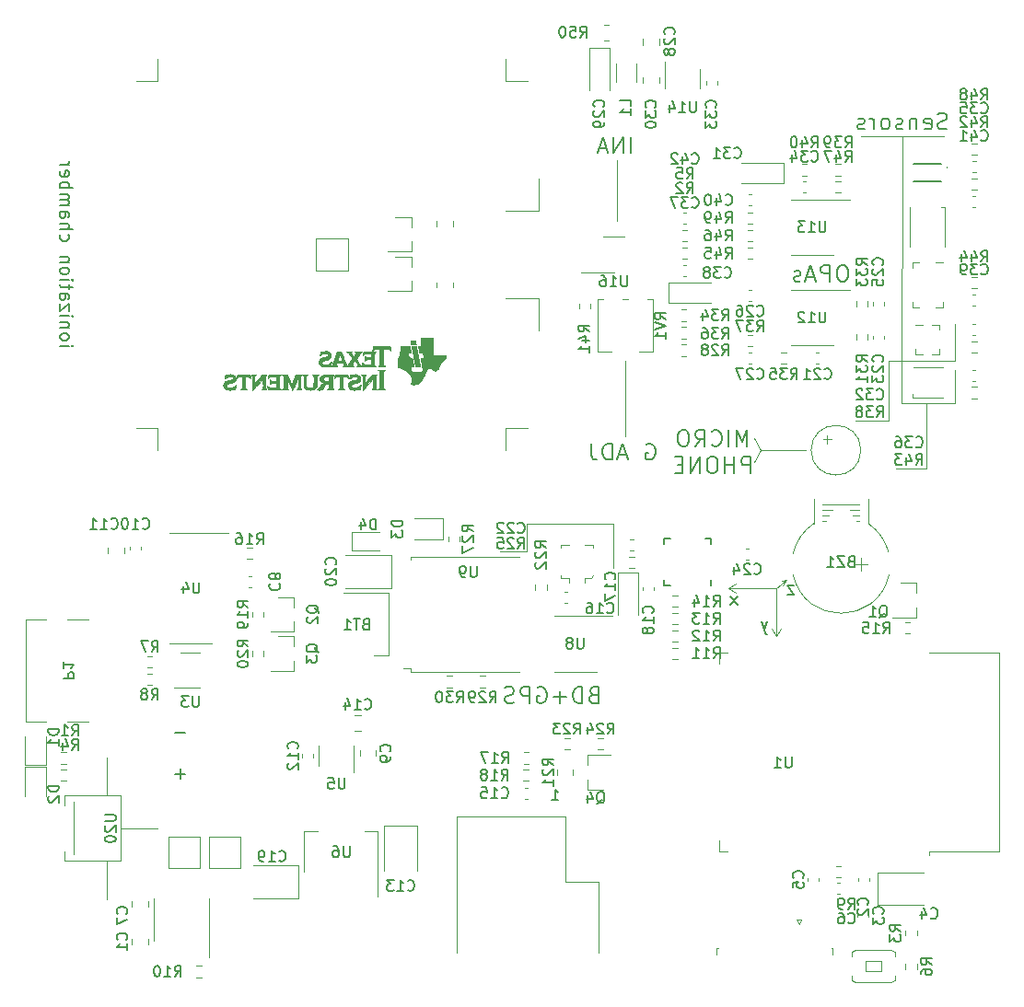
<source format=gbr>
%TF.GenerationSoftware,KiCad,Pcbnew,(5.1.8)-1*%
%TF.CreationDate,2021-08-31T22:24:42+08:00*%
%TF.ProjectId,End_World_Kit_V3.0,456e645f-576f-4726-9c64-5f4b69745f56,rev?*%
%TF.SameCoordinates,Original*%
%TF.FileFunction,Legend,Bot*%
%TF.FilePolarity,Positive*%
%FSLAX46Y46*%
G04 Gerber Fmt 4.6, Leading zero omitted, Abs format (unit mm)*
G04 Created by KiCad (PCBNEW (5.1.8)-1) date 2021-08-31 22:24:42*
%MOMM*%
%LPD*%
G01*
G04 APERTURE LIST*
%ADD10C,0.200000*%
%ADD11C,0.120000*%
%ADD12C,0.150000*%
%ADD13C,0.010000*%
%ADD14C,0.100000*%
G04 APERTURE END LIST*
D10*
X107285714Y-119492857D02*
X107071428Y-119564285D01*
X107000000Y-119635714D01*
X106928571Y-119778571D01*
X106928571Y-119992857D01*
X107000000Y-120135714D01*
X107071428Y-120207142D01*
X107214285Y-120278571D01*
X107785714Y-120278571D01*
X107785714Y-118778571D01*
X107285714Y-118778571D01*
X107142857Y-118850000D01*
X107071428Y-118921428D01*
X107000000Y-119064285D01*
X107000000Y-119207142D01*
X107071428Y-119350000D01*
X107142857Y-119421428D01*
X107285714Y-119492857D01*
X107785714Y-119492857D01*
X106285714Y-120278571D02*
X106285714Y-118778571D01*
X105928571Y-118778571D01*
X105714285Y-118850000D01*
X105571428Y-118992857D01*
X105500000Y-119135714D01*
X105428571Y-119421428D01*
X105428571Y-119635714D01*
X105500000Y-119921428D01*
X105571428Y-120064285D01*
X105714285Y-120207142D01*
X105928571Y-120278571D01*
X106285714Y-120278571D01*
X104785714Y-119707142D02*
X103642857Y-119707142D01*
X104214285Y-120278571D02*
X104214285Y-119135714D01*
X102142857Y-118850000D02*
X102285714Y-118778571D01*
X102500000Y-118778571D01*
X102714285Y-118850000D01*
X102857142Y-118992857D01*
X102928571Y-119135714D01*
X103000000Y-119421428D01*
X103000000Y-119635714D01*
X102928571Y-119921428D01*
X102857142Y-120064285D01*
X102714285Y-120207142D01*
X102500000Y-120278571D01*
X102357142Y-120278571D01*
X102142857Y-120207142D01*
X102071428Y-120135714D01*
X102071428Y-119635714D01*
X102357142Y-119635714D01*
X101428571Y-120278571D02*
X101428571Y-118778571D01*
X100857142Y-118778571D01*
X100714285Y-118850000D01*
X100642857Y-118921428D01*
X100571428Y-119064285D01*
X100571428Y-119278571D01*
X100642857Y-119421428D01*
X100714285Y-119492857D01*
X100857142Y-119564285D01*
X101428571Y-119564285D01*
X100000000Y-120207142D02*
X99785714Y-120278571D01*
X99428571Y-120278571D01*
X99285714Y-120207142D01*
X99214285Y-120135714D01*
X99142857Y-119992857D01*
X99142857Y-119850000D01*
X99214285Y-119707142D01*
X99285714Y-119635714D01*
X99428571Y-119564285D01*
X99714285Y-119492857D01*
X99857142Y-119421428D01*
X99928571Y-119350000D01*
X100000000Y-119207142D01*
X100000000Y-119064285D01*
X99928571Y-118921428D01*
X99857142Y-118850000D01*
X99714285Y-118778571D01*
X99357142Y-118778571D01*
X99142857Y-118850000D01*
D11*
X122700000Y-97000000D02*
X122100000Y-98100000D01*
X122700000Y-97000000D02*
X122100000Y-95900000D01*
X126800000Y-97000000D02*
X122700000Y-97000000D01*
D10*
X121442857Y-96653571D02*
X121442857Y-95153571D01*
X120942857Y-96225000D01*
X120442857Y-95153571D01*
X120442857Y-96653571D01*
X119728571Y-96653571D02*
X119728571Y-95153571D01*
X118157142Y-96510714D02*
X118228571Y-96582142D01*
X118442857Y-96653571D01*
X118585714Y-96653571D01*
X118800000Y-96582142D01*
X118942857Y-96439285D01*
X119014285Y-96296428D01*
X119085714Y-96010714D01*
X119085714Y-95796428D01*
X119014285Y-95510714D01*
X118942857Y-95367857D01*
X118800000Y-95225000D01*
X118585714Y-95153571D01*
X118442857Y-95153571D01*
X118228571Y-95225000D01*
X118157142Y-95296428D01*
X116657142Y-96653571D02*
X117157142Y-95939285D01*
X117514285Y-96653571D02*
X117514285Y-95153571D01*
X116942857Y-95153571D01*
X116800000Y-95225000D01*
X116728571Y-95296428D01*
X116657142Y-95439285D01*
X116657142Y-95653571D01*
X116728571Y-95796428D01*
X116800000Y-95867857D01*
X116942857Y-95939285D01*
X117514285Y-95939285D01*
X115728571Y-95153571D02*
X115442857Y-95153571D01*
X115300000Y-95225000D01*
X115157142Y-95367857D01*
X115085714Y-95653571D01*
X115085714Y-96153571D01*
X115157142Y-96439285D01*
X115300000Y-96582142D01*
X115442857Y-96653571D01*
X115728571Y-96653571D01*
X115871428Y-96582142D01*
X116014285Y-96439285D01*
X116085714Y-96153571D01*
X116085714Y-95653571D01*
X116014285Y-95367857D01*
X115871428Y-95225000D01*
X115728571Y-95153571D01*
X121728571Y-99103571D02*
X121728571Y-97603571D01*
X121157142Y-97603571D01*
X121014285Y-97675000D01*
X120942857Y-97746428D01*
X120871428Y-97889285D01*
X120871428Y-98103571D01*
X120942857Y-98246428D01*
X121014285Y-98317857D01*
X121157142Y-98389285D01*
X121728571Y-98389285D01*
X120228571Y-99103571D02*
X120228571Y-97603571D01*
X120228571Y-98317857D02*
X119371428Y-98317857D01*
X119371428Y-99103571D02*
X119371428Y-97603571D01*
X118371428Y-97603571D02*
X118085714Y-97603571D01*
X117942857Y-97675000D01*
X117800000Y-97817857D01*
X117728571Y-98103571D01*
X117728571Y-98603571D01*
X117800000Y-98889285D01*
X117942857Y-99032142D01*
X118085714Y-99103571D01*
X118371428Y-99103571D01*
X118514285Y-99032142D01*
X118657142Y-98889285D01*
X118728571Y-98603571D01*
X118728571Y-98103571D01*
X118657142Y-97817857D01*
X118514285Y-97675000D01*
X118371428Y-97603571D01*
X117085714Y-99103571D02*
X117085714Y-97603571D01*
X116228571Y-99103571D01*
X116228571Y-97603571D01*
X115514285Y-98317857D02*
X115014285Y-98317857D01*
X114800000Y-99103571D02*
X115514285Y-99103571D01*
X115514285Y-97603571D01*
X114800000Y-97603571D01*
X130342857Y-79978571D02*
X130057142Y-79978571D01*
X129914285Y-80050000D01*
X129771428Y-80192857D01*
X129700000Y-80478571D01*
X129700000Y-80978571D01*
X129771428Y-81264285D01*
X129914285Y-81407142D01*
X130057142Y-81478571D01*
X130342857Y-81478571D01*
X130485714Y-81407142D01*
X130628571Y-81264285D01*
X130700000Y-80978571D01*
X130700000Y-80478571D01*
X130628571Y-80192857D01*
X130485714Y-80050000D01*
X130342857Y-79978571D01*
X129057142Y-81478571D02*
X129057142Y-79978571D01*
X128485714Y-79978571D01*
X128342857Y-80050000D01*
X128271428Y-80121428D01*
X128200000Y-80264285D01*
X128200000Y-80478571D01*
X128271428Y-80621428D01*
X128342857Y-80692857D01*
X128485714Y-80764285D01*
X129057142Y-80764285D01*
X127628571Y-81050000D02*
X126914285Y-81050000D01*
X127771428Y-81478571D02*
X127271428Y-79978571D01*
X126771428Y-81478571D01*
X126342857Y-81407142D02*
X126200000Y-81478571D01*
X125914285Y-81478571D01*
X125771428Y-81407142D01*
X125700000Y-81264285D01*
X125700000Y-81192857D01*
X125771428Y-81050000D01*
X125914285Y-80978571D01*
X126128571Y-80978571D01*
X126271428Y-80907142D01*
X126342857Y-80764285D01*
X126342857Y-80692857D01*
X126271428Y-80550000D01*
X126128571Y-80478571D01*
X125914285Y-80478571D01*
X125771428Y-80550000D01*
D11*
X135600000Y-92700000D02*
X137900000Y-92700000D01*
X135700000Y-68100000D02*
X135600000Y-92700000D01*
X139500000Y-68100000D02*
X131900000Y-68100000D01*
D10*
X139807142Y-67407142D02*
X139592857Y-67478571D01*
X139235714Y-67478571D01*
X139092857Y-67407142D01*
X139021428Y-67335714D01*
X138950000Y-67192857D01*
X138950000Y-67050000D01*
X139021428Y-66907142D01*
X139092857Y-66835714D01*
X139235714Y-66764285D01*
X139521428Y-66692857D01*
X139664285Y-66621428D01*
X139735714Y-66550000D01*
X139807142Y-66407142D01*
X139807142Y-66264285D01*
X139735714Y-66121428D01*
X139664285Y-66050000D01*
X139521428Y-65978571D01*
X139164285Y-65978571D01*
X138950000Y-66050000D01*
X137735714Y-67407142D02*
X137878571Y-67478571D01*
X138164285Y-67478571D01*
X138307142Y-67407142D01*
X138378571Y-67264285D01*
X138378571Y-66692857D01*
X138307142Y-66550000D01*
X138164285Y-66478571D01*
X137878571Y-66478571D01*
X137735714Y-66550000D01*
X137664285Y-66692857D01*
X137664285Y-66835714D01*
X138378571Y-66978571D01*
X137021428Y-66478571D02*
X137021428Y-67478571D01*
X137021428Y-66621428D02*
X136950000Y-66550000D01*
X136807142Y-66478571D01*
X136592857Y-66478571D01*
X136450000Y-66550000D01*
X136378571Y-66692857D01*
X136378571Y-67478571D01*
X135735714Y-67407142D02*
X135592857Y-67478571D01*
X135307142Y-67478571D01*
X135164285Y-67407142D01*
X135092857Y-67264285D01*
X135092857Y-67192857D01*
X135164285Y-67050000D01*
X135307142Y-66978571D01*
X135521428Y-66978571D01*
X135664285Y-66907142D01*
X135735714Y-66764285D01*
X135735714Y-66692857D01*
X135664285Y-66550000D01*
X135521428Y-66478571D01*
X135307142Y-66478571D01*
X135164285Y-66550000D01*
X134235714Y-67478571D02*
X134378571Y-67407142D01*
X134450000Y-67335714D01*
X134521428Y-67192857D01*
X134521428Y-66764285D01*
X134450000Y-66621428D01*
X134378571Y-66550000D01*
X134235714Y-66478571D01*
X134021428Y-66478571D01*
X133878571Y-66550000D01*
X133807142Y-66621428D01*
X133735714Y-66764285D01*
X133735714Y-67192857D01*
X133807142Y-67335714D01*
X133878571Y-67407142D01*
X134021428Y-67478571D01*
X134235714Y-67478571D01*
X133092857Y-67478571D02*
X133092857Y-66478571D01*
X133092857Y-66764285D02*
X133021428Y-66621428D01*
X132950000Y-66550000D01*
X132807142Y-66478571D01*
X132664285Y-66478571D01*
X132235714Y-67407142D02*
X132092857Y-67478571D01*
X131807142Y-67478571D01*
X131664285Y-67407142D01*
X131592857Y-67264285D01*
X131592857Y-67192857D01*
X131664285Y-67050000D01*
X131807142Y-66978571D01*
X132021428Y-66978571D01*
X132164285Y-66907142D01*
X132235714Y-66764285D01*
X132235714Y-66692857D01*
X132164285Y-66550000D01*
X132021428Y-66478571D01*
X131807142Y-66478571D01*
X131664285Y-66550000D01*
D11*
X109500000Y-70300000D02*
X109500000Y-75900000D01*
X110200000Y-88800000D02*
X110200000Y-95700000D01*
D10*
X112142857Y-96450000D02*
X112285714Y-96378571D01*
X112500000Y-96378571D01*
X112714285Y-96450000D01*
X112857142Y-96592857D01*
X112928571Y-96735714D01*
X113000000Y-97021428D01*
X113000000Y-97235714D01*
X112928571Y-97521428D01*
X112857142Y-97664285D01*
X112714285Y-97807142D01*
X112500000Y-97878571D01*
X112357142Y-97878571D01*
X112142857Y-97807142D01*
X112071428Y-97735714D01*
X112071428Y-97235714D01*
X112357142Y-97235714D01*
X110357142Y-97450000D02*
X109642857Y-97450000D01*
X110500000Y-97878571D02*
X110000000Y-96378571D01*
X109500000Y-97878571D01*
X109000000Y-97878571D02*
X109000000Y-96378571D01*
X108642857Y-96378571D01*
X108428571Y-96450000D01*
X108285714Y-96592857D01*
X108214285Y-96735714D01*
X108142857Y-97021428D01*
X108142857Y-97235714D01*
X108214285Y-97521428D01*
X108285714Y-97664285D01*
X108428571Y-97807142D01*
X108642857Y-97878571D01*
X109000000Y-97878571D01*
X107071428Y-96378571D02*
X107071428Y-97450000D01*
X107142857Y-97664285D01*
X107285714Y-97807142D01*
X107500000Y-97878571D01*
X107642857Y-97878571D01*
X110728571Y-69678571D02*
X110728571Y-68178571D01*
X110014285Y-69678571D02*
X110014285Y-68178571D01*
X109157142Y-69678571D01*
X109157142Y-68178571D01*
X108514285Y-69250000D02*
X107800000Y-69250000D01*
X108657142Y-69678571D02*
X108157142Y-68178571D01*
X107657142Y-69678571D01*
D12*
X58257142Y-87400000D02*
X59057142Y-87400000D01*
X59457142Y-87400000D02*
X59400000Y-87457142D01*
X59342857Y-87400000D01*
X59400000Y-87342857D01*
X59457142Y-87400000D01*
X59342857Y-87400000D01*
X58257142Y-86657142D02*
X58314285Y-86771428D01*
X58371428Y-86828571D01*
X58485714Y-86885714D01*
X58828571Y-86885714D01*
X58942857Y-86828571D01*
X59000000Y-86771428D01*
X59057142Y-86657142D01*
X59057142Y-86485714D01*
X59000000Y-86371428D01*
X58942857Y-86314285D01*
X58828571Y-86257142D01*
X58485714Y-86257142D01*
X58371428Y-86314285D01*
X58314285Y-86371428D01*
X58257142Y-86485714D01*
X58257142Y-86657142D01*
X59057142Y-85742857D02*
X58257142Y-85742857D01*
X58942857Y-85742857D02*
X59000000Y-85685714D01*
X59057142Y-85571428D01*
X59057142Y-85400000D01*
X59000000Y-85285714D01*
X58885714Y-85228571D01*
X58257142Y-85228571D01*
X58257142Y-84657142D02*
X59057142Y-84657142D01*
X59457142Y-84657142D02*
X59400000Y-84714285D01*
X59342857Y-84657142D01*
X59400000Y-84600000D01*
X59457142Y-84657142D01*
X59342857Y-84657142D01*
X59057142Y-84200000D02*
X59057142Y-83571428D01*
X58257142Y-84200000D01*
X58257142Y-83571428D01*
X58257142Y-82600000D02*
X58885714Y-82600000D01*
X59000000Y-82657142D01*
X59057142Y-82771428D01*
X59057142Y-83000000D01*
X59000000Y-83114285D01*
X58314285Y-82600000D02*
X58257142Y-82714285D01*
X58257142Y-83000000D01*
X58314285Y-83114285D01*
X58428571Y-83171428D01*
X58542857Y-83171428D01*
X58657142Y-83114285D01*
X58714285Y-83000000D01*
X58714285Y-82714285D01*
X58771428Y-82600000D01*
X59057142Y-82200000D02*
X59057142Y-81742857D01*
X59457142Y-82028571D02*
X58428571Y-82028571D01*
X58314285Y-81971428D01*
X58257142Y-81857142D01*
X58257142Y-81742857D01*
X58257142Y-81342857D02*
X59057142Y-81342857D01*
X59457142Y-81342857D02*
X59400000Y-81400000D01*
X59342857Y-81342857D01*
X59400000Y-81285714D01*
X59457142Y-81342857D01*
X59342857Y-81342857D01*
X58257142Y-80600000D02*
X58314285Y-80714285D01*
X58371428Y-80771428D01*
X58485714Y-80828571D01*
X58828571Y-80828571D01*
X58942857Y-80771428D01*
X59000000Y-80714285D01*
X59057142Y-80600000D01*
X59057142Y-80428571D01*
X59000000Y-80314285D01*
X58942857Y-80257142D01*
X58828571Y-80200000D01*
X58485714Y-80200000D01*
X58371428Y-80257142D01*
X58314285Y-80314285D01*
X58257142Y-80428571D01*
X58257142Y-80600000D01*
X59057142Y-79685714D02*
X58257142Y-79685714D01*
X58942857Y-79685714D02*
X59000000Y-79628571D01*
X59057142Y-79514285D01*
X59057142Y-79342857D01*
X59000000Y-79228571D01*
X58885714Y-79171428D01*
X58257142Y-79171428D01*
X58314285Y-77171428D02*
X58257142Y-77285714D01*
X58257142Y-77514285D01*
X58314285Y-77628571D01*
X58371428Y-77685714D01*
X58485714Y-77742857D01*
X58828571Y-77742857D01*
X58942857Y-77685714D01*
X59000000Y-77628571D01*
X59057142Y-77514285D01*
X59057142Y-77285714D01*
X59000000Y-77171428D01*
X58257142Y-76657142D02*
X59457142Y-76657142D01*
X58257142Y-76142857D02*
X58885714Y-76142857D01*
X59000000Y-76200000D01*
X59057142Y-76314285D01*
X59057142Y-76485714D01*
X59000000Y-76600000D01*
X58942857Y-76657142D01*
X58257142Y-75057142D02*
X58885714Y-75057142D01*
X59000000Y-75114285D01*
X59057142Y-75228571D01*
X59057142Y-75457142D01*
X59000000Y-75571428D01*
X58314285Y-75057142D02*
X58257142Y-75171428D01*
X58257142Y-75457142D01*
X58314285Y-75571428D01*
X58428571Y-75628571D01*
X58542857Y-75628571D01*
X58657142Y-75571428D01*
X58714285Y-75457142D01*
X58714285Y-75171428D01*
X58771428Y-75057142D01*
X58257142Y-74485714D02*
X59057142Y-74485714D01*
X58942857Y-74485714D02*
X59000000Y-74428571D01*
X59057142Y-74314285D01*
X59057142Y-74142857D01*
X59000000Y-74028571D01*
X58885714Y-73971428D01*
X58257142Y-73971428D01*
X58885714Y-73971428D02*
X59000000Y-73914285D01*
X59057142Y-73800000D01*
X59057142Y-73628571D01*
X59000000Y-73514285D01*
X58885714Y-73457142D01*
X58257142Y-73457142D01*
X58257142Y-72885714D02*
X59457142Y-72885714D01*
X59000000Y-72885714D02*
X59057142Y-72771428D01*
X59057142Y-72542857D01*
X59000000Y-72428571D01*
X58942857Y-72371428D01*
X58828571Y-72314285D01*
X58485714Y-72314285D01*
X58371428Y-72371428D01*
X58314285Y-72428571D01*
X58257142Y-72542857D01*
X58257142Y-72771428D01*
X58314285Y-72885714D01*
X58314285Y-71342857D02*
X58257142Y-71457142D01*
X58257142Y-71685714D01*
X58314285Y-71800000D01*
X58428571Y-71857142D01*
X58885714Y-71857142D01*
X59000000Y-71800000D01*
X59057142Y-71685714D01*
X59057142Y-71457142D01*
X59000000Y-71342857D01*
X58885714Y-71285714D01*
X58771428Y-71285714D01*
X58657142Y-71857142D01*
X58257142Y-70771428D02*
X59057142Y-70771428D01*
X58828571Y-70771428D02*
X58942857Y-70714285D01*
X59000000Y-70657142D01*
X59057142Y-70542857D01*
X59057142Y-70428571D01*
X125714285Y-109442857D02*
X125085714Y-109442857D01*
X125714285Y-110242857D01*
X125085714Y-110242857D01*
D11*
X125000000Y-108900000D02*
X124700000Y-109400000D01*
X124600000Y-109000000D02*
X125000000Y-108900000D01*
X125000000Y-108900000D02*
X124600000Y-109000000D01*
X124100001Y-109700000D02*
X125000000Y-108900000D01*
D12*
X123285714Y-112742857D02*
X123000000Y-113542857D01*
X122714285Y-112742857D02*
X123000000Y-113542857D01*
X123114285Y-113828571D01*
X123171428Y-113885714D01*
X123285714Y-113942857D01*
X120514285Y-111242857D02*
X119885714Y-110442857D01*
X120514285Y-110442857D02*
X119885714Y-111242857D01*
D11*
X124100001Y-109700000D02*
X124100000Y-114099999D01*
X124100000Y-114099999D02*
X124500000Y-113400000D01*
X124100000Y-114099999D02*
X123700000Y-113400000D01*
X119700000Y-109700000D02*
X120400000Y-109300000D01*
X119700000Y-109700000D02*
X120400000Y-110100000D01*
X124100000Y-109700000D02*
X119700000Y-109700000D01*
D12*
X69757142Y-122985714D02*
X68842857Y-122985714D01*
X69757142Y-126785714D02*
X68842857Y-126785714D01*
X69300000Y-127242857D02*
X69300000Y-126328571D01*
D11*
X109100000Y-103800000D02*
X109100000Y-107800000D01*
X101200000Y-103800000D02*
X109100000Y-103800000D01*
X101200000Y-106300000D02*
X101200000Y-103800000D01*
X101100000Y-106300000D02*
X101200000Y-106300000D01*
X98700000Y-106300000D02*
X101100000Y-106300000D01*
X140500000Y-92700000D02*
X140500000Y-89600000D01*
X137900000Y-92700000D02*
X140500000Y-92700000D01*
X137900000Y-98700000D02*
X137900000Y-92700000D01*
X135100000Y-98700000D02*
X137900000Y-98700000D01*
X140500000Y-88800000D02*
X140500000Y-85400000D01*
X134400000Y-88800000D02*
X140500000Y-88800000D01*
X134400000Y-91300000D02*
X134400000Y-88800000D01*
X134400000Y-94300000D02*
X134400000Y-91300000D01*
X131400000Y-94300000D02*
X134400000Y-94300000D01*
D13*
%TO.C,G\u002A\u002A\u002A*%
G36*
X90534485Y-86884313D02*
G01*
X90497577Y-86893098D01*
X90480656Y-86915165D01*
X90479797Y-86955601D01*
X90491075Y-87019493D01*
X90510400Y-87111134D01*
X90524723Y-87181367D01*
X90536046Y-87238081D01*
X90542902Y-87273849D01*
X90544267Y-87282331D01*
X90560133Y-87284828D01*
X90603464Y-87286893D01*
X90667861Y-87288325D01*
X90746923Y-87288927D01*
X90756700Y-87288934D01*
X90969134Y-87288934D01*
X90958529Y-87233901D01*
X90950300Y-87191516D01*
X90937867Y-87127838D01*
X90923561Y-87054802D01*
X90919662Y-87034934D01*
X90891400Y-86891001D01*
X90683967Y-86886246D01*
X90595306Y-86883724D01*
X90534485Y-86884313D01*
G37*
X90534485Y-86884313D02*
X90497577Y-86893098D01*
X90480656Y-86915165D01*
X90479797Y-86955601D01*
X90491075Y-87019493D01*
X90510400Y-87111134D01*
X90524723Y-87181367D01*
X90536046Y-87238081D01*
X90542902Y-87273849D01*
X90544267Y-87282331D01*
X90560133Y-87284828D01*
X90603464Y-87286893D01*
X90667861Y-87288325D01*
X90746923Y-87288927D01*
X90756700Y-87288934D01*
X90969134Y-87288934D01*
X90958529Y-87233901D01*
X90950300Y-87191516D01*
X90937867Y-87127838D01*
X90923561Y-87054802D01*
X90919662Y-87034934D01*
X90891400Y-86891001D01*
X90683967Y-86886246D01*
X90595306Y-86883724D01*
X90534485Y-86884313D01*
G36*
X90699881Y-87458442D02*
G01*
X90640385Y-87459622D01*
X90604197Y-87462789D01*
X90586038Y-87468926D01*
X90580629Y-87479014D01*
X90582689Y-87494038D01*
X90583221Y-87496367D01*
X90588127Y-87519922D01*
X90598971Y-87573456D01*
X90615106Y-87653726D01*
X90635883Y-87757492D01*
X90660654Y-87881512D01*
X90688772Y-88022544D01*
X90719588Y-88177347D01*
X90752455Y-88342678D01*
X90765979Y-88410767D01*
X90939977Y-89287067D01*
X91148522Y-89287067D01*
X91228068Y-89286110D01*
X91293630Y-89283497D01*
X91338749Y-89279619D01*
X91356965Y-89274866D01*
X91357067Y-89274471D01*
X91353883Y-89254324D01*
X91344851Y-89204926D01*
X91330745Y-89130239D01*
X91312340Y-89034224D01*
X91290411Y-88920843D01*
X91265735Y-88794058D01*
X91239086Y-88657830D01*
X91211240Y-88516121D01*
X91182973Y-88372893D01*
X91155058Y-88232106D01*
X91128273Y-88097723D01*
X91103392Y-87973705D01*
X91081190Y-87864015D01*
X91076837Y-87842660D01*
X91055013Y-87735445D01*
X91035669Y-87639786D01*
X91019773Y-87560522D01*
X91008293Y-87502490D01*
X91002197Y-87470529D01*
X91001467Y-87465894D01*
X90985598Y-87463016D01*
X90942248Y-87460635D01*
X90877800Y-87458979D01*
X90798640Y-87458277D01*
X90787964Y-87458267D01*
X90699881Y-87458442D01*
G37*
X90699881Y-87458442D02*
X90640385Y-87459622D01*
X90604197Y-87462789D01*
X90586038Y-87468926D01*
X90580629Y-87479014D01*
X90582689Y-87494038D01*
X90583221Y-87496367D01*
X90588127Y-87519922D01*
X90598971Y-87573456D01*
X90615106Y-87653726D01*
X90635883Y-87757492D01*
X90660654Y-87881512D01*
X90688772Y-88022544D01*
X90719588Y-88177347D01*
X90752455Y-88342678D01*
X90765979Y-88410767D01*
X90939977Y-89287067D01*
X91148522Y-89287067D01*
X91228068Y-89286110D01*
X91293630Y-89283497D01*
X91338749Y-89279619D01*
X91356965Y-89274866D01*
X91357067Y-89274471D01*
X91353883Y-89254324D01*
X91344851Y-89204926D01*
X91330745Y-89130239D01*
X91312340Y-89034224D01*
X91290411Y-88920843D01*
X91265735Y-88794058D01*
X91239086Y-88657830D01*
X91211240Y-88516121D01*
X91182973Y-88372893D01*
X91155058Y-88232106D01*
X91128273Y-88097723D01*
X91103392Y-87973705D01*
X91081190Y-87864015D01*
X91076837Y-87842660D01*
X91055013Y-87735445D01*
X91035669Y-87639786D01*
X91019773Y-87560522D01*
X91008293Y-87502490D01*
X91002197Y-87470529D01*
X91001467Y-87465894D01*
X90985598Y-87463016D01*
X90942248Y-87460635D01*
X90877800Y-87458979D01*
X90798640Y-87458277D01*
X90787964Y-87458267D01*
X90699881Y-87458442D01*
G36*
X85568311Y-87899165D02*
G01*
X85475189Y-87901469D01*
X85411083Y-87906063D01*
X85373575Y-87913562D01*
X85360250Y-87924582D01*
X85368689Y-87939739D01*
X85396476Y-87959649D01*
X85413574Y-87969713D01*
X85449096Y-87998921D01*
X85464238Y-88029885D01*
X85464266Y-88031039D01*
X85455856Y-88057025D01*
X85433360Y-88101138D01*
X85400884Y-88157083D01*
X85362533Y-88218565D01*
X85322413Y-88279291D01*
X85284628Y-88332966D01*
X85253283Y-88373295D01*
X85232485Y-88393984D01*
X85227062Y-88394749D01*
X85203704Y-88364681D01*
X85169851Y-88316400D01*
X85129863Y-88256700D01*
X85088102Y-88192376D01*
X85048928Y-88130222D01*
X85016704Y-88077034D01*
X84995790Y-88039606D01*
X84990133Y-88025626D01*
X85003746Y-87991891D01*
X85034866Y-87961682D01*
X85067543Y-87949334D01*
X85088833Y-87935717D01*
X85091733Y-87923481D01*
X85087628Y-87913413D01*
X85072094Y-87906563D01*
X85040306Y-87902521D01*
X84987438Y-87900879D01*
X84908662Y-87901227D01*
X84841966Y-87902314D01*
X84751215Y-87905040D01*
X84676157Y-87909288D01*
X84622167Y-87914615D01*
X84594618Y-87920578D01*
X84592200Y-87922929D01*
X84606036Y-87938900D01*
X84641619Y-87962995D01*
X84673724Y-87980811D01*
X84705688Y-87999534D01*
X84736703Y-88023888D01*
X84770590Y-88058193D01*
X84811167Y-88106767D01*
X84862254Y-88173931D01*
X84927670Y-88264004D01*
X84942818Y-88285161D01*
X85016131Y-88389582D01*
X85068876Y-88469089D01*
X85101869Y-88525025D01*
X85115926Y-88558738D01*
X85115294Y-88569374D01*
X85002082Y-88732076D01*
X84904564Y-88870259D01*
X84823308Y-88983143D01*
X84758884Y-89069947D01*
X84711858Y-89129892D01*
X84684185Y-89160903D01*
X84631756Y-89210867D01*
X84590812Y-89160067D01*
X84573377Y-89130087D01*
X84545144Y-89070811D01*
X84507120Y-88984683D01*
X84460315Y-88874148D01*
X84407198Y-88745201D01*
X84210706Y-88745201D01*
X83990819Y-88745201D01*
X83908978Y-88744881D01*
X83840953Y-88744006D01*
X83793036Y-88742703D01*
X83771518Y-88741098D01*
X83770933Y-88740774D01*
X83776477Y-88722406D01*
X83791543Y-88678743D01*
X83813780Y-88616206D01*
X83840841Y-88541218D01*
X83870374Y-88460201D01*
X83900032Y-88379578D01*
X83927464Y-88305771D01*
X83950321Y-88245202D01*
X83966253Y-88204294D01*
X83972348Y-88190191D01*
X83982892Y-88190326D01*
X84000726Y-88217535D01*
X84026719Y-88273497D01*
X84061737Y-88359893D01*
X84067461Y-88374648D01*
X84100958Y-88461357D01*
X84133069Y-88544460D01*
X84160248Y-88614778D01*
X84178947Y-88663130D01*
X84179580Y-88664767D01*
X84210706Y-88745201D01*
X84407198Y-88745201D01*
X84405736Y-88741653D01*
X84344392Y-88589641D01*
X84277291Y-88420558D01*
X84205442Y-88236850D01*
X84136926Y-88059401D01*
X84078429Y-87907001D01*
X83749597Y-87907001D01*
X83661663Y-88135601D01*
X83628537Y-88222027D01*
X83586820Y-88331348D01*
X83539857Y-88454768D01*
X83490995Y-88583490D01*
X83443579Y-88708716D01*
X83432990Y-88736734D01*
X83378982Y-88877375D01*
X83333858Y-88989064D01*
X83295944Y-89075029D01*
X83263565Y-89138495D01*
X83235048Y-89182691D01*
X83208719Y-89210843D01*
X83182904Y-89226179D01*
X83178278Y-89227797D01*
X83150747Y-89250246D01*
X83144400Y-89271275D01*
X83146110Y-89283059D01*
X83154344Y-89291616D01*
X83173753Y-89297462D01*
X83208992Y-89301109D01*
X83264714Y-89303072D01*
X83345572Y-89303864D01*
X83440733Y-89304000D01*
X83548940Y-89303644D01*
X83627713Y-89302316D01*
X83681478Y-89299632D01*
X83714664Y-89295205D01*
X83731698Y-89288651D01*
X83737007Y-89279582D01*
X83737066Y-89278181D01*
X83722924Y-89253394D01*
X83695763Y-89236659D01*
X83655704Y-89214621D01*
X83635912Y-89182956D01*
X83635357Y-89135691D01*
X83653008Y-89066857D01*
X83661911Y-89040503D01*
X83681827Y-88983116D01*
X83696460Y-88939988D01*
X83703013Y-88919382D01*
X83703126Y-88918767D01*
X83719164Y-88917373D01*
X83763547Y-88916172D01*
X83830753Y-88915246D01*
X83915258Y-88914677D01*
X83988798Y-88914534D01*
X84274395Y-88914534D01*
X84311611Y-89016600D01*
X84337162Y-89101528D01*
X84342200Y-89163327D01*
X84326345Y-89206102D01*
X84291633Y-89232833D01*
X84258574Y-89255885D01*
X84245066Y-89279524D01*
X84249312Y-89286765D01*
X84264336Y-89292462D01*
X84293575Y-89296790D01*
X84340461Y-89299922D01*
X84408429Y-89302034D01*
X84500913Y-89303300D01*
X84621347Y-89303892D01*
X84727666Y-89304000D01*
X84869951Y-89303801D01*
X84981852Y-89303081D01*
X85066852Y-89301660D01*
X85128433Y-89299356D01*
X85170077Y-89295986D01*
X85195266Y-89291370D01*
X85207482Y-89285326D01*
X85210266Y-89278828D01*
X85196029Y-89256557D01*
X85160816Y-89233341D01*
X85151000Y-89228892D01*
X85107810Y-89203651D01*
X85092041Y-89172673D01*
X85091613Y-89165165D01*
X85100275Y-89140862D01*
X85123658Y-89096420D01*
X85157743Y-89038085D01*
X85198509Y-88972105D01*
X85241937Y-88904729D01*
X85284007Y-88842204D01*
X85320701Y-88790778D01*
X85347999Y-88756700D01*
X85361257Y-88746028D01*
X85373456Y-88759825D01*
X85400034Y-88797076D01*
X85437397Y-88852534D01*
X85481951Y-88920947D01*
X85495000Y-88941356D01*
X85551357Y-89032618D01*
X85588458Y-89101012D01*
X85607284Y-89150828D01*
X85608816Y-89186354D01*
X85594034Y-89211879D01*
X85563919Y-89231692D01*
X85561633Y-89232799D01*
X85528576Y-89255873D01*
X85515066Y-89279524D01*
X85520225Y-89289035D01*
X85538724Y-89295801D01*
X85575102Y-89300247D01*
X85633897Y-89302798D01*
X85719645Y-89303879D01*
X85776534Y-89304000D01*
X85877563Y-89302928D01*
X85959042Y-89299892D01*
X86016612Y-89295164D01*
X86045916Y-89289014D01*
X86048466Y-89287067D01*
X86050878Y-89258972D01*
X86020636Y-89236832D01*
X85994626Y-89228550D01*
X85957026Y-89215632D01*
X85920432Y-89194161D01*
X85881371Y-89160497D01*
X85836370Y-89111002D01*
X85781957Y-89042039D01*
X85714658Y-88949969D01*
X85674188Y-88892847D01*
X85616032Y-88810270D01*
X85564123Y-88736707D01*
X85521788Y-88676865D01*
X85492357Y-88635451D01*
X85479276Y-88617322D01*
X85484012Y-88597713D01*
X85506961Y-88554600D01*
X85545962Y-88491532D01*
X85598849Y-88412056D01*
X85644508Y-88346389D01*
X85724715Y-88234001D01*
X85789322Y-88146503D01*
X85841302Y-88080463D01*
X85883625Y-88032449D01*
X85919265Y-87999031D01*
X85951191Y-87976776D01*
X85974490Y-87965346D01*
X86008628Y-87944429D01*
X86023064Y-87922127D01*
X86023066Y-87921879D01*
X86017463Y-87913631D01*
X85998023Y-87907497D01*
X85960803Y-87903199D01*
X85901859Y-87900459D01*
X85817248Y-87898998D01*
X85703025Y-87898536D01*
X85692866Y-87898534D01*
X85568311Y-87899165D01*
G37*
X85568311Y-87899165D02*
X85475189Y-87901469D01*
X85411083Y-87906063D01*
X85373575Y-87913562D01*
X85360250Y-87924582D01*
X85368689Y-87939739D01*
X85396476Y-87959649D01*
X85413574Y-87969713D01*
X85449096Y-87998921D01*
X85464238Y-88029885D01*
X85464266Y-88031039D01*
X85455856Y-88057025D01*
X85433360Y-88101138D01*
X85400884Y-88157083D01*
X85362533Y-88218565D01*
X85322413Y-88279291D01*
X85284628Y-88332966D01*
X85253283Y-88373295D01*
X85232485Y-88393984D01*
X85227062Y-88394749D01*
X85203704Y-88364681D01*
X85169851Y-88316400D01*
X85129863Y-88256700D01*
X85088102Y-88192376D01*
X85048928Y-88130222D01*
X85016704Y-88077034D01*
X84995790Y-88039606D01*
X84990133Y-88025626D01*
X85003746Y-87991891D01*
X85034866Y-87961682D01*
X85067543Y-87949334D01*
X85088833Y-87935717D01*
X85091733Y-87923481D01*
X85087628Y-87913413D01*
X85072094Y-87906563D01*
X85040306Y-87902521D01*
X84987438Y-87900879D01*
X84908662Y-87901227D01*
X84841966Y-87902314D01*
X84751215Y-87905040D01*
X84676157Y-87909288D01*
X84622167Y-87914615D01*
X84594618Y-87920578D01*
X84592200Y-87922929D01*
X84606036Y-87938900D01*
X84641619Y-87962995D01*
X84673724Y-87980811D01*
X84705688Y-87999534D01*
X84736703Y-88023888D01*
X84770590Y-88058193D01*
X84811167Y-88106767D01*
X84862254Y-88173931D01*
X84927670Y-88264004D01*
X84942818Y-88285161D01*
X85016131Y-88389582D01*
X85068876Y-88469089D01*
X85101869Y-88525025D01*
X85115926Y-88558738D01*
X85115294Y-88569374D01*
X85002082Y-88732076D01*
X84904564Y-88870259D01*
X84823308Y-88983143D01*
X84758884Y-89069947D01*
X84711858Y-89129892D01*
X84684185Y-89160903D01*
X84631756Y-89210867D01*
X84590812Y-89160067D01*
X84573377Y-89130087D01*
X84545144Y-89070811D01*
X84507120Y-88984683D01*
X84460315Y-88874148D01*
X84407198Y-88745201D01*
X84210706Y-88745201D01*
X83990819Y-88745201D01*
X83908978Y-88744881D01*
X83840953Y-88744006D01*
X83793036Y-88742703D01*
X83771518Y-88741098D01*
X83770933Y-88740774D01*
X83776477Y-88722406D01*
X83791543Y-88678743D01*
X83813780Y-88616206D01*
X83840841Y-88541218D01*
X83870374Y-88460201D01*
X83900032Y-88379578D01*
X83927464Y-88305771D01*
X83950321Y-88245202D01*
X83966253Y-88204294D01*
X83972348Y-88190191D01*
X83982892Y-88190326D01*
X84000726Y-88217535D01*
X84026719Y-88273497D01*
X84061737Y-88359893D01*
X84067461Y-88374648D01*
X84100958Y-88461357D01*
X84133069Y-88544460D01*
X84160248Y-88614778D01*
X84178947Y-88663130D01*
X84179580Y-88664767D01*
X84210706Y-88745201D01*
X84407198Y-88745201D01*
X84405736Y-88741653D01*
X84344392Y-88589641D01*
X84277291Y-88420558D01*
X84205442Y-88236850D01*
X84136926Y-88059401D01*
X84078429Y-87907001D01*
X83749597Y-87907001D01*
X83661663Y-88135601D01*
X83628537Y-88222027D01*
X83586820Y-88331348D01*
X83539857Y-88454768D01*
X83490995Y-88583490D01*
X83443579Y-88708716D01*
X83432990Y-88736734D01*
X83378982Y-88877375D01*
X83333858Y-88989064D01*
X83295944Y-89075029D01*
X83263565Y-89138495D01*
X83235048Y-89182691D01*
X83208719Y-89210843D01*
X83182904Y-89226179D01*
X83178278Y-89227797D01*
X83150747Y-89250246D01*
X83144400Y-89271275D01*
X83146110Y-89283059D01*
X83154344Y-89291616D01*
X83173753Y-89297462D01*
X83208992Y-89301109D01*
X83264714Y-89303072D01*
X83345572Y-89303864D01*
X83440733Y-89304000D01*
X83548940Y-89303644D01*
X83627713Y-89302316D01*
X83681478Y-89299632D01*
X83714664Y-89295205D01*
X83731698Y-89288651D01*
X83737007Y-89279582D01*
X83737066Y-89278181D01*
X83722924Y-89253394D01*
X83695763Y-89236659D01*
X83655704Y-89214621D01*
X83635912Y-89182956D01*
X83635357Y-89135691D01*
X83653008Y-89066857D01*
X83661911Y-89040503D01*
X83681827Y-88983116D01*
X83696460Y-88939988D01*
X83703013Y-88919382D01*
X83703126Y-88918767D01*
X83719164Y-88917373D01*
X83763547Y-88916172D01*
X83830753Y-88915246D01*
X83915258Y-88914677D01*
X83988798Y-88914534D01*
X84274395Y-88914534D01*
X84311611Y-89016600D01*
X84337162Y-89101528D01*
X84342200Y-89163327D01*
X84326345Y-89206102D01*
X84291633Y-89232833D01*
X84258574Y-89255885D01*
X84245066Y-89279524D01*
X84249312Y-89286765D01*
X84264336Y-89292462D01*
X84293575Y-89296790D01*
X84340461Y-89299922D01*
X84408429Y-89302034D01*
X84500913Y-89303300D01*
X84621347Y-89303892D01*
X84727666Y-89304000D01*
X84869951Y-89303801D01*
X84981852Y-89303081D01*
X85066852Y-89301660D01*
X85128433Y-89299356D01*
X85170077Y-89295986D01*
X85195266Y-89291370D01*
X85207482Y-89285326D01*
X85210266Y-89278828D01*
X85196029Y-89256557D01*
X85160816Y-89233341D01*
X85151000Y-89228892D01*
X85107810Y-89203651D01*
X85092041Y-89172673D01*
X85091613Y-89165165D01*
X85100275Y-89140862D01*
X85123658Y-89096420D01*
X85157743Y-89038085D01*
X85198509Y-88972105D01*
X85241937Y-88904729D01*
X85284007Y-88842204D01*
X85320701Y-88790778D01*
X85347999Y-88756700D01*
X85361257Y-88746028D01*
X85373456Y-88759825D01*
X85400034Y-88797076D01*
X85437397Y-88852534D01*
X85481951Y-88920947D01*
X85495000Y-88941356D01*
X85551357Y-89032618D01*
X85588458Y-89101012D01*
X85607284Y-89150828D01*
X85608816Y-89186354D01*
X85594034Y-89211879D01*
X85563919Y-89231692D01*
X85561633Y-89232799D01*
X85528576Y-89255873D01*
X85515066Y-89279524D01*
X85520225Y-89289035D01*
X85538724Y-89295801D01*
X85575102Y-89300247D01*
X85633897Y-89302798D01*
X85719645Y-89303879D01*
X85776534Y-89304000D01*
X85877563Y-89302928D01*
X85959042Y-89299892D01*
X86016612Y-89295164D01*
X86045916Y-89289014D01*
X86048466Y-89287067D01*
X86050878Y-89258972D01*
X86020636Y-89236832D01*
X85994626Y-89228550D01*
X85957026Y-89215632D01*
X85920432Y-89194161D01*
X85881371Y-89160497D01*
X85836370Y-89111002D01*
X85781957Y-89042039D01*
X85714658Y-88949969D01*
X85674188Y-88892847D01*
X85616032Y-88810270D01*
X85564123Y-88736707D01*
X85521788Y-88676865D01*
X85492357Y-88635451D01*
X85479276Y-88617322D01*
X85484012Y-88597713D01*
X85506961Y-88554600D01*
X85545962Y-88491532D01*
X85598849Y-88412056D01*
X85644508Y-88346389D01*
X85724715Y-88234001D01*
X85789322Y-88146503D01*
X85841302Y-88080463D01*
X85883625Y-88032449D01*
X85919265Y-87999031D01*
X85951191Y-87976776D01*
X85974490Y-87965346D01*
X86008628Y-87944429D01*
X86023064Y-87922127D01*
X86023066Y-87921879D01*
X86017463Y-87913631D01*
X85998023Y-87907497D01*
X85960803Y-87903199D01*
X85901859Y-87900459D01*
X85817248Y-87898998D01*
X85703025Y-87898536D01*
X85692866Y-87898534D01*
X85568311Y-87899165D01*
G36*
X86126745Y-88052838D02*
G01*
X86097771Y-88140934D01*
X86085346Y-88199803D01*
X86089567Y-88229821D01*
X86110532Y-88231364D01*
X86148337Y-88204808D01*
X86162734Y-88191650D01*
X86212153Y-88148212D01*
X86259269Y-88117050D01*
X86311433Y-88095934D01*
X86375998Y-88082635D01*
X86460315Y-88074925D01*
X86561182Y-88070866D01*
X86665933Y-88069122D01*
X86740311Y-88070850D01*
X86787650Y-88076241D01*
X86810949Y-88085201D01*
X86822716Y-88103470D01*
X86830345Y-88138604D01*
X86834503Y-88196094D01*
X86835859Y-88281432D01*
X86835867Y-88290074D01*
X86835867Y-88474267D01*
X86607267Y-88474267D01*
X86509468Y-88473695D01*
X86439312Y-88470713D01*
X86390579Y-88463423D01*
X86357048Y-88449926D01*
X86332501Y-88428324D01*
X86310716Y-88396718D01*
X86301419Y-88380913D01*
X86279905Y-88355137D01*
X86263445Y-88361409D01*
X86251922Y-88400112D01*
X86245217Y-88471630D01*
X86243200Y-88568400D01*
X86243690Y-88652300D01*
X86245737Y-88707972D01*
X86250201Y-88741047D01*
X86257945Y-88757158D01*
X86269830Y-88761936D01*
X86272833Y-88762027D01*
X86301105Y-88748372D01*
X86328864Y-88715472D01*
X86329943Y-88713613D01*
X86346623Y-88689232D01*
X86368270Y-88671653D01*
X86400394Y-88659665D01*
X86448503Y-88652054D01*
X86518106Y-88647607D01*
X86614712Y-88645113D01*
X86643186Y-88644661D01*
X86835867Y-88641809D01*
X86835867Y-89101639D01*
X86789300Y-89119903D01*
X86748933Y-89127645D01*
X86679554Y-89131688D01*
X86585834Y-89131851D01*
X86522600Y-89130114D01*
X86405656Y-89123786D01*
X86315572Y-89113113D01*
X86245414Y-89095999D01*
X86188250Y-89070349D01*
X86137145Y-89034066D01*
X86103525Y-89003428D01*
X86057293Y-88963691D01*
X86028795Y-88952029D01*
X86017976Y-88968648D01*
X86024782Y-89013753D01*
X86049160Y-89087548D01*
X86068535Y-89136768D01*
X86133446Y-89295534D01*
X86703652Y-89299991D01*
X86868038Y-89300965D01*
X87001111Y-89301014D01*
X87105412Y-89300067D01*
X87183486Y-89298055D01*
X87237873Y-89294909D01*
X87271116Y-89290560D01*
X87285758Y-89284937D01*
X87286460Y-89284057D01*
X87289056Y-89262919D01*
X87283365Y-89258366D01*
X87220355Y-89225780D01*
X87172966Y-89179680D01*
X87151600Y-89134299D01*
X87148820Y-89103726D01*
X87146318Y-89044079D01*
X87144185Y-88960150D01*
X87142513Y-88856730D01*
X87141395Y-88738612D01*
X87140923Y-88610588D01*
X87140916Y-88577984D01*
X87141187Y-88424187D01*
X87142217Y-88300617D01*
X87144585Y-88203634D01*
X87148873Y-88129598D01*
X87155661Y-88074868D01*
X87165528Y-88035806D01*
X87179054Y-88008771D01*
X87196821Y-87990125D01*
X87219408Y-87976226D01*
X87238234Y-87967445D01*
X87274791Y-87945569D01*
X87292702Y-87923615D01*
X87293067Y-87920878D01*
X87287280Y-87914581D01*
X87267926Y-87909526D01*
X87232010Y-87905594D01*
X87176541Y-87902663D01*
X87098526Y-87900612D01*
X86994972Y-87899323D01*
X86862886Y-87898673D01*
X86737827Y-87898534D01*
X86182587Y-87898534D01*
X86126745Y-88052838D01*
G37*
X86126745Y-88052838D02*
X86097771Y-88140934D01*
X86085346Y-88199803D01*
X86089567Y-88229821D01*
X86110532Y-88231364D01*
X86148337Y-88204808D01*
X86162734Y-88191650D01*
X86212153Y-88148212D01*
X86259269Y-88117050D01*
X86311433Y-88095934D01*
X86375998Y-88082635D01*
X86460315Y-88074925D01*
X86561182Y-88070866D01*
X86665933Y-88069122D01*
X86740311Y-88070850D01*
X86787650Y-88076241D01*
X86810949Y-88085201D01*
X86822716Y-88103470D01*
X86830345Y-88138604D01*
X86834503Y-88196094D01*
X86835859Y-88281432D01*
X86835867Y-88290074D01*
X86835867Y-88474267D01*
X86607267Y-88474267D01*
X86509468Y-88473695D01*
X86439312Y-88470713D01*
X86390579Y-88463423D01*
X86357048Y-88449926D01*
X86332501Y-88428324D01*
X86310716Y-88396718D01*
X86301419Y-88380913D01*
X86279905Y-88355137D01*
X86263445Y-88361409D01*
X86251922Y-88400112D01*
X86245217Y-88471630D01*
X86243200Y-88568400D01*
X86243690Y-88652300D01*
X86245737Y-88707972D01*
X86250201Y-88741047D01*
X86257945Y-88757158D01*
X86269830Y-88761936D01*
X86272833Y-88762027D01*
X86301105Y-88748372D01*
X86328864Y-88715472D01*
X86329943Y-88713613D01*
X86346623Y-88689232D01*
X86368270Y-88671653D01*
X86400394Y-88659665D01*
X86448503Y-88652054D01*
X86518106Y-88647607D01*
X86614712Y-88645113D01*
X86643186Y-88644661D01*
X86835867Y-88641809D01*
X86835867Y-89101639D01*
X86789300Y-89119903D01*
X86748933Y-89127645D01*
X86679554Y-89131688D01*
X86585834Y-89131851D01*
X86522600Y-89130114D01*
X86405656Y-89123786D01*
X86315572Y-89113113D01*
X86245414Y-89095999D01*
X86188250Y-89070349D01*
X86137145Y-89034066D01*
X86103525Y-89003428D01*
X86057293Y-88963691D01*
X86028795Y-88952029D01*
X86017976Y-88968648D01*
X86024782Y-89013753D01*
X86049160Y-89087548D01*
X86068535Y-89136768D01*
X86133446Y-89295534D01*
X86703652Y-89299991D01*
X86868038Y-89300965D01*
X87001111Y-89301014D01*
X87105412Y-89300067D01*
X87183486Y-89298055D01*
X87237873Y-89294909D01*
X87271116Y-89290560D01*
X87285758Y-89284937D01*
X87286460Y-89284057D01*
X87289056Y-89262919D01*
X87283365Y-89258366D01*
X87220355Y-89225780D01*
X87172966Y-89179680D01*
X87151600Y-89134299D01*
X87148820Y-89103726D01*
X87146318Y-89044079D01*
X87144185Y-88960150D01*
X87142513Y-88856730D01*
X87141395Y-88738612D01*
X87140923Y-88610588D01*
X87140916Y-88577984D01*
X87141187Y-88424187D01*
X87142217Y-88300617D01*
X87144585Y-88203634D01*
X87148873Y-88129598D01*
X87155661Y-88074868D01*
X87165528Y-88035806D01*
X87179054Y-88008771D01*
X87196821Y-87990125D01*
X87219408Y-87976226D01*
X87238234Y-87967445D01*
X87274791Y-87945569D01*
X87292702Y-87923615D01*
X87293067Y-87920878D01*
X87287280Y-87914581D01*
X87267926Y-87909526D01*
X87232010Y-87905594D01*
X87176541Y-87902663D01*
X87098526Y-87900612D01*
X86994972Y-87899323D01*
X86862886Y-87898673D01*
X86737827Y-87898534D01*
X86182587Y-87898534D01*
X86126745Y-88052838D01*
G36*
X87010534Y-87619134D02*
G01*
X86987001Y-87687437D01*
X86968419Y-87744785D01*
X86957394Y-87782958D01*
X86955501Y-87792700D01*
X86964404Y-87812057D01*
X86989801Y-87808768D01*
X87024837Y-87784721D01*
X87040348Y-87769351D01*
X87083516Y-87730927D01*
X87135443Y-87703144D01*
X87202520Y-87684132D01*
X87291136Y-87672018D01*
X87395030Y-87665449D01*
X87482682Y-87662502D01*
X87542539Y-87662796D01*
X87580556Y-87666798D01*
X87602691Y-87674977D01*
X87611111Y-87682423D01*
X87616414Y-87696651D01*
X87620700Y-87726916D01*
X87624021Y-87775658D01*
X87626430Y-87845318D01*
X87627983Y-87938336D01*
X87628730Y-88057153D01*
X87628726Y-88204211D01*
X87628024Y-88381949D01*
X87627681Y-88442203D01*
X87623267Y-89176698D01*
X87559767Y-89217786D01*
X87519810Y-89245446D01*
X87498102Y-89266536D01*
X87497079Y-89281928D01*
X87519175Y-89292491D01*
X87566826Y-89299095D01*
X87642466Y-89302611D01*
X87748530Y-89303908D01*
X87801067Y-89304000D01*
X87909551Y-89303808D01*
X87988751Y-89302908D01*
X88043249Y-89300821D01*
X88077627Y-89297064D01*
X88096467Y-89291156D01*
X88104351Y-89282615D01*
X88105867Y-89271970D01*
X88090447Y-89241958D01*
X88062417Y-89229034D01*
X88041047Y-89222259D01*
X88023262Y-89211668D01*
X88008734Y-89194335D01*
X87997135Y-89167334D01*
X87988137Y-89127741D01*
X87981413Y-89072629D01*
X87976634Y-88999073D01*
X87973472Y-88904149D01*
X87971599Y-88784930D01*
X87970687Y-88638491D01*
X87970409Y-88461908D01*
X87970400Y-88408287D01*
X87970500Y-88235594D01*
X87970883Y-88093619D01*
X87971674Y-87979214D01*
X87973000Y-87889231D01*
X87974985Y-87820521D01*
X87977756Y-87769936D01*
X87981437Y-87734329D01*
X87986155Y-87710550D01*
X87992034Y-87695452D01*
X87999194Y-87685892D01*
X88015979Y-87673502D01*
X88040749Y-87665838D01*
X88079976Y-87662312D01*
X88140130Y-87662336D01*
X88226301Y-87665265D01*
X88314690Y-87669647D01*
X88377664Y-87675336D01*
X88423674Y-87683989D01*
X88461171Y-87697262D01*
X88498606Y-87716813D01*
X88503346Y-87719573D01*
X88549415Y-87749851D01*
X88582125Y-87777426D01*
X88591317Y-87789790D01*
X88612473Y-87810525D01*
X88640861Y-87811422D01*
X88653827Y-87800773D01*
X88652008Y-87780202D01*
X88640612Y-87735274D01*
X88621687Y-87673442D01*
X88606140Y-87627206D01*
X88550360Y-87466734D01*
X87064467Y-87466734D01*
X87010534Y-87619134D01*
G37*
X87010534Y-87619134D02*
X86987001Y-87687437D01*
X86968419Y-87744785D01*
X86957394Y-87782958D01*
X86955501Y-87792700D01*
X86964404Y-87812057D01*
X86989801Y-87808768D01*
X87024837Y-87784721D01*
X87040348Y-87769351D01*
X87083516Y-87730927D01*
X87135443Y-87703144D01*
X87202520Y-87684132D01*
X87291136Y-87672018D01*
X87395030Y-87665449D01*
X87482682Y-87662502D01*
X87542539Y-87662796D01*
X87580556Y-87666798D01*
X87602691Y-87674977D01*
X87611111Y-87682423D01*
X87616414Y-87696651D01*
X87620700Y-87726916D01*
X87624021Y-87775658D01*
X87626430Y-87845318D01*
X87627983Y-87938336D01*
X87628730Y-88057153D01*
X87628726Y-88204211D01*
X87628024Y-88381949D01*
X87627681Y-88442203D01*
X87623267Y-89176698D01*
X87559767Y-89217786D01*
X87519810Y-89245446D01*
X87498102Y-89266536D01*
X87497079Y-89281928D01*
X87519175Y-89292491D01*
X87566826Y-89299095D01*
X87642466Y-89302611D01*
X87748530Y-89303908D01*
X87801067Y-89304000D01*
X87909551Y-89303808D01*
X87988751Y-89302908D01*
X88043249Y-89300821D01*
X88077627Y-89297064D01*
X88096467Y-89291156D01*
X88104351Y-89282615D01*
X88105867Y-89271970D01*
X88090447Y-89241958D01*
X88062417Y-89229034D01*
X88041047Y-89222259D01*
X88023262Y-89211668D01*
X88008734Y-89194335D01*
X87997135Y-89167334D01*
X87988137Y-89127741D01*
X87981413Y-89072629D01*
X87976634Y-88999073D01*
X87973472Y-88904149D01*
X87971599Y-88784930D01*
X87970687Y-88638491D01*
X87970409Y-88461908D01*
X87970400Y-88408287D01*
X87970500Y-88235594D01*
X87970883Y-88093619D01*
X87971674Y-87979214D01*
X87973000Y-87889231D01*
X87974985Y-87820521D01*
X87977756Y-87769936D01*
X87981437Y-87734329D01*
X87986155Y-87710550D01*
X87992034Y-87695452D01*
X87999194Y-87685892D01*
X88015979Y-87673502D01*
X88040749Y-87665838D01*
X88079976Y-87662312D01*
X88140130Y-87662336D01*
X88226301Y-87665265D01*
X88314690Y-87669647D01*
X88377664Y-87675336D01*
X88423674Y-87683989D01*
X88461171Y-87697262D01*
X88498606Y-87716813D01*
X88503346Y-87719573D01*
X88549415Y-87749851D01*
X88582125Y-87777426D01*
X88591317Y-87789790D01*
X88612473Y-87810525D01*
X88640861Y-87811422D01*
X88653827Y-87800773D01*
X88652008Y-87780202D01*
X88640612Y-87735274D01*
X88621687Y-87673442D01*
X88606140Y-87627206D01*
X88550360Y-87466734D01*
X87064467Y-87466734D01*
X87010534Y-87619134D01*
G36*
X82538057Y-87891347D02*
G01*
X82439015Y-87913477D01*
X82433200Y-87915467D01*
X82372704Y-87936230D01*
X82337317Y-87945873D01*
X82320328Y-87944874D01*
X82315030Y-87933713D01*
X82314666Y-87923934D01*
X82299986Y-87903481D01*
X82273050Y-87898534D01*
X82250669Y-87901945D01*
X82233858Y-87916692D01*
X82218358Y-87949546D01*
X82199909Y-88007278D01*
X82195811Y-88021301D01*
X82175597Y-88090357D01*
X82156540Y-88154443D01*
X82142695Y-88199928D01*
X82142466Y-88200659D01*
X82132101Y-88251998D01*
X82141342Y-88276003D01*
X82169657Y-88272568D01*
X82216513Y-88241588D01*
X82241664Y-88220275D01*
X82355026Y-88139061D01*
X82478487Y-88085803D01*
X82606359Y-88062263D01*
X82729061Y-88069454D01*
X82809574Y-88093496D01*
X82860652Y-88131477D01*
X82884781Y-88186015D01*
X82886944Y-88235805D01*
X82881156Y-88275872D01*
X82866821Y-88307830D01*
X82839585Y-88334131D01*
X82795091Y-88357230D01*
X82728985Y-88379580D01*
X82636910Y-88403634D01*
X82555185Y-88422684D01*
X82403563Y-88461505D01*
X82282852Y-88503373D01*
X82190096Y-88550854D01*
X82122344Y-88606514D01*
X82076641Y-88672920D01*
X82050034Y-88752639D01*
X82039569Y-88848237D01*
X82039143Y-88871135D01*
X82052798Y-88992820D01*
X82095358Y-89096991D01*
X82167018Y-89183943D01*
X82267975Y-89253971D01*
X82306200Y-89272718D01*
X82374541Y-89293926D01*
X82465013Y-89308896D01*
X82566362Y-89317061D01*
X82667330Y-89317855D01*
X82756661Y-89310713D01*
X82814200Y-89298256D01*
X82868548Y-89278323D01*
X82916104Y-89257516D01*
X82923132Y-89253903D01*
X82955764Y-89241198D01*
X82979150Y-89251728D01*
X82994654Y-89269207D01*
X83023351Y-89297625D01*
X83048184Y-89303911D01*
X83071223Y-89285647D01*
X83094541Y-89240413D01*
X83120210Y-89165791D01*
X83139067Y-89100632D01*
X83160262Y-89022793D01*
X83177736Y-88956003D01*
X83189636Y-88907526D01*
X83194100Y-88884901D01*
X83185717Y-88865065D01*
X83157600Y-88871860D01*
X83110486Y-88904936D01*
X83062074Y-88947766D01*
X82952735Y-89035570D01*
X82841089Y-89093350D01*
X82719512Y-89124531D01*
X82653671Y-89131157D01*
X82545595Y-89131522D01*
X82462920Y-89117295D01*
X82399745Y-89086811D01*
X82357554Y-89047571D01*
X82324138Y-88985232D01*
X82317593Y-88917162D01*
X82336121Y-88852599D01*
X82377924Y-88800783D01*
X82409370Y-88781433D01*
X82443366Y-88769495D01*
X82502316Y-88752322D01*
X82578142Y-88732148D01*
X82662766Y-88711203D01*
X82668874Y-88709750D01*
X82756972Y-88687489D01*
X82839827Y-88664107D01*
X82908193Y-88642366D01*
X82952818Y-88625027D01*
X82953156Y-88624865D01*
X83044725Y-88563514D01*
X83110711Y-88482440D01*
X83149530Y-88385812D01*
X83159603Y-88277797D01*
X83139349Y-88162565D01*
X83134360Y-88147138D01*
X83091448Y-88067379D01*
X83023514Y-87994575D01*
X82939388Y-87936686D01*
X82867920Y-87906922D01*
X82767354Y-87887777D01*
X82652451Y-87882683D01*
X82538057Y-87891347D01*
G37*
X82538057Y-87891347D02*
X82439015Y-87913477D01*
X82433200Y-87915467D01*
X82372704Y-87936230D01*
X82337317Y-87945873D01*
X82320328Y-87944874D01*
X82315030Y-87933713D01*
X82314666Y-87923934D01*
X82299986Y-87903481D01*
X82273050Y-87898534D01*
X82250669Y-87901945D01*
X82233858Y-87916692D01*
X82218358Y-87949546D01*
X82199909Y-88007278D01*
X82195811Y-88021301D01*
X82175597Y-88090357D01*
X82156540Y-88154443D01*
X82142695Y-88199928D01*
X82142466Y-88200659D01*
X82132101Y-88251998D01*
X82141342Y-88276003D01*
X82169657Y-88272568D01*
X82216513Y-88241588D01*
X82241664Y-88220275D01*
X82355026Y-88139061D01*
X82478487Y-88085803D01*
X82606359Y-88062263D01*
X82729061Y-88069454D01*
X82809574Y-88093496D01*
X82860652Y-88131477D01*
X82884781Y-88186015D01*
X82886944Y-88235805D01*
X82881156Y-88275872D01*
X82866821Y-88307830D01*
X82839585Y-88334131D01*
X82795091Y-88357230D01*
X82728985Y-88379580D01*
X82636910Y-88403634D01*
X82555185Y-88422684D01*
X82403563Y-88461505D01*
X82282852Y-88503373D01*
X82190096Y-88550854D01*
X82122344Y-88606514D01*
X82076641Y-88672920D01*
X82050034Y-88752639D01*
X82039569Y-88848237D01*
X82039143Y-88871135D01*
X82052798Y-88992820D01*
X82095358Y-89096991D01*
X82167018Y-89183943D01*
X82267975Y-89253971D01*
X82306200Y-89272718D01*
X82374541Y-89293926D01*
X82465013Y-89308896D01*
X82566362Y-89317061D01*
X82667330Y-89317855D01*
X82756661Y-89310713D01*
X82814200Y-89298256D01*
X82868548Y-89278323D01*
X82916104Y-89257516D01*
X82923132Y-89253903D01*
X82955764Y-89241198D01*
X82979150Y-89251728D01*
X82994654Y-89269207D01*
X83023351Y-89297625D01*
X83048184Y-89303911D01*
X83071223Y-89285647D01*
X83094541Y-89240413D01*
X83120210Y-89165791D01*
X83139067Y-89100632D01*
X83160262Y-89022793D01*
X83177736Y-88956003D01*
X83189636Y-88907526D01*
X83194100Y-88884901D01*
X83185717Y-88865065D01*
X83157600Y-88871860D01*
X83110486Y-88904936D01*
X83062074Y-88947766D01*
X82952735Y-89035570D01*
X82841089Y-89093350D01*
X82719512Y-89124531D01*
X82653671Y-89131157D01*
X82545595Y-89131522D01*
X82462920Y-89117295D01*
X82399745Y-89086811D01*
X82357554Y-89047571D01*
X82324138Y-88985232D01*
X82317593Y-88917162D01*
X82336121Y-88852599D01*
X82377924Y-88800783D01*
X82409370Y-88781433D01*
X82443366Y-88769495D01*
X82502316Y-88752322D01*
X82578142Y-88732148D01*
X82662766Y-88711203D01*
X82668874Y-88709750D01*
X82756972Y-88687489D01*
X82839827Y-88664107D01*
X82908193Y-88642366D01*
X82952818Y-88625027D01*
X82953156Y-88624865D01*
X83044725Y-88563514D01*
X83110711Y-88482440D01*
X83149530Y-88385812D01*
X83159603Y-88277797D01*
X83139349Y-88162565D01*
X83134360Y-88147138D01*
X83091448Y-88067379D01*
X83023514Y-87994575D01*
X82939388Y-87936686D01*
X82867920Y-87906922D01*
X82767354Y-87887777D01*
X82652451Y-87882683D01*
X82538057Y-87891347D01*
G36*
X91458666Y-87458267D02*
G01*
X91323200Y-87458267D01*
X91260291Y-87459912D01*
X91212919Y-87464284D01*
X91189094Y-87470537D01*
X91187733Y-87472559D01*
X91190939Y-87493374D01*
X91199772Y-87541211D01*
X91213052Y-87609919D01*
X91229601Y-87693342D01*
X91238533Y-87737667D01*
X91256191Y-87825216D01*
X91271182Y-87900235D01*
X91282338Y-87956832D01*
X91288494Y-87989114D01*
X91289333Y-87994309D01*
X91304965Y-87996950D01*
X91346660Y-87998966D01*
X91406615Y-88000039D01*
X91432267Y-88000134D01*
X91498456Y-88001731D01*
X91550695Y-88005989D01*
X91580521Y-88012102D01*
X91584111Y-88014550D01*
X91590169Y-88035006D01*
X91600991Y-88081066D01*
X91615005Y-88145069D01*
X91630636Y-88219351D01*
X91646311Y-88296249D01*
X91660456Y-88368102D01*
X91671497Y-88427244D01*
X91677861Y-88466014D01*
X91678800Y-88475635D01*
X91663167Y-88482669D01*
X91621449Y-88488048D01*
X91561420Y-88490933D01*
X91534866Y-88491201D01*
X91469805Y-88492580D01*
X91420025Y-88496262D01*
X91393308Y-88501560D01*
X91390820Y-88503901D01*
X91394015Y-88523068D01*
X91403116Y-88571289D01*
X91417311Y-88644425D01*
X91435788Y-88738337D01*
X91457737Y-88848885D01*
X91482344Y-88971930D01*
X91493476Y-89027335D01*
X91524922Y-89185141D01*
X91549387Y-89313499D01*
X91566953Y-89416086D01*
X91577699Y-89496574D01*
X91581708Y-89558641D01*
X91579059Y-89605960D01*
X91569833Y-89642206D01*
X91554110Y-89671055D01*
X91531973Y-89696182D01*
X91508621Y-89716980D01*
X91475839Y-89741597D01*
X91439777Y-89760970D01*
X91395862Y-89775838D01*
X91339521Y-89786940D01*
X91266183Y-89795017D01*
X91171275Y-89800807D01*
X91050225Y-89805050D01*
X90949195Y-89807459D01*
X90566723Y-89815538D01*
X90520648Y-89580936D01*
X90503338Y-89493779D01*
X90487705Y-89416868D01*
X90475191Y-89357166D01*
X90467237Y-89321639D01*
X90465945Y-89316700D01*
X90465133Y-89300748D01*
X90478837Y-89291778D01*
X90513728Y-89287862D01*
X90568525Y-89287067D01*
X90635202Y-89284727D01*
X90678163Y-89276161D01*
X90707331Y-89259053D01*
X90713600Y-89253200D01*
X90738482Y-89222619D01*
X90747467Y-89201710D01*
X90744300Y-89180431D01*
X90735459Y-89131192D01*
X90721934Y-89059236D01*
X90704714Y-88969808D01*
X90684787Y-88868151D01*
X90679733Y-88842625D01*
X90659387Y-88739852D01*
X90641486Y-88649045D01*
X90627007Y-88575191D01*
X90616926Y-88523277D01*
X90612222Y-88498289D01*
X90612000Y-88496817D01*
X90596316Y-88494434D01*
X90554244Y-88491644D01*
X90493252Y-88488889D01*
X90456082Y-88487603D01*
X90300164Y-88482734D01*
X90253682Y-88254134D01*
X90236700Y-88170012D01*
X90222379Y-88097922D01*
X90211980Y-88044297D01*
X90206763Y-88015572D01*
X90206400Y-88012834D01*
X90221711Y-88007274D01*
X90263426Y-88002951D01*
X90324085Y-88000481D01*
X90359836Y-88000134D01*
X90432398Y-87999786D01*
X90477178Y-87997680D01*
X90500259Y-87992217D01*
X90507725Y-87981801D01*
X90505660Y-87964836D01*
X90505002Y-87962034D01*
X90498490Y-87931919D01*
X90486951Y-87875874D01*
X90471868Y-87801204D01*
X90454726Y-87715215D01*
X90449901Y-87690820D01*
X90403870Y-87457705D01*
X89970302Y-87462220D01*
X89536733Y-87466734D01*
X89528056Y-87830801D01*
X89524011Y-87969023D01*
X89518288Y-88078571D01*
X89509476Y-88164639D01*
X89496160Y-88232417D01*
X89476928Y-88287100D01*
X89450368Y-88333877D01*
X89415067Y-88377943D01*
X89369611Y-88424489D01*
X89365414Y-88428552D01*
X89291759Y-88499667D01*
X89291480Y-88926032D01*
X89291200Y-89352397D01*
X89388566Y-89379941D01*
X89631100Y-89461133D01*
X89851070Y-89560612D01*
X90046767Y-89677147D01*
X90216477Y-89809509D01*
X90358489Y-89956467D01*
X90471091Y-90116790D01*
X90507167Y-90183687D01*
X90535198Y-90241913D01*
X90553222Y-90287443D01*
X90563374Y-90330906D01*
X90567789Y-90382928D01*
X90568604Y-90454140D01*
X90568413Y-90488487D01*
X90565574Y-90588073D01*
X90557618Y-90665548D01*
X90542983Y-90732479D01*
X90529844Y-90773825D01*
X90512208Y-90830228D01*
X90502266Y-90874294D01*
X90502076Y-90895965D01*
X90532390Y-90917221D01*
X90588558Y-90932714D01*
X90663021Y-90942199D01*
X90748217Y-90945432D01*
X90836588Y-90942167D01*
X90920574Y-90932159D01*
X90992613Y-90915162D01*
X91001467Y-90912158D01*
X91111086Y-90861014D01*
X91226216Y-90785980D01*
X91337806Y-90693741D01*
X91436807Y-90590983D01*
X91437911Y-90589678D01*
X91477202Y-90539802D01*
X91517930Y-90480712D01*
X91561855Y-90409175D01*
X91610736Y-90321958D01*
X91666336Y-90215830D01*
X91730412Y-90087557D01*
X91804726Y-89933908D01*
X91870600Y-89795067D01*
X91938067Y-89663478D01*
X92002505Y-89562998D01*
X92066200Y-89491289D01*
X92131436Y-89446013D01*
X92200500Y-89424831D01*
X92234738Y-89422534D01*
X92323230Y-89434851D01*
X92403832Y-89473876D01*
X92482555Y-89542719D01*
X92496474Y-89557937D01*
X92559198Y-89623675D01*
X92611457Y-89665080D01*
X92661097Y-89686311D01*
X92715967Y-89691523D01*
X92745161Y-89689683D01*
X92817699Y-89673991D01*
X92882616Y-89639771D01*
X92942457Y-89584054D01*
X92999763Y-89503872D01*
X93057077Y-89396255D01*
X93116941Y-89258234D01*
X93118960Y-89253200D01*
X93155072Y-89166850D01*
X93189595Y-89095886D01*
X93227450Y-89033508D01*
X93273557Y-88972913D01*
X93332836Y-88907302D01*
X93410207Y-88829873D01*
X93459628Y-88782294D01*
X93556583Y-88683940D01*
X93627939Y-88597167D01*
X93677294Y-88516395D01*
X93708244Y-88436046D01*
X93720879Y-88377114D01*
X93731993Y-88305361D01*
X93116030Y-88300914D01*
X92500066Y-88296467D01*
X92491278Y-86645467D01*
X91458666Y-86645467D01*
X91458666Y-87458267D01*
G37*
X91458666Y-87458267D02*
X91323200Y-87458267D01*
X91260291Y-87459912D01*
X91212919Y-87464284D01*
X91189094Y-87470537D01*
X91187733Y-87472559D01*
X91190939Y-87493374D01*
X91199772Y-87541211D01*
X91213052Y-87609919D01*
X91229601Y-87693342D01*
X91238533Y-87737667D01*
X91256191Y-87825216D01*
X91271182Y-87900235D01*
X91282338Y-87956832D01*
X91288494Y-87989114D01*
X91289333Y-87994309D01*
X91304965Y-87996950D01*
X91346660Y-87998966D01*
X91406615Y-88000039D01*
X91432267Y-88000134D01*
X91498456Y-88001731D01*
X91550695Y-88005989D01*
X91580521Y-88012102D01*
X91584111Y-88014550D01*
X91590169Y-88035006D01*
X91600991Y-88081066D01*
X91615005Y-88145069D01*
X91630636Y-88219351D01*
X91646311Y-88296249D01*
X91660456Y-88368102D01*
X91671497Y-88427244D01*
X91677861Y-88466014D01*
X91678800Y-88475635D01*
X91663167Y-88482669D01*
X91621449Y-88488048D01*
X91561420Y-88490933D01*
X91534866Y-88491201D01*
X91469805Y-88492580D01*
X91420025Y-88496262D01*
X91393308Y-88501560D01*
X91390820Y-88503901D01*
X91394015Y-88523068D01*
X91403116Y-88571289D01*
X91417311Y-88644425D01*
X91435788Y-88738337D01*
X91457737Y-88848885D01*
X91482344Y-88971930D01*
X91493476Y-89027335D01*
X91524922Y-89185141D01*
X91549387Y-89313499D01*
X91566953Y-89416086D01*
X91577699Y-89496574D01*
X91581708Y-89558641D01*
X91579059Y-89605960D01*
X91569833Y-89642206D01*
X91554110Y-89671055D01*
X91531973Y-89696182D01*
X91508621Y-89716980D01*
X91475839Y-89741597D01*
X91439777Y-89760970D01*
X91395862Y-89775838D01*
X91339521Y-89786940D01*
X91266183Y-89795017D01*
X91171275Y-89800807D01*
X91050225Y-89805050D01*
X90949195Y-89807459D01*
X90566723Y-89815538D01*
X90520648Y-89580936D01*
X90503338Y-89493779D01*
X90487705Y-89416868D01*
X90475191Y-89357166D01*
X90467237Y-89321639D01*
X90465945Y-89316700D01*
X90465133Y-89300748D01*
X90478837Y-89291778D01*
X90513728Y-89287862D01*
X90568525Y-89287067D01*
X90635202Y-89284727D01*
X90678163Y-89276161D01*
X90707331Y-89259053D01*
X90713600Y-89253200D01*
X90738482Y-89222619D01*
X90747467Y-89201710D01*
X90744300Y-89180431D01*
X90735459Y-89131192D01*
X90721934Y-89059236D01*
X90704714Y-88969808D01*
X90684787Y-88868151D01*
X90679733Y-88842625D01*
X90659387Y-88739852D01*
X90641486Y-88649045D01*
X90627007Y-88575191D01*
X90616926Y-88523277D01*
X90612222Y-88498289D01*
X90612000Y-88496817D01*
X90596316Y-88494434D01*
X90554244Y-88491644D01*
X90493252Y-88488889D01*
X90456082Y-88487603D01*
X90300164Y-88482734D01*
X90253682Y-88254134D01*
X90236700Y-88170012D01*
X90222379Y-88097922D01*
X90211980Y-88044297D01*
X90206763Y-88015572D01*
X90206400Y-88012834D01*
X90221711Y-88007274D01*
X90263426Y-88002951D01*
X90324085Y-88000481D01*
X90359836Y-88000134D01*
X90432398Y-87999786D01*
X90477178Y-87997680D01*
X90500259Y-87992217D01*
X90507725Y-87981801D01*
X90505660Y-87964836D01*
X90505002Y-87962034D01*
X90498490Y-87931919D01*
X90486951Y-87875874D01*
X90471868Y-87801204D01*
X90454726Y-87715215D01*
X90449901Y-87690820D01*
X90403870Y-87457705D01*
X89970302Y-87462220D01*
X89536733Y-87466734D01*
X89528056Y-87830801D01*
X89524011Y-87969023D01*
X89518288Y-88078571D01*
X89509476Y-88164639D01*
X89496160Y-88232417D01*
X89476928Y-88287100D01*
X89450368Y-88333877D01*
X89415067Y-88377943D01*
X89369611Y-88424489D01*
X89365414Y-88428552D01*
X89291759Y-88499667D01*
X89291480Y-88926032D01*
X89291200Y-89352397D01*
X89388566Y-89379941D01*
X89631100Y-89461133D01*
X89851070Y-89560612D01*
X90046767Y-89677147D01*
X90216477Y-89809509D01*
X90358489Y-89956467D01*
X90471091Y-90116790D01*
X90507167Y-90183687D01*
X90535198Y-90241913D01*
X90553222Y-90287443D01*
X90563374Y-90330906D01*
X90567789Y-90382928D01*
X90568604Y-90454140D01*
X90568413Y-90488487D01*
X90565574Y-90588073D01*
X90557618Y-90665548D01*
X90542983Y-90732479D01*
X90529844Y-90773825D01*
X90512208Y-90830228D01*
X90502266Y-90874294D01*
X90502076Y-90895965D01*
X90532390Y-90917221D01*
X90588558Y-90932714D01*
X90663021Y-90942199D01*
X90748217Y-90945432D01*
X90836588Y-90942167D01*
X90920574Y-90932159D01*
X90992613Y-90915162D01*
X91001467Y-90912158D01*
X91111086Y-90861014D01*
X91226216Y-90785980D01*
X91337806Y-90693741D01*
X91436807Y-90590983D01*
X91437911Y-90589678D01*
X91477202Y-90539802D01*
X91517930Y-90480712D01*
X91561855Y-90409175D01*
X91610736Y-90321958D01*
X91666336Y-90215830D01*
X91730412Y-90087557D01*
X91804726Y-89933908D01*
X91870600Y-89795067D01*
X91938067Y-89663478D01*
X92002505Y-89562998D01*
X92066200Y-89491289D01*
X92131436Y-89446013D01*
X92200500Y-89424831D01*
X92234738Y-89422534D01*
X92323230Y-89434851D01*
X92403832Y-89473876D01*
X92482555Y-89542719D01*
X92496474Y-89557937D01*
X92559198Y-89623675D01*
X92611457Y-89665080D01*
X92661097Y-89686311D01*
X92715967Y-89691523D01*
X92745161Y-89689683D01*
X92817699Y-89673991D01*
X92882616Y-89639771D01*
X92942457Y-89584054D01*
X92999763Y-89503872D01*
X93057077Y-89396255D01*
X93116941Y-89258234D01*
X93118960Y-89253200D01*
X93155072Y-89166850D01*
X93189595Y-89095886D01*
X93227450Y-89033508D01*
X93273557Y-88972913D01*
X93332836Y-88907302D01*
X93410207Y-88829873D01*
X93459628Y-88782294D01*
X93556583Y-88683940D01*
X93627939Y-88597167D01*
X93677294Y-88516395D01*
X93708244Y-88436046D01*
X93720879Y-88377114D01*
X93731993Y-88305361D01*
X93116030Y-88300914D01*
X92500066Y-88296467D01*
X92491278Y-86645467D01*
X91458666Y-86645467D01*
X91458666Y-87458267D01*
G36*
X74513813Y-90201086D02*
G01*
X74486857Y-90293441D01*
X74473627Y-90355702D01*
X74474816Y-90389033D01*
X74491119Y-90394597D01*
X74523230Y-90373559D01*
X74571842Y-90327083D01*
X74582384Y-90316121D01*
X74641503Y-90259409D01*
X74694836Y-90224300D01*
X74753303Y-90206717D01*
X74827824Y-90202583D01*
X74880933Y-90204640D01*
X74974066Y-90209934D01*
X74978538Y-90748098D01*
X74983010Y-91286263D01*
X74941208Y-91328065D01*
X74902587Y-91356803D01*
X74865597Y-91369802D01*
X74863528Y-91369867D01*
X74836043Y-91378635D01*
X74833342Y-91399501D01*
X74838369Y-91410412D01*
X74851798Y-91418458D01*
X74878365Y-91424191D01*
X74922810Y-91428162D01*
X74989868Y-91430922D01*
X75084278Y-91433023D01*
X75127708Y-91433753D01*
X75223359Y-91434620D01*
X75307012Y-91434120D01*
X75372879Y-91432388D01*
X75415172Y-91429561D01*
X75428058Y-91426698D01*
X75438830Y-91404083D01*
X75420771Y-91382610D01*
X75381829Y-91363061D01*
X75337826Y-91337571D01*
X75307309Y-91307472D01*
X75305387Y-91304228D01*
X75299436Y-91276591D01*
X75294998Y-91218310D01*
X75292057Y-91128694D01*
X75290594Y-91007053D01*
X75290594Y-90852696D01*
X75291324Y-90739761D01*
X75295800Y-90209934D01*
X75409472Y-90204941D01*
X75498143Y-90206695D01*
X75566411Y-90224313D01*
X75625577Y-90262808D01*
X75686941Y-90327191D01*
X75688008Y-90328465D01*
X75734902Y-90378622D01*
X75768616Y-90402199D01*
X75787404Y-90398716D01*
X75789522Y-90367693D01*
X75787281Y-90355753D01*
X75777138Y-90317160D01*
X75759585Y-90257420D01*
X75737883Y-90187527D01*
X75730738Y-90165253D01*
X75684939Y-90023667D01*
X74569095Y-90023667D01*
X74513813Y-90201086D01*
G37*
X74513813Y-90201086D02*
X74486857Y-90293441D01*
X74473627Y-90355702D01*
X74474816Y-90389033D01*
X74491119Y-90394597D01*
X74523230Y-90373559D01*
X74571842Y-90327083D01*
X74582384Y-90316121D01*
X74641503Y-90259409D01*
X74694836Y-90224300D01*
X74753303Y-90206717D01*
X74827824Y-90202583D01*
X74880933Y-90204640D01*
X74974066Y-90209934D01*
X74978538Y-90748098D01*
X74983010Y-91286263D01*
X74941208Y-91328065D01*
X74902587Y-91356803D01*
X74865597Y-91369802D01*
X74863528Y-91369867D01*
X74836043Y-91378635D01*
X74833342Y-91399501D01*
X74838369Y-91410412D01*
X74851798Y-91418458D01*
X74878365Y-91424191D01*
X74922810Y-91428162D01*
X74989868Y-91430922D01*
X75084278Y-91433023D01*
X75127708Y-91433753D01*
X75223359Y-91434620D01*
X75307012Y-91434120D01*
X75372879Y-91432388D01*
X75415172Y-91429561D01*
X75428058Y-91426698D01*
X75438830Y-91404083D01*
X75420771Y-91382610D01*
X75381829Y-91363061D01*
X75337826Y-91337571D01*
X75307309Y-91307472D01*
X75305387Y-91304228D01*
X75299436Y-91276591D01*
X75294998Y-91218310D01*
X75292057Y-91128694D01*
X75290594Y-91007053D01*
X75290594Y-90852696D01*
X75291324Y-90739761D01*
X75295800Y-90209934D01*
X75409472Y-90204941D01*
X75498143Y-90206695D01*
X75566411Y-90224313D01*
X75625577Y-90262808D01*
X75686941Y-90327191D01*
X75688008Y-90328465D01*
X75734902Y-90378622D01*
X75768616Y-90402199D01*
X75787404Y-90398716D01*
X75789522Y-90367693D01*
X75787281Y-90355753D01*
X75777138Y-90317160D01*
X75759585Y-90257420D01*
X75737883Y-90187527D01*
X75730738Y-90165253D01*
X75684939Y-90023667D01*
X74569095Y-90023667D01*
X74513813Y-90201086D01*
G36*
X77404212Y-90167013D02*
G01*
X77374273Y-90256879D01*
X77360094Y-90317664D01*
X77361840Y-90350349D01*
X77379673Y-90355911D01*
X77413756Y-90335333D01*
X77429977Y-90321766D01*
X77485753Y-90275938D01*
X77537077Y-90243328D01*
X77591585Y-90221756D01*
X77656916Y-90209042D01*
X77740707Y-90203006D01*
X77850595Y-90201467D01*
X77851463Y-90201467D01*
X77951167Y-90201636D01*
X78021962Y-90205090D01*
X78068790Y-90216247D01*
X78096588Y-90239528D01*
X78110297Y-90279350D01*
X78114857Y-90340134D01*
X78115206Y-90426299D01*
X78115200Y-90437421D01*
X78115200Y-90607867D01*
X77904636Y-90607867D01*
X77796253Y-90606425D01*
X77716536Y-90601285D01*
X77660375Y-90591224D01*
X77622658Y-90575021D01*
X77598277Y-90551454D01*
X77587340Y-90532007D01*
X77565674Y-90500610D01*
X77545215Y-90489334D01*
X77535204Y-90496738D01*
X77528458Y-90522001D01*
X77524468Y-90569695D01*
X77522723Y-90644396D01*
X77522533Y-90692534D01*
X77523148Y-90779937D01*
X77525434Y-90838722D01*
X77530058Y-90874126D01*
X77537684Y-90891382D01*
X77548352Y-90895734D01*
X77573140Y-90881592D01*
X77589875Y-90854430D01*
X77605315Y-90825039D01*
X77629252Y-90804031D01*
X77666927Y-90790077D01*
X77723575Y-90781845D01*
X77804437Y-90778005D01*
X77893953Y-90777201D01*
X78115200Y-90777201D01*
X78115200Y-90993947D01*
X78113561Y-91102533D01*
X78108605Y-91178103D01*
X78100272Y-91221352D01*
X78094880Y-91231014D01*
X78070090Y-91239108D01*
X78018728Y-91245191D01*
X77948029Y-91249237D01*
X77865229Y-91251220D01*
X77777564Y-91251114D01*
X77692269Y-91248894D01*
X77616581Y-91244532D01*
X77557735Y-91238005D01*
X77533460Y-91233021D01*
X77483862Y-91210933D01*
X77427065Y-91173831D01*
X77394025Y-91146535D01*
X77347010Y-91108477D01*
X77310107Y-91088684D01*
X77295122Y-91087668D01*
X77286131Y-91097419D01*
X77286711Y-91119855D01*
X77298125Y-91160126D01*
X77321635Y-91223380D01*
X77339188Y-91267381D01*
X77407994Y-91437601D01*
X77970441Y-91437601D01*
X78105228Y-91437272D01*
X78229099Y-91436341D01*
X78338014Y-91434886D01*
X78427933Y-91432986D01*
X78494818Y-91430722D01*
X78534629Y-91428172D01*
X78544178Y-91426312D01*
X78555610Y-91399019D01*
X78545345Y-91375453D01*
X78529297Y-91369867D01*
X78500195Y-91358621D01*
X78464577Y-91331251D01*
X78461563Y-91328304D01*
X78420000Y-91286740D01*
X78420000Y-90166061D01*
X78461563Y-90124497D01*
X78497398Y-90096102D01*
X78528567Y-90083031D01*
X78530538Y-90082934D01*
X78551473Y-90070589D01*
X78552248Y-90053301D01*
X78548578Y-90045083D01*
X78538767Y-90038474D01*
X78519362Y-90033259D01*
X78486913Y-90029223D01*
X78437967Y-90026153D01*
X78369072Y-90023835D01*
X78276777Y-90022054D01*
X78157630Y-90020596D01*
X78008179Y-90019246D01*
X78002833Y-90019202D01*
X77459120Y-90014737D01*
X77404212Y-90167013D01*
G37*
X77404212Y-90167013D02*
X77374273Y-90256879D01*
X77360094Y-90317664D01*
X77361840Y-90350349D01*
X77379673Y-90355911D01*
X77413756Y-90335333D01*
X77429977Y-90321766D01*
X77485753Y-90275938D01*
X77537077Y-90243328D01*
X77591585Y-90221756D01*
X77656916Y-90209042D01*
X77740707Y-90203006D01*
X77850595Y-90201467D01*
X77851463Y-90201467D01*
X77951167Y-90201636D01*
X78021962Y-90205090D01*
X78068790Y-90216247D01*
X78096588Y-90239528D01*
X78110297Y-90279350D01*
X78114857Y-90340134D01*
X78115206Y-90426299D01*
X78115200Y-90437421D01*
X78115200Y-90607867D01*
X77904636Y-90607867D01*
X77796253Y-90606425D01*
X77716536Y-90601285D01*
X77660375Y-90591224D01*
X77622658Y-90575021D01*
X77598277Y-90551454D01*
X77587340Y-90532007D01*
X77565674Y-90500610D01*
X77545215Y-90489334D01*
X77535204Y-90496738D01*
X77528458Y-90522001D01*
X77524468Y-90569695D01*
X77522723Y-90644396D01*
X77522533Y-90692534D01*
X77523148Y-90779937D01*
X77525434Y-90838722D01*
X77530058Y-90874126D01*
X77537684Y-90891382D01*
X77548352Y-90895734D01*
X77573140Y-90881592D01*
X77589875Y-90854430D01*
X77605315Y-90825039D01*
X77629252Y-90804031D01*
X77666927Y-90790077D01*
X77723575Y-90781845D01*
X77804437Y-90778005D01*
X77893953Y-90777201D01*
X78115200Y-90777201D01*
X78115200Y-90993947D01*
X78113561Y-91102533D01*
X78108605Y-91178103D01*
X78100272Y-91221352D01*
X78094880Y-91231014D01*
X78070090Y-91239108D01*
X78018728Y-91245191D01*
X77948029Y-91249237D01*
X77865229Y-91251220D01*
X77777564Y-91251114D01*
X77692269Y-91248894D01*
X77616581Y-91244532D01*
X77557735Y-91238005D01*
X77533460Y-91233021D01*
X77483862Y-91210933D01*
X77427065Y-91173831D01*
X77394025Y-91146535D01*
X77347010Y-91108477D01*
X77310107Y-91088684D01*
X77295122Y-91087668D01*
X77286131Y-91097419D01*
X77286711Y-91119855D01*
X77298125Y-91160126D01*
X77321635Y-91223380D01*
X77339188Y-91267381D01*
X77407994Y-91437601D01*
X77970441Y-91437601D01*
X78105228Y-91437272D01*
X78229099Y-91436341D01*
X78338014Y-91434886D01*
X78427933Y-91432986D01*
X78494818Y-91430722D01*
X78534629Y-91428172D01*
X78544178Y-91426312D01*
X78555610Y-91399019D01*
X78545345Y-91375453D01*
X78529297Y-91369867D01*
X78500195Y-91358621D01*
X78464577Y-91331251D01*
X78461563Y-91328304D01*
X78420000Y-91286740D01*
X78420000Y-90166061D01*
X78461563Y-90124497D01*
X78497398Y-90096102D01*
X78528567Y-90083031D01*
X78530538Y-90082934D01*
X78551473Y-90070589D01*
X78552248Y-90053301D01*
X78548578Y-90045083D01*
X78538767Y-90038474D01*
X78519362Y-90033259D01*
X78486913Y-90029223D01*
X78437967Y-90026153D01*
X78369072Y-90023835D01*
X78276777Y-90022054D01*
X78157630Y-90020596D01*
X78008179Y-90019246D01*
X78002833Y-90019202D01*
X77459120Y-90014737D01*
X77404212Y-90167013D01*
G36*
X83863373Y-90019105D02*
G01*
X83756119Y-90019992D01*
X83667852Y-90021540D01*
X83602764Y-90023683D01*
X83565051Y-90026358D01*
X83557507Y-90028027D01*
X83543863Y-90049484D01*
X83525799Y-90094137D01*
X83505611Y-90153934D01*
X83485597Y-90220821D01*
X83468055Y-90286747D01*
X83455283Y-90343657D01*
X83449578Y-90383500D01*
X83451965Y-90397909D01*
X83470858Y-90391715D01*
X83506724Y-90366403D01*
X83552747Y-90326960D01*
X83566572Y-90314020D01*
X83627675Y-90258913D01*
X83677716Y-90224939D01*
X83727926Y-90207735D01*
X83789534Y-90202940D01*
X83847839Y-90204750D01*
X83948733Y-90209934D01*
X83953205Y-90748098D01*
X83957677Y-91286263D01*
X83915875Y-91328065D01*
X83877661Y-91356767D01*
X83841530Y-91369796D01*
X83839436Y-91369867D01*
X83810614Y-91381453D01*
X83804800Y-91403734D01*
X83806286Y-91415971D01*
X83813868Y-91424840D01*
X83832230Y-91430884D01*
X83866056Y-91434641D01*
X83920032Y-91436652D01*
X83998841Y-91437458D01*
X84098311Y-91437601D01*
X84194762Y-91436979D01*
X84279209Y-91435256D01*
X84345923Y-91432643D01*
X84389178Y-91429353D01*
X84403111Y-91426312D01*
X84414778Y-91397469D01*
X84399560Y-91374675D01*
X84379763Y-91369867D01*
X84344501Y-91358387D01*
X84305825Y-91330507D01*
X84303325Y-91328065D01*
X84261523Y-91286263D01*
X84265995Y-90748098D01*
X84270466Y-90209934D01*
X84379131Y-90204819D01*
X84466841Y-90205891D01*
X84534340Y-90221978D01*
X84593397Y-90258025D01*
X84655782Y-90318972D01*
X84658729Y-90322238D01*
X84710193Y-90375036D01*
X84745422Y-90400394D01*
X84764615Y-90397781D01*
X84767974Y-90366670D01*
X84755697Y-90306530D01*
X84727984Y-90216831D01*
X84713865Y-90176067D01*
X84659933Y-90023667D01*
X84118066Y-90019560D01*
X83985420Y-90018939D01*
X83863373Y-90019105D01*
G37*
X83863373Y-90019105D02*
X83756119Y-90019992D01*
X83667852Y-90021540D01*
X83602764Y-90023683D01*
X83565051Y-90026358D01*
X83557507Y-90028027D01*
X83543863Y-90049484D01*
X83525799Y-90094137D01*
X83505611Y-90153934D01*
X83485597Y-90220821D01*
X83468055Y-90286747D01*
X83455283Y-90343657D01*
X83449578Y-90383500D01*
X83451965Y-90397909D01*
X83470858Y-90391715D01*
X83506724Y-90366403D01*
X83552747Y-90326960D01*
X83566572Y-90314020D01*
X83627675Y-90258913D01*
X83677716Y-90224939D01*
X83727926Y-90207735D01*
X83789534Y-90202940D01*
X83847839Y-90204750D01*
X83948733Y-90209934D01*
X83953205Y-90748098D01*
X83957677Y-91286263D01*
X83915875Y-91328065D01*
X83877661Y-91356767D01*
X83841530Y-91369796D01*
X83839436Y-91369867D01*
X83810614Y-91381453D01*
X83804800Y-91403734D01*
X83806286Y-91415971D01*
X83813868Y-91424840D01*
X83832230Y-91430884D01*
X83866056Y-91434641D01*
X83920032Y-91436652D01*
X83998841Y-91437458D01*
X84098311Y-91437601D01*
X84194762Y-91436979D01*
X84279209Y-91435256D01*
X84345923Y-91432643D01*
X84389178Y-91429353D01*
X84403111Y-91426312D01*
X84414778Y-91397469D01*
X84399560Y-91374675D01*
X84379763Y-91369867D01*
X84344501Y-91358387D01*
X84305825Y-91330507D01*
X84303325Y-91328065D01*
X84261523Y-91286263D01*
X84265995Y-90748098D01*
X84270466Y-90209934D01*
X84379131Y-90204819D01*
X84466841Y-90205891D01*
X84534340Y-90221978D01*
X84593397Y-90258025D01*
X84655782Y-90318972D01*
X84658729Y-90322238D01*
X84710193Y-90375036D01*
X84745422Y-90400394D01*
X84764615Y-90397781D01*
X84767974Y-90366670D01*
X84755697Y-90306530D01*
X84727984Y-90216831D01*
X84713865Y-90176067D01*
X84659933Y-90023667D01*
X84118066Y-90019560D01*
X83985420Y-90018939D01*
X83863373Y-90019105D01*
G36*
X87686825Y-89592239D02*
G01*
X87602328Y-89593563D01*
X87543458Y-89596148D01*
X87506098Y-89600304D01*
X87486133Y-89606344D01*
X87479446Y-89614576D01*
X87479333Y-89616126D01*
X87493393Y-89640542D01*
X87511803Y-89650691D01*
X87548237Y-89668459D01*
X87588003Y-89695394D01*
X87631733Y-89729792D01*
X87631733Y-90497645D01*
X87631506Y-90656453D01*
X87630857Y-90805368D01*
X87629832Y-90940862D01*
X87628479Y-91059404D01*
X87626843Y-91157466D01*
X87624972Y-91231519D01*
X87622913Y-91278033D01*
X87621178Y-91293004D01*
X87600326Y-91317299D01*
X87560664Y-91345311D01*
X87543870Y-91354565D01*
X87503681Y-91377252D01*
X87483911Y-91395045D01*
X87486693Y-91408586D01*
X87514159Y-91418519D01*
X87568443Y-91425484D01*
X87651676Y-91430125D01*
X87765993Y-91433084D01*
X87806697Y-91433741D01*
X87917603Y-91435150D01*
X87999122Y-91435432D01*
X88055725Y-91434227D01*
X88091885Y-91431177D01*
X88112072Y-91425921D01*
X88120757Y-91418099D01*
X88122433Y-91408341D01*
X88107670Y-91380841D01*
X88071149Y-91354703D01*
X88067477Y-91352934D01*
X88044998Y-91342004D01*
X88026310Y-91329986D01*
X88011060Y-91313856D01*
X87998899Y-91290585D01*
X87989474Y-91257149D01*
X87982435Y-91210521D01*
X87977431Y-91147675D01*
X87974110Y-91065584D01*
X87972121Y-90961222D01*
X87971113Y-90831563D01*
X87970736Y-90673581D01*
X87970649Y-90518423D01*
X87970692Y-90330502D01*
X87971186Y-90173518D01*
X87972474Y-90044542D01*
X87974896Y-89940644D01*
X87978792Y-89858895D01*
X87984503Y-89796366D01*
X87992371Y-89750128D01*
X88002735Y-89717251D01*
X88015937Y-89694806D01*
X88032318Y-89679863D01*
X88052217Y-89669493D01*
X88070178Y-89662773D01*
X88106273Y-89642990D01*
X88122704Y-89619769D01*
X88122800Y-89618148D01*
X88119069Y-89608909D01*
X88105016Y-89602085D01*
X88076348Y-89597326D01*
X88028771Y-89594281D01*
X87957992Y-89592600D01*
X87859719Y-89591931D01*
X87801067Y-89591867D01*
X87686825Y-89592239D01*
G37*
X87686825Y-89592239D02*
X87602328Y-89593563D01*
X87543458Y-89596148D01*
X87506098Y-89600304D01*
X87486133Y-89606344D01*
X87479446Y-89614576D01*
X87479333Y-89616126D01*
X87493393Y-89640542D01*
X87511803Y-89650691D01*
X87548237Y-89668459D01*
X87588003Y-89695394D01*
X87631733Y-89729792D01*
X87631733Y-90497645D01*
X87631506Y-90656453D01*
X87630857Y-90805368D01*
X87629832Y-90940862D01*
X87628479Y-91059404D01*
X87626843Y-91157466D01*
X87624972Y-91231519D01*
X87622913Y-91278033D01*
X87621178Y-91293004D01*
X87600326Y-91317299D01*
X87560664Y-91345311D01*
X87543870Y-91354565D01*
X87503681Y-91377252D01*
X87483911Y-91395045D01*
X87486693Y-91408586D01*
X87514159Y-91418519D01*
X87568443Y-91425484D01*
X87651676Y-91430125D01*
X87765993Y-91433084D01*
X87806697Y-91433741D01*
X87917603Y-91435150D01*
X87999122Y-91435432D01*
X88055725Y-91434227D01*
X88091885Y-91431177D01*
X88112072Y-91425921D01*
X88120757Y-91418099D01*
X88122433Y-91408341D01*
X88107670Y-91380841D01*
X88071149Y-91354703D01*
X88067477Y-91352934D01*
X88044998Y-91342004D01*
X88026310Y-91329986D01*
X88011060Y-91313856D01*
X87998899Y-91290585D01*
X87989474Y-91257149D01*
X87982435Y-91210521D01*
X87977431Y-91147675D01*
X87974110Y-91065584D01*
X87972121Y-90961222D01*
X87971113Y-90831563D01*
X87970736Y-90673581D01*
X87970649Y-90518423D01*
X87970692Y-90330502D01*
X87971186Y-90173518D01*
X87972474Y-90044542D01*
X87974896Y-89940644D01*
X87978792Y-89858895D01*
X87984503Y-89796366D01*
X87992371Y-89750128D01*
X88002735Y-89717251D01*
X88015937Y-89694806D01*
X88032318Y-89679863D01*
X88052217Y-89669493D01*
X88070178Y-89662773D01*
X88106273Y-89642990D01*
X88122704Y-89619769D01*
X88122800Y-89618148D01*
X88119069Y-89608909D01*
X88105016Y-89602085D01*
X88076348Y-89597326D01*
X88028771Y-89594281D01*
X87957992Y-89592600D01*
X87859719Y-89591931D01*
X87801067Y-89591867D01*
X87686825Y-89592239D01*
G36*
X73805589Y-90009582D02*
G01*
X73741399Y-90017174D01*
X73688037Y-90031856D01*
X73655347Y-90045339D01*
X73599593Y-90069850D01*
X73566913Y-90080005D01*
X73549819Y-90076044D01*
X73540824Y-90058203D01*
X73538293Y-90049067D01*
X73518843Y-90021967D01*
X73489585Y-90015934D01*
X73467334Y-90031594D01*
X73452731Y-90064256D01*
X73434899Y-90116994D01*
X73415981Y-90181501D01*
X73398124Y-90249474D01*
X73383474Y-90312606D01*
X73374177Y-90362591D01*
X73372378Y-90391126D01*
X73373632Y-90394273D01*
X73395492Y-90393463D01*
X73435453Y-90370476D01*
X73465715Y-90347359D01*
X73585572Y-90265279D01*
X73707777Y-90215010D01*
X73837392Y-90194607D01*
X73864933Y-90193938D01*
X73966678Y-90200240D01*
X74040989Y-90221125D01*
X74091734Y-90258243D01*
X74118602Y-90302269D01*
X74131318Y-90348753D01*
X74123482Y-90392838D01*
X74118070Y-90406750D01*
X74102587Y-90435371D01*
X74079251Y-90458923D01*
X74043137Y-90479541D01*
X73989320Y-90499359D01*
X73912874Y-90520511D01*
X73808873Y-90545131D01*
X73787643Y-90549917D01*
X73663096Y-90579936D01*
X73566151Y-90608682D01*
X73490752Y-90638649D01*
X73430844Y-90672335D01*
X73380372Y-90712236D01*
X73369897Y-90722131D01*
X73316597Y-90786008D01*
X73283926Y-90857974D01*
X73268718Y-90946989D01*
X73266668Y-91014315D01*
X73282716Y-91132492D01*
X73328498Y-91235377D01*
X73402656Y-91321102D01*
X73503834Y-91387799D01*
X73554076Y-91409694D01*
X73636068Y-91431440D01*
X73738014Y-91444711D01*
X73846947Y-91448974D01*
X73949900Y-91443700D01*
X74030924Y-91429212D01*
X74088281Y-91411523D01*
X74136554Y-91393950D01*
X74155014Y-91385616D01*
X74196748Y-91374584D01*
X74227414Y-91386433D01*
X74237466Y-91412847D01*
X74249720Y-91433365D01*
X74275283Y-91434545D01*
X74292000Y-91428693D01*
X74306540Y-91412925D01*
X74321219Y-91381945D01*
X74338352Y-91330459D01*
X74360254Y-91253173D01*
X74369407Y-91219304D01*
X74395245Y-91118250D01*
X74409424Y-91047561D01*
X74410988Y-91005473D01*
X74398980Y-90990222D01*
X74372445Y-91000041D01*
X74330426Y-91033166D01*
X74289209Y-91071256D01*
X74227341Y-91124332D01*
X74159610Y-91173306D01*
X74099883Y-91208223D01*
X74095720Y-91210178D01*
X73990832Y-91246302D01*
X73881628Y-91263208D01*
X73776107Y-91261131D01*
X73682265Y-91240306D01*
X73608099Y-91200966D01*
X73601689Y-91195694D01*
X73563951Y-91143547D01*
X73546312Y-91077181D01*
X73550820Y-91010153D01*
X73567735Y-90970877D01*
X73590585Y-90943332D01*
X73622872Y-90919926D01*
X73669778Y-90898572D01*
X73736488Y-90877186D01*
X73828184Y-90853683D01*
X73900665Y-90836952D01*
X74040782Y-90801234D01*
X74151067Y-90762689D01*
X74235553Y-90718724D01*
X74298274Y-90666747D01*
X74343263Y-90604167D01*
X74372955Y-90533463D01*
X74387572Y-90439672D01*
X74378049Y-90337366D01*
X74346237Y-90239744D01*
X74326692Y-90203344D01*
X74290385Y-90153935D01*
X74245021Y-90114159D01*
X74180076Y-90075223D01*
X74162319Y-90066001D01*
X74103319Y-90037269D01*
X74056166Y-90019733D01*
X74008478Y-90010700D01*
X73947873Y-90007480D01*
X73892040Y-90007239D01*
X73805589Y-90009582D01*
G37*
X73805589Y-90009582D02*
X73741399Y-90017174D01*
X73688037Y-90031856D01*
X73655347Y-90045339D01*
X73599593Y-90069850D01*
X73566913Y-90080005D01*
X73549819Y-90076044D01*
X73540824Y-90058203D01*
X73538293Y-90049067D01*
X73518843Y-90021967D01*
X73489585Y-90015934D01*
X73467334Y-90031594D01*
X73452731Y-90064256D01*
X73434899Y-90116994D01*
X73415981Y-90181501D01*
X73398124Y-90249474D01*
X73383474Y-90312606D01*
X73374177Y-90362591D01*
X73372378Y-90391126D01*
X73373632Y-90394273D01*
X73395492Y-90393463D01*
X73435453Y-90370476D01*
X73465715Y-90347359D01*
X73585572Y-90265279D01*
X73707777Y-90215010D01*
X73837392Y-90194607D01*
X73864933Y-90193938D01*
X73966678Y-90200240D01*
X74040989Y-90221125D01*
X74091734Y-90258243D01*
X74118602Y-90302269D01*
X74131318Y-90348753D01*
X74123482Y-90392838D01*
X74118070Y-90406750D01*
X74102587Y-90435371D01*
X74079251Y-90458923D01*
X74043137Y-90479541D01*
X73989320Y-90499359D01*
X73912874Y-90520511D01*
X73808873Y-90545131D01*
X73787643Y-90549917D01*
X73663096Y-90579936D01*
X73566151Y-90608682D01*
X73490752Y-90638649D01*
X73430844Y-90672335D01*
X73380372Y-90712236D01*
X73369897Y-90722131D01*
X73316597Y-90786008D01*
X73283926Y-90857974D01*
X73268718Y-90946989D01*
X73266668Y-91014315D01*
X73282716Y-91132492D01*
X73328498Y-91235377D01*
X73402656Y-91321102D01*
X73503834Y-91387799D01*
X73554076Y-91409694D01*
X73636068Y-91431440D01*
X73738014Y-91444711D01*
X73846947Y-91448974D01*
X73949900Y-91443700D01*
X74030924Y-91429212D01*
X74088281Y-91411523D01*
X74136554Y-91393950D01*
X74155014Y-91385616D01*
X74196748Y-91374584D01*
X74227414Y-91386433D01*
X74237466Y-91412847D01*
X74249720Y-91433365D01*
X74275283Y-91434545D01*
X74292000Y-91428693D01*
X74306540Y-91412925D01*
X74321219Y-91381945D01*
X74338352Y-91330459D01*
X74360254Y-91253173D01*
X74369407Y-91219304D01*
X74395245Y-91118250D01*
X74409424Y-91047561D01*
X74410988Y-91005473D01*
X74398980Y-90990222D01*
X74372445Y-91000041D01*
X74330426Y-91033166D01*
X74289209Y-91071256D01*
X74227341Y-91124332D01*
X74159610Y-91173306D01*
X74099883Y-91208223D01*
X74095720Y-91210178D01*
X73990832Y-91246302D01*
X73881628Y-91263208D01*
X73776107Y-91261131D01*
X73682265Y-91240306D01*
X73608099Y-91200966D01*
X73601689Y-91195694D01*
X73563951Y-91143547D01*
X73546312Y-91077181D01*
X73550820Y-91010153D01*
X73567735Y-90970877D01*
X73590585Y-90943332D01*
X73622872Y-90919926D01*
X73669778Y-90898572D01*
X73736488Y-90877186D01*
X73828184Y-90853683D01*
X73900665Y-90836952D01*
X74040782Y-90801234D01*
X74151067Y-90762689D01*
X74235553Y-90718724D01*
X74298274Y-90666747D01*
X74343263Y-90604167D01*
X74372955Y-90533463D01*
X74387572Y-90439672D01*
X74378049Y-90337366D01*
X74346237Y-90239744D01*
X74326692Y-90203344D01*
X74290385Y-90153935D01*
X74245021Y-90114159D01*
X74180076Y-90075223D01*
X74162319Y-90066001D01*
X74103319Y-90037269D01*
X74056166Y-90019733D01*
X74008478Y-90010700D01*
X73947873Y-90007480D01*
X73892040Y-90007239D01*
X73805589Y-90009582D01*
G36*
X76905867Y-90019571D02*
G01*
X76857802Y-90023056D01*
X76837993Y-90027341D01*
X76821739Y-90042715D01*
X76786518Y-90079869D01*
X76735658Y-90135086D01*
X76672486Y-90204651D01*
X76600327Y-90284849D01*
X76522508Y-90371963D01*
X76442356Y-90462278D01*
X76363197Y-90552079D01*
X76288358Y-90637650D01*
X76221166Y-90715275D01*
X76200109Y-90739834D01*
X76164754Y-90779040D01*
X76137894Y-90804912D01*
X76128142Y-90811067D01*
X76123297Y-90795209D01*
X76119887Y-90751871D01*
X76117840Y-90687404D01*
X76117081Y-90608160D01*
X76117537Y-90520493D01*
X76119136Y-90430754D01*
X76121804Y-90345296D01*
X76125468Y-90270471D01*
X76130055Y-90212631D01*
X76135436Y-90178323D01*
X76157633Y-90127041D01*
X76193410Y-90098247D01*
X76203566Y-90093992D01*
X76239208Y-90072444D01*
X76248559Y-90049403D01*
X76230387Y-90037358D01*
X76186397Y-90028557D01*
X76124483Y-90022987D01*
X76052537Y-90020635D01*
X75978451Y-90021488D01*
X75910117Y-90025534D01*
X75855429Y-90032759D01*
X75822279Y-90043151D01*
X75816106Y-90050104D01*
X75825709Y-90076481D01*
X75853076Y-90099051D01*
X75889399Y-90125349D01*
X75908735Y-90148815D01*
X75912032Y-90171451D01*
X75915492Y-90224031D01*
X75918984Y-90302634D01*
X75922377Y-90403338D01*
X75925540Y-90522221D01*
X75928343Y-90655363D01*
X75930653Y-90798841D01*
X75930800Y-90809667D01*
X75933589Y-90990805D01*
X75936713Y-91139561D01*
X75940235Y-91257418D01*
X75944220Y-91345859D01*
X75948730Y-91406367D01*
X75953831Y-91440426D01*
X75958340Y-91449614D01*
X75975406Y-91439697D01*
X76010443Y-91408215D01*
X76059317Y-91359261D01*
X76117895Y-91296925D01*
X76162198Y-91247814D01*
X76229004Y-91172314D01*
X76311761Y-91078401D01*
X76404195Y-90973218D01*
X76500034Y-90863905D01*
X76593003Y-90757606D01*
X76625725Y-90720117D01*
X76904466Y-90400567D01*
X76909005Y-90821707D01*
X76910179Y-90965089D01*
X76909863Y-91078487D01*
X76907457Y-91165775D01*
X76902363Y-91230822D01*
X76893983Y-91277503D01*
X76881719Y-91309687D01*
X76864971Y-91331247D01*
X76843143Y-91346055D01*
X76826814Y-91353536D01*
X76789198Y-91379059D01*
X76777466Y-91405788D01*
X76779751Y-91418618D01*
X76790123Y-91427452D01*
X76813865Y-91433029D01*
X76856257Y-91436087D01*
X76922579Y-91437364D01*
X77005067Y-91437601D01*
X77111132Y-91436321D01*
X77185335Y-91432377D01*
X77229588Y-91425607D01*
X77245102Y-91417481D01*
X77242780Y-91394064D01*
X77225930Y-91379381D01*
X77190528Y-91354463D01*
X77155229Y-91324070D01*
X77116133Y-91286740D01*
X77116133Y-90734524D01*
X77116627Y-90588694D01*
X77118043Y-90457964D01*
X77120283Y-90345854D01*
X77123249Y-90255887D01*
X77126841Y-90191581D01*
X77130962Y-90156459D01*
X77132419Y-90151876D01*
X77159021Y-90124214D01*
X77200372Y-90100046D01*
X77200936Y-90099811D01*
X77238997Y-90075612D01*
X77247947Y-90050922D01*
X77240563Y-90038710D01*
X77220205Y-90030248D01*
X77181303Y-90024624D01*
X77118282Y-90020928D01*
X77051926Y-90018875D01*
X76973201Y-90018073D01*
X76905867Y-90019571D01*
G37*
X76905867Y-90019571D02*
X76857802Y-90023056D01*
X76837993Y-90027341D01*
X76821739Y-90042715D01*
X76786518Y-90079869D01*
X76735658Y-90135086D01*
X76672486Y-90204651D01*
X76600327Y-90284849D01*
X76522508Y-90371963D01*
X76442356Y-90462278D01*
X76363197Y-90552079D01*
X76288358Y-90637650D01*
X76221166Y-90715275D01*
X76200109Y-90739834D01*
X76164754Y-90779040D01*
X76137894Y-90804912D01*
X76128142Y-90811067D01*
X76123297Y-90795209D01*
X76119887Y-90751871D01*
X76117840Y-90687404D01*
X76117081Y-90608160D01*
X76117537Y-90520493D01*
X76119136Y-90430754D01*
X76121804Y-90345296D01*
X76125468Y-90270471D01*
X76130055Y-90212631D01*
X76135436Y-90178323D01*
X76157633Y-90127041D01*
X76193410Y-90098247D01*
X76203566Y-90093992D01*
X76239208Y-90072444D01*
X76248559Y-90049403D01*
X76230387Y-90037358D01*
X76186397Y-90028557D01*
X76124483Y-90022987D01*
X76052537Y-90020635D01*
X75978451Y-90021488D01*
X75910117Y-90025534D01*
X75855429Y-90032759D01*
X75822279Y-90043151D01*
X75816106Y-90050104D01*
X75825709Y-90076481D01*
X75853076Y-90099051D01*
X75889399Y-90125349D01*
X75908735Y-90148815D01*
X75912032Y-90171451D01*
X75915492Y-90224031D01*
X75918984Y-90302634D01*
X75922377Y-90403338D01*
X75925540Y-90522221D01*
X75928343Y-90655363D01*
X75930653Y-90798841D01*
X75930800Y-90809667D01*
X75933589Y-90990805D01*
X75936713Y-91139561D01*
X75940235Y-91257418D01*
X75944220Y-91345859D01*
X75948730Y-91406367D01*
X75953831Y-91440426D01*
X75958340Y-91449614D01*
X75975406Y-91439697D01*
X76010443Y-91408215D01*
X76059317Y-91359261D01*
X76117895Y-91296925D01*
X76162198Y-91247814D01*
X76229004Y-91172314D01*
X76311761Y-91078401D01*
X76404195Y-90973218D01*
X76500034Y-90863905D01*
X76593003Y-90757606D01*
X76625725Y-90720117D01*
X76904466Y-90400567D01*
X76909005Y-90821707D01*
X76910179Y-90965089D01*
X76909863Y-91078487D01*
X76907457Y-91165775D01*
X76902363Y-91230822D01*
X76893983Y-91277503D01*
X76881719Y-91309687D01*
X76864971Y-91331247D01*
X76843143Y-91346055D01*
X76826814Y-91353536D01*
X76789198Y-91379059D01*
X76777466Y-91405788D01*
X76779751Y-91418618D01*
X76790123Y-91427452D01*
X76813865Y-91433029D01*
X76856257Y-91436087D01*
X76922579Y-91437364D01*
X77005067Y-91437601D01*
X77111132Y-91436321D01*
X77185335Y-91432377D01*
X77229588Y-91425607D01*
X77245102Y-91417481D01*
X77242780Y-91394064D01*
X77225930Y-91379381D01*
X77190528Y-91354463D01*
X77155229Y-91324070D01*
X77116133Y-91286740D01*
X77116133Y-90734524D01*
X77116627Y-90588694D01*
X77118043Y-90457964D01*
X77120283Y-90345854D01*
X77123249Y-90255887D01*
X77126841Y-90191581D01*
X77130962Y-90156459D01*
X77132419Y-90151876D01*
X77159021Y-90124214D01*
X77200372Y-90100046D01*
X77200936Y-90099811D01*
X77238997Y-90075612D01*
X77247947Y-90050922D01*
X77240563Y-90038710D01*
X77220205Y-90030248D01*
X77181303Y-90024624D01*
X77118282Y-90020928D01*
X77051926Y-90018875D01*
X76973201Y-90018073D01*
X76905867Y-90019571D01*
G36*
X79832771Y-90269201D02*
G01*
X79785373Y-90374605D01*
X79734095Y-90489497D01*
X79684536Y-90601280D01*
X79642296Y-90697357D01*
X79635222Y-90713571D01*
X79602174Y-90787191D01*
X79573431Y-90846988D01*
X79551779Y-90887473D01*
X79540001Y-90903155D01*
X79539186Y-90902964D01*
X79530277Y-90885530D01*
X79509838Y-90841020D01*
X79479664Y-90773493D01*
X79441555Y-90687005D01*
X79397306Y-90585614D01*
X79348716Y-90473380D01*
X79342342Y-90458593D01*
X79154943Y-90023667D01*
X78910470Y-90023667D01*
X78814199Y-90024035D01*
X78746624Y-90025547D01*
X78702578Y-90028815D01*
X78676895Y-90034451D01*
X78664409Y-90043067D01*
X78660290Y-90053301D01*
X78666854Y-90078499D01*
X78681995Y-90082934D01*
X78712002Y-90094214D01*
X78748064Y-90121656D01*
X78750970Y-90124497D01*
X78792533Y-90166061D01*
X78792533Y-90707595D01*
X78791992Y-90859359D01*
X78790431Y-90993749D01*
X78787946Y-91107526D01*
X78784630Y-91197450D01*
X78780578Y-91260280D01*
X78775884Y-91292778D01*
X78775436Y-91294097D01*
X78745883Y-91334299D01*
X78707703Y-91358179D01*
X78669880Y-91381558D01*
X78657067Y-91407446D01*
X78659465Y-91418470D01*
X78669782Y-91426436D01*
X78692698Y-91431836D01*
X78732893Y-91435159D01*
X78795048Y-91436896D01*
X78883844Y-91437537D01*
X78944933Y-91437601D01*
X79049958Y-91437386D01*
X79125827Y-91436394D01*
X79177252Y-91434104D01*
X79208943Y-91429993D01*
X79225610Y-91423539D01*
X79231965Y-91414221D01*
X79232800Y-91405709D01*
X79218620Y-91375590D01*
X79200658Y-91365412D01*
X79168025Y-91345575D01*
X79141110Y-91315180D01*
X79132803Y-91298799D01*
X79126446Y-91275480D01*
X79121852Y-91241176D01*
X79118834Y-91191842D01*
X79117206Y-91123430D01*
X79116781Y-91031896D01*
X79117373Y-90913191D01*
X79118218Y-90819039D01*
X79122733Y-90364725D01*
X79167807Y-90474529D01*
X79213705Y-90584770D01*
X79263929Y-90702682D01*
X79316675Y-90824293D01*
X79370142Y-90945632D01*
X79422527Y-91062726D01*
X79472028Y-91171604D01*
X79516843Y-91268294D01*
X79555169Y-91348823D01*
X79585203Y-91409220D01*
X79605144Y-91445513D01*
X79612505Y-91454534D01*
X79626706Y-91440005D01*
X79650928Y-91400472D01*
X79681750Y-91342014D01*
X79714936Y-91272501D01*
X79749173Y-91196841D01*
X79792974Y-91099145D01*
X79842329Y-90988407D01*
X79893230Y-90873617D01*
X79935762Y-90777201D01*
X79994034Y-90643797D01*
X80039339Y-90540744D01*
X80073299Y-90468437D01*
X80097538Y-90427273D01*
X80113677Y-90417649D01*
X80123339Y-90439959D01*
X80128146Y-90494600D01*
X80129720Y-90581969D01*
X80129684Y-90702462D01*
X80129589Y-90824537D01*
X80129733Y-90961524D01*
X80129511Y-91068690D01*
X80128610Y-91150082D01*
X80126719Y-91209744D01*
X80123527Y-91251723D01*
X80118724Y-91280066D01*
X80111997Y-91298817D01*
X80103036Y-91312022D01*
X80091529Y-91323728D01*
X80091171Y-91324070D01*
X80052097Y-91357557D01*
X80019204Y-91380813D01*
X79994025Y-91402040D01*
X80000039Y-91417868D01*
X80037803Y-91428437D01*
X80107873Y-91433885D01*
X80210808Y-91434350D01*
X80233051Y-91433911D01*
X80322434Y-91431265D01*
X80383297Y-91427592D01*
X80420986Y-91422097D01*
X80440847Y-91413983D01*
X80448226Y-91402457D01*
X80448344Y-91401879D01*
X80437522Y-91374961D01*
X80404180Y-91354168D01*
X80362242Y-91326060D01*
X80335663Y-91291726D01*
X80329387Y-91261190D01*
X80324378Y-91199545D01*
X80320616Y-91106196D01*
X80318082Y-90980552D01*
X80316757Y-90822020D01*
X80316533Y-90707901D01*
X80316533Y-90166061D01*
X80358097Y-90124497D01*
X80393932Y-90096102D01*
X80425101Y-90083031D01*
X80427072Y-90082934D01*
X80448004Y-90070592D01*
X80448776Y-90053301D01*
X80443554Y-90041745D01*
X80429668Y-90033628D01*
X80402007Y-90028354D01*
X80355456Y-90025332D01*
X80284904Y-90023968D01*
X80193398Y-90023667D01*
X79943727Y-90023667D01*
X79832771Y-90269201D01*
G37*
X79832771Y-90269201D02*
X79785373Y-90374605D01*
X79734095Y-90489497D01*
X79684536Y-90601280D01*
X79642296Y-90697357D01*
X79635222Y-90713571D01*
X79602174Y-90787191D01*
X79573431Y-90846988D01*
X79551779Y-90887473D01*
X79540001Y-90903155D01*
X79539186Y-90902964D01*
X79530277Y-90885530D01*
X79509838Y-90841020D01*
X79479664Y-90773493D01*
X79441555Y-90687005D01*
X79397306Y-90585614D01*
X79348716Y-90473380D01*
X79342342Y-90458593D01*
X79154943Y-90023667D01*
X78910470Y-90023667D01*
X78814199Y-90024035D01*
X78746624Y-90025547D01*
X78702578Y-90028815D01*
X78676895Y-90034451D01*
X78664409Y-90043067D01*
X78660290Y-90053301D01*
X78666854Y-90078499D01*
X78681995Y-90082934D01*
X78712002Y-90094214D01*
X78748064Y-90121656D01*
X78750970Y-90124497D01*
X78792533Y-90166061D01*
X78792533Y-90707595D01*
X78791992Y-90859359D01*
X78790431Y-90993749D01*
X78787946Y-91107526D01*
X78784630Y-91197450D01*
X78780578Y-91260280D01*
X78775884Y-91292778D01*
X78775436Y-91294097D01*
X78745883Y-91334299D01*
X78707703Y-91358179D01*
X78669880Y-91381558D01*
X78657067Y-91407446D01*
X78659465Y-91418470D01*
X78669782Y-91426436D01*
X78692698Y-91431836D01*
X78732893Y-91435159D01*
X78795048Y-91436896D01*
X78883844Y-91437537D01*
X78944933Y-91437601D01*
X79049958Y-91437386D01*
X79125827Y-91436394D01*
X79177252Y-91434104D01*
X79208943Y-91429993D01*
X79225610Y-91423539D01*
X79231965Y-91414221D01*
X79232800Y-91405709D01*
X79218620Y-91375590D01*
X79200658Y-91365412D01*
X79168025Y-91345575D01*
X79141110Y-91315180D01*
X79132803Y-91298799D01*
X79126446Y-91275480D01*
X79121852Y-91241176D01*
X79118834Y-91191842D01*
X79117206Y-91123430D01*
X79116781Y-91031896D01*
X79117373Y-90913191D01*
X79118218Y-90819039D01*
X79122733Y-90364725D01*
X79167807Y-90474529D01*
X79213705Y-90584770D01*
X79263929Y-90702682D01*
X79316675Y-90824293D01*
X79370142Y-90945632D01*
X79422527Y-91062726D01*
X79472028Y-91171604D01*
X79516843Y-91268294D01*
X79555169Y-91348823D01*
X79585203Y-91409220D01*
X79605144Y-91445513D01*
X79612505Y-91454534D01*
X79626706Y-91440005D01*
X79650928Y-91400472D01*
X79681750Y-91342014D01*
X79714936Y-91272501D01*
X79749173Y-91196841D01*
X79792974Y-91099145D01*
X79842329Y-90988407D01*
X79893230Y-90873617D01*
X79935762Y-90777201D01*
X79994034Y-90643797D01*
X80039339Y-90540744D01*
X80073299Y-90468437D01*
X80097538Y-90427273D01*
X80113677Y-90417649D01*
X80123339Y-90439959D01*
X80128146Y-90494600D01*
X80129720Y-90581969D01*
X80129684Y-90702462D01*
X80129589Y-90824537D01*
X80129733Y-90961524D01*
X80129511Y-91068690D01*
X80128610Y-91150082D01*
X80126719Y-91209744D01*
X80123527Y-91251723D01*
X80118724Y-91280066D01*
X80111997Y-91298817D01*
X80103036Y-91312022D01*
X80091529Y-91323728D01*
X80091171Y-91324070D01*
X80052097Y-91357557D01*
X80019204Y-91380813D01*
X79994025Y-91402040D01*
X80000039Y-91417868D01*
X80037803Y-91428437D01*
X80107873Y-91433885D01*
X80210808Y-91434350D01*
X80233051Y-91433911D01*
X80322434Y-91431265D01*
X80383297Y-91427592D01*
X80420986Y-91422097D01*
X80440847Y-91413983D01*
X80448226Y-91402457D01*
X80448344Y-91401879D01*
X80437522Y-91374961D01*
X80404180Y-91354168D01*
X80362242Y-91326060D01*
X80335663Y-91291726D01*
X80329387Y-91261190D01*
X80324378Y-91199545D01*
X80320616Y-91106196D01*
X80318082Y-90980552D01*
X80316757Y-90822020D01*
X80316533Y-90707901D01*
X80316533Y-90166061D01*
X80358097Y-90124497D01*
X80393932Y-90096102D01*
X80425101Y-90083031D01*
X80427072Y-90082934D01*
X80448004Y-90070592D01*
X80448776Y-90053301D01*
X80443554Y-90041745D01*
X80429668Y-90033628D01*
X80402007Y-90028354D01*
X80355456Y-90025332D01*
X80284904Y-90023968D01*
X80193398Y-90023667D01*
X79943727Y-90023667D01*
X79832771Y-90269201D01*
G36*
X80673171Y-90015535D02*
G01*
X80609684Y-90017014D01*
X80569549Y-90020356D01*
X80547511Y-90026275D01*
X80538314Y-90035489D01*
X80536667Y-90046349D01*
X80550678Y-90075759D01*
X80579340Y-90096941D01*
X80618057Y-90127584D01*
X80638606Y-90160028D01*
X80643256Y-90188895D01*
X80647382Y-90246653D01*
X80650808Y-90328325D01*
X80653361Y-90428938D01*
X80654865Y-90543516D01*
X80655200Y-90631296D01*
X80655759Y-90785622D01*
X80657962Y-90910371D01*
X80662598Y-91009823D01*
X80670456Y-91088258D01*
X80682325Y-91149954D01*
X80698994Y-91199191D01*
X80721251Y-91240249D01*
X80749886Y-91277407D01*
X80780231Y-91309523D01*
X80846391Y-91363588D01*
X80918966Y-91404334D01*
X80935743Y-91410930D01*
X80999053Y-91426314D01*
X81085327Y-91438109D01*
X81183795Y-91445756D01*
X81283689Y-91448696D01*
X81374242Y-91446372D01*
X81444685Y-91438222D01*
X81448081Y-91437526D01*
X81583714Y-91394577D01*
X81697306Y-91328640D01*
X81786521Y-91241323D01*
X81829535Y-91175356D01*
X81840247Y-91153573D01*
X81848752Y-91129953D01*
X81855399Y-91100270D01*
X81860532Y-91060297D01*
X81864498Y-91005809D01*
X81867642Y-90932580D01*
X81870312Y-90836385D01*
X81872853Y-90712996D01*
X81874400Y-90627506D01*
X81876919Y-90487652D01*
X81879216Y-90377739D01*
X81881661Y-90293847D01*
X81884624Y-90232056D01*
X81888476Y-90188447D01*
X81893589Y-90159099D01*
X81900332Y-90140092D01*
X81909077Y-90127507D01*
X81920194Y-90117422D01*
X81922842Y-90115273D01*
X81959413Y-90091907D01*
X81987584Y-90082934D01*
X82006038Y-90069866D01*
X82006643Y-90053301D01*
X82001718Y-90042287D01*
X81988624Y-90034376D01*
X81962524Y-90029065D01*
X81918582Y-90025849D01*
X81851960Y-90024225D01*
X81757822Y-90023691D01*
X81722000Y-90023667D01*
X81616888Y-90024084D01*
X81541025Y-90025615D01*
X81489800Y-90028677D01*
X81458603Y-90033687D01*
X81442823Y-90041065D01*
X81438107Y-90049403D01*
X81449155Y-90074013D01*
X81484279Y-90094437D01*
X81528607Y-90123854D01*
X81552503Y-90158704D01*
X81558435Y-90191915D01*
X81563105Y-90253030D01*
X81566531Y-90336110D01*
X81568730Y-90435215D01*
X81569720Y-90544407D01*
X81569520Y-90657748D01*
X81568148Y-90769297D01*
X81565621Y-90873116D01*
X81561959Y-90963267D01*
X81557178Y-91033811D01*
X81551297Y-91078807D01*
X81549686Y-91085272D01*
X81510686Y-91161900D01*
X81445768Y-91217459D01*
X81354671Y-91252067D01*
X81237136Y-91265844D01*
X81158232Y-91264422D01*
X81069763Y-91255076D01*
X81004830Y-91235797D01*
X80953509Y-91201896D01*
X80905877Y-91148684D01*
X80901779Y-91143253D01*
X80891200Y-91127343D01*
X80882917Y-91108492D01*
X80876586Y-91082476D01*
X80871864Y-91045071D01*
X80868406Y-90992054D01*
X80865869Y-90919201D01*
X80863908Y-90822288D01*
X80862179Y-90697090D01*
X80861616Y-90650125D01*
X80860291Y-90500261D01*
X80860610Y-90380650D01*
X80863153Y-90287697D01*
X80868498Y-90217807D01*
X80877225Y-90167384D01*
X80889912Y-90132832D01*
X80907140Y-90110555D01*
X80929485Y-90096957D01*
X80951841Y-90089810D01*
X80986211Y-90069504D01*
X80993867Y-90047231D01*
X80991644Y-90034341D01*
X80981461Y-90025456D01*
X80958043Y-90019839D01*
X80916119Y-90016750D01*
X80850414Y-90015451D01*
X80765267Y-90015201D01*
X80673171Y-90015535D01*
G37*
X80673171Y-90015535D02*
X80609684Y-90017014D01*
X80569549Y-90020356D01*
X80547511Y-90026275D01*
X80538314Y-90035489D01*
X80536667Y-90046349D01*
X80550678Y-90075759D01*
X80579340Y-90096941D01*
X80618057Y-90127584D01*
X80638606Y-90160028D01*
X80643256Y-90188895D01*
X80647382Y-90246653D01*
X80650808Y-90328325D01*
X80653361Y-90428938D01*
X80654865Y-90543516D01*
X80655200Y-90631296D01*
X80655759Y-90785622D01*
X80657962Y-90910371D01*
X80662598Y-91009823D01*
X80670456Y-91088258D01*
X80682325Y-91149954D01*
X80698994Y-91199191D01*
X80721251Y-91240249D01*
X80749886Y-91277407D01*
X80780231Y-91309523D01*
X80846391Y-91363588D01*
X80918966Y-91404334D01*
X80935743Y-91410930D01*
X80999053Y-91426314D01*
X81085327Y-91438109D01*
X81183795Y-91445756D01*
X81283689Y-91448696D01*
X81374242Y-91446372D01*
X81444685Y-91438222D01*
X81448081Y-91437526D01*
X81583714Y-91394577D01*
X81697306Y-91328640D01*
X81786521Y-91241323D01*
X81829535Y-91175356D01*
X81840247Y-91153573D01*
X81848752Y-91129953D01*
X81855399Y-91100270D01*
X81860532Y-91060297D01*
X81864498Y-91005809D01*
X81867642Y-90932580D01*
X81870312Y-90836385D01*
X81872853Y-90712996D01*
X81874400Y-90627506D01*
X81876919Y-90487652D01*
X81879216Y-90377739D01*
X81881661Y-90293847D01*
X81884624Y-90232056D01*
X81888476Y-90188447D01*
X81893589Y-90159099D01*
X81900332Y-90140092D01*
X81909077Y-90127507D01*
X81920194Y-90117422D01*
X81922842Y-90115273D01*
X81959413Y-90091907D01*
X81987584Y-90082934D01*
X82006038Y-90069866D01*
X82006643Y-90053301D01*
X82001718Y-90042287D01*
X81988624Y-90034376D01*
X81962524Y-90029065D01*
X81918582Y-90025849D01*
X81851960Y-90024225D01*
X81757822Y-90023691D01*
X81722000Y-90023667D01*
X81616888Y-90024084D01*
X81541025Y-90025615D01*
X81489800Y-90028677D01*
X81458603Y-90033687D01*
X81442823Y-90041065D01*
X81438107Y-90049403D01*
X81449155Y-90074013D01*
X81484279Y-90094437D01*
X81528607Y-90123854D01*
X81552503Y-90158704D01*
X81558435Y-90191915D01*
X81563105Y-90253030D01*
X81566531Y-90336110D01*
X81568730Y-90435215D01*
X81569720Y-90544407D01*
X81569520Y-90657748D01*
X81568148Y-90769297D01*
X81565621Y-90873116D01*
X81561959Y-90963267D01*
X81557178Y-91033811D01*
X81551297Y-91078807D01*
X81549686Y-91085272D01*
X81510686Y-91161900D01*
X81445768Y-91217459D01*
X81354671Y-91252067D01*
X81237136Y-91265844D01*
X81158232Y-91264422D01*
X81069763Y-91255076D01*
X81004830Y-91235797D01*
X80953509Y-91201896D01*
X80905877Y-91148684D01*
X80901779Y-91143253D01*
X80891200Y-91127343D01*
X80882917Y-91108492D01*
X80876586Y-91082476D01*
X80871864Y-91045071D01*
X80868406Y-90992054D01*
X80865869Y-90919201D01*
X80863908Y-90822288D01*
X80862179Y-90697090D01*
X80861616Y-90650125D01*
X80860291Y-90500261D01*
X80860610Y-90380650D01*
X80863153Y-90287697D01*
X80868498Y-90217807D01*
X80877225Y-90167384D01*
X80889912Y-90132832D01*
X80907140Y-90110555D01*
X80929485Y-90096957D01*
X80951841Y-90089810D01*
X80986211Y-90069504D01*
X80993867Y-90047231D01*
X80991644Y-90034341D01*
X80981461Y-90025456D01*
X80958043Y-90019839D01*
X80916119Y-90016750D01*
X80850414Y-90015451D01*
X80765267Y-90015201D01*
X80673171Y-90015535D01*
G36*
X82836076Y-90023992D02*
G01*
X82726231Y-90025158D01*
X82640238Y-90027451D01*
X82573090Y-90031158D01*
X82519782Y-90036566D01*
X82475309Y-90043960D01*
X82434666Y-90053629D01*
X82430211Y-90054844D01*
X82329806Y-90093841D01*
X82243686Y-90149211D01*
X82179163Y-90215481D01*
X82151596Y-90263395D01*
X82129802Y-90354258D01*
X82132041Y-90454227D01*
X82156364Y-90551792D01*
X82200823Y-90635443D01*
X82218108Y-90656444D01*
X82258201Y-90689170D01*
X82315622Y-90723724D01*
X82378120Y-90753925D01*
X82433447Y-90773594D01*
X82458600Y-90777783D01*
X82473147Y-90782103D01*
X82459468Y-90795103D01*
X82432204Y-90810559D01*
X82363445Y-90856618D01*
X82297057Y-90922497D01*
X82228723Y-91012971D01*
X82179252Y-91090467D01*
X82117984Y-91185297D01*
X82063574Y-91254190D01*
X82010646Y-91302788D01*
X81953824Y-91336736D01*
X81937900Y-91343796D01*
X81898032Y-91364370D01*
X81875958Y-91383377D01*
X81874400Y-91387892D01*
X81889988Y-91410530D01*
X81931604Y-91429299D01*
X81991529Y-91443149D01*
X82062042Y-91451032D01*
X82135422Y-91451896D01*
X82203949Y-91444692D01*
X82236204Y-91437083D01*
X82305238Y-91409016D01*
X82367026Y-91366298D01*
X82425364Y-91304720D01*
X82484050Y-91220068D01*
X82546880Y-91108134D01*
X82565393Y-91072001D01*
X82611543Y-90985122D01*
X82651394Y-90924914D01*
X82691119Y-90886558D01*
X82736888Y-90865238D01*
X82794873Y-90856136D01*
X82844058Y-90854471D01*
X82966600Y-90853401D01*
X82966386Y-91070951D01*
X82966045Y-91160406D01*
X82964489Y-91222393D01*
X82960607Y-91263308D01*
X82953286Y-91289549D01*
X82941416Y-91307513D01*
X82923884Y-91323597D01*
X82922257Y-91324951D01*
X82881822Y-91356245D01*
X82847536Y-91379381D01*
X82827388Y-91402103D01*
X82829164Y-91417481D01*
X82846822Y-91425712D01*
X82889756Y-91431658D01*
X82960383Y-91435484D01*
X83061118Y-91437350D01*
X83128466Y-91437601D01*
X83233494Y-91437348D01*
X83309345Y-91436261D01*
X83360709Y-91433848D01*
X83392273Y-91429616D01*
X83408727Y-91423071D01*
X83414759Y-91413720D01*
X83415333Y-91407446D01*
X83400048Y-91379153D01*
X83364697Y-91358179D01*
X83320883Y-91328970D01*
X83296963Y-91294097D01*
X83292152Y-91264333D01*
X83287984Y-91204170D01*
X83284566Y-91117072D01*
X83282003Y-91006504D01*
X83280402Y-90875929D01*
X83279866Y-90733221D01*
X83280205Y-90571043D01*
X83281008Y-90491861D01*
X82975066Y-90491861D01*
X82975066Y-90675601D01*
X82812526Y-90675601D01*
X82715691Y-90672993D01*
X82645530Y-90664589D01*
X82595211Y-90649519D01*
X82590393Y-90647322D01*
X82523701Y-90598221D01*
X82482050Y-90527512D01*
X82467146Y-90438135D01*
X82467130Y-90435097D01*
X82475879Y-90350303D01*
X82504102Y-90286663D01*
X82554534Y-90242167D01*
X82629910Y-90214808D01*
X82732966Y-90202577D01*
X82785216Y-90201467D01*
X82937887Y-90201467D01*
X82956477Y-90254794D01*
X82964226Y-90293853D01*
X82970393Y-90356960D01*
X82974208Y-90434304D01*
X82975066Y-90491861D01*
X83281008Y-90491861D01*
X83281540Y-90439406D01*
X83284352Y-90334986D01*
X83289120Y-90254460D01*
X83296324Y-90194507D01*
X83306443Y-90151803D01*
X83319958Y-90123025D01*
X83337347Y-90104851D01*
X83359091Y-90093959D01*
X83372731Y-90089955D01*
X83406654Y-90071995D01*
X83411658Y-90051252D01*
X83407060Y-90042755D01*
X83394427Y-90036184D01*
X83369929Y-90031298D01*
X83329735Y-90027855D01*
X83270015Y-90025613D01*
X83186939Y-90024331D01*
X83076676Y-90023766D01*
X82974778Y-90023667D01*
X82836076Y-90023992D01*
G37*
X82836076Y-90023992D02*
X82726231Y-90025158D01*
X82640238Y-90027451D01*
X82573090Y-90031158D01*
X82519782Y-90036566D01*
X82475309Y-90043960D01*
X82434666Y-90053629D01*
X82430211Y-90054844D01*
X82329806Y-90093841D01*
X82243686Y-90149211D01*
X82179163Y-90215481D01*
X82151596Y-90263395D01*
X82129802Y-90354258D01*
X82132041Y-90454227D01*
X82156364Y-90551792D01*
X82200823Y-90635443D01*
X82218108Y-90656444D01*
X82258201Y-90689170D01*
X82315622Y-90723724D01*
X82378120Y-90753925D01*
X82433447Y-90773594D01*
X82458600Y-90777783D01*
X82473147Y-90782103D01*
X82459468Y-90795103D01*
X82432204Y-90810559D01*
X82363445Y-90856618D01*
X82297057Y-90922497D01*
X82228723Y-91012971D01*
X82179252Y-91090467D01*
X82117984Y-91185297D01*
X82063574Y-91254190D01*
X82010646Y-91302788D01*
X81953824Y-91336736D01*
X81937900Y-91343796D01*
X81898032Y-91364370D01*
X81875958Y-91383377D01*
X81874400Y-91387892D01*
X81889988Y-91410530D01*
X81931604Y-91429299D01*
X81991529Y-91443149D01*
X82062042Y-91451032D01*
X82135422Y-91451896D01*
X82203949Y-91444692D01*
X82236204Y-91437083D01*
X82305238Y-91409016D01*
X82367026Y-91366298D01*
X82425364Y-91304720D01*
X82484050Y-91220068D01*
X82546880Y-91108134D01*
X82565393Y-91072001D01*
X82611543Y-90985122D01*
X82651394Y-90924914D01*
X82691119Y-90886558D01*
X82736888Y-90865238D01*
X82794873Y-90856136D01*
X82844058Y-90854471D01*
X82966600Y-90853401D01*
X82966386Y-91070951D01*
X82966045Y-91160406D01*
X82964489Y-91222393D01*
X82960607Y-91263308D01*
X82953286Y-91289549D01*
X82941416Y-91307513D01*
X82923884Y-91323597D01*
X82922257Y-91324951D01*
X82881822Y-91356245D01*
X82847536Y-91379381D01*
X82827388Y-91402103D01*
X82829164Y-91417481D01*
X82846822Y-91425712D01*
X82889756Y-91431658D01*
X82960383Y-91435484D01*
X83061118Y-91437350D01*
X83128466Y-91437601D01*
X83233494Y-91437348D01*
X83309345Y-91436261D01*
X83360709Y-91433848D01*
X83392273Y-91429616D01*
X83408727Y-91423071D01*
X83414759Y-91413720D01*
X83415333Y-91407446D01*
X83400048Y-91379153D01*
X83364697Y-91358179D01*
X83320883Y-91328970D01*
X83296963Y-91294097D01*
X83292152Y-91264333D01*
X83287984Y-91204170D01*
X83284566Y-91117072D01*
X83282003Y-91006504D01*
X83280402Y-90875929D01*
X83279866Y-90733221D01*
X83280205Y-90571043D01*
X83281008Y-90491861D01*
X82975066Y-90491861D01*
X82975066Y-90675601D01*
X82812526Y-90675601D01*
X82715691Y-90672993D01*
X82645530Y-90664589D01*
X82595211Y-90649519D01*
X82590393Y-90647322D01*
X82523701Y-90598221D01*
X82482050Y-90527512D01*
X82467146Y-90438135D01*
X82467130Y-90435097D01*
X82475879Y-90350303D01*
X82504102Y-90286663D01*
X82554534Y-90242167D01*
X82629910Y-90214808D01*
X82732966Y-90202577D01*
X82785216Y-90201467D01*
X82937887Y-90201467D01*
X82956477Y-90254794D01*
X82964226Y-90293853D01*
X82970393Y-90356960D01*
X82974208Y-90434304D01*
X82975066Y-90491861D01*
X83281008Y-90491861D01*
X83281540Y-90439406D01*
X83284352Y-90334986D01*
X83289120Y-90254460D01*
X83296324Y-90194507D01*
X83306443Y-90151803D01*
X83319958Y-90123025D01*
X83337347Y-90104851D01*
X83359091Y-90093959D01*
X83372731Y-90089955D01*
X83406654Y-90071995D01*
X83411658Y-90051252D01*
X83407060Y-90042755D01*
X83394427Y-90036184D01*
X83369929Y-90031298D01*
X83329735Y-90027855D01*
X83270015Y-90025613D01*
X83186939Y-90024331D01*
X83076676Y-90023766D01*
X82974778Y-90023667D01*
X82836076Y-90023992D01*
G36*
X85296111Y-90007725D02*
G01*
X85191188Y-90025729D01*
X85136147Y-90045257D01*
X85079996Y-90069914D01*
X85046728Y-90080059D01*
X85028744Y-90075933D01*
X85018441Y-90057775D01*
X85015533Y-90049067D01*
X84993082Y-90021543D01*
X84972059Y-90015201D01*
X84945114Y-90017054D01*
X84939333Y-90019470D01*
X84934973Y-90036449D01*
X84923159Y-90079172D01*
X84905791Y-90140832D01*
X84888533Y-90201467D01*
X84867907Y-90274733D01*
X84851308Y-90335794D01*
X84840665Y-90377421D01*
X84837733Y-90391931D01*
X84848784Y-90404616D01*
X84880627Y-90393041D01*
X84931297Y-90358026D01*
X84944950Y-90347117D01*
X85048676Y-90276150D01*
X85158219Y-90225212D01*
X85267937Y-90195245D01*
X85372186Y-90187190D01*
X85465325Y-90201991D01*
X85541709Y-90240587D01*
X85548853Y-90246331D01*
X85585382Y-90286098D01*
X85598869Y-90331829D01*
X85599733Y-90354163D01*
X85597153Y-90396036D01*
X85586598Y-90429125D01*
X85563846Y-90455897D01*
X85524677Y-90478818D01*
X85464869Y-90500354D01*
X85380200Y-90522972D01*
X85266448Y-90549139D01*
X85265768Y-90549290D01*
X85120113Y-90585584D01*
X85004521Y-90624282D01*
X84915187Y-90667824D01*
X84848309Y-90718656D01*
X84800081Y-90779218D01*
X84766700Y-90851956D01*
X84759642Y-90874331D01*
X84741207Y-90993708D01*
X84754216Y-91108172D01*
X84796251Y-91213051D01*
X84864891Y-91303676D01*
X84957715Y-91375375D01*
X85038674Y-91412837D01*
X85102839Y-91428612D01*
X85188013Y-91440171D01*
X85282410Y-91446876D01*
X85374243Y-91448087D01*
X85451724Y-91443164D01*
X85485983Y-91437111D01*
X85543452Y-91419039D01*
X85596338Y-91396992D01*
X85599443Y-91395417D01*
X85654407Y-91373347D01*
X85689746Y-91375778D01*
X85709568Y-91403056D01*
X85710113Y-91404721D01*
X85732113Y-91432132D01*
X85756758Y-91434354D01*
X85772860Y-91427770D01*
X85787481Y-91409729D01*
X85802835Y-91375060D01*
X85821135Y-91318591D01*
X85844594Y-91235152D01*
X85848996Y-91218873D01*
X85875178Y-91115425D01*
X85889538Y-91043167D01*
X85892166Y-91001586D01*
X85888573Y-90991533D01*
X85867280Y-90992922D01*
X85826515Y-91020731D01*
X85770003Y-91071262D01*
X85647587Y-91167663D01*
X85516870Y-91231301D01*
X85377999Y-91262104D01*
X85372928Y-91262592D01*
X85263201Y-91262743D01*
X85169831Y-91243060D01*
X85096514Y-91205597D01*
X85046945Y-91152408D01*
X85024819Y-91085546D01*
X85024000Y-91068653D01*
X85039370Y-90992950D01*
X85082561Y-90932668D01*
X85137726Y-90898507D01*
X85173054Y-90887329D01*
X85232679Y-90871396D01*
X85307767Y-90852978D01*
X85376653Y-90837172D01*
X85461389Y-90816962D01*
X85541408Y-90795426D01*
X85606472Y-90775451D01*
X85640303Y-90762792D01*
X85736810Y-90703075D01*
X85808695Y-90622427D01*
X85853376Y-90525343D01*
X85868267Y-90416315D01*
X85865417Y-90371314D01*
X85839423Y-90264329D01*
X85787681Y-90175932D01*
X85707887Y-90103161D01*
X85616666Y-90051556D01*
X85521311Y-90020802D01*
X85410305Y-90006137D01*
X85296111Y-90007725D01*
G37*
X85296111Y-90007725D02*
X85191188Y-90025729D01*
X85136147Y-90045257D01*
X85079996Y-90069914D01*
X85046728Y-90080059D01*
X85028744Y-90075933D01*
X85018441Y-90057775D01*
X85015533Y-90049067D01*
X84993082Y-90021543D01*
X84972059Y-90015201D01*
X84945114Y-90017054D01*
X84939333Y-90019470D01*
X84934973Y-90036449D01*
X84923159Y-90079172D01*
X84905791Y-90140832D01*
X84888533Y-90201467D01*
X84867907Y-90274733D01*
X84851308Y-90335794D01*
X84840665Y-90377421D01*
X84837733Y-90391931D01*
X84848784Y-90404616D01*
X84880627Y-90393041D01*
X84931297Y-90358026D01*
X84944950Y-90347117D01*
X85048676Y-90276150D01*
X85158219Y-90225212D01*
X85267937Y-90195245D01*
X85372186Y-90187190D01*
X85465325Y-90201991D01*
X85541709Y-90240587D01*
X85548853Y-90246331D01*
X85585382Y-90286098D01*
X85598869Y-90331829D01*
X85599733Y-90354163D01*
X85597153Y-90396036D01*
X85586598Y-90429125D01*
X85563846Y-90455897D01*
X85524677Y-90478818D01*
X85464869Y-90500354D01*
X85380200Y-90522972D01*
X85266448Y-90549139D01*
X85265768Y-90549290D01*
X85120113Y-90585584D01*
X85004521Y-90624282D01*
X84915187Y-90667824D01*
X84848309Y-90718656D01*
X84800081Y-90779218D01*
X84766700Y-90851956D01*
X84759642Y-90874331D01*
X84741207Y-90993708D01*
X84754216Y-91108172D01*
X84796251Y-91213051D01*
X84864891Y-91303676D01*
X84957715Y-91375375D01*
X85038674Y-91412837D01*
X85102839Y-91428612D01*
X85188013Y-91440171D01*
X85282410Y-91446876D01*
X85374243Y-91448087D01*
X85451724Y-91443164D01*
X85485983Y-91437111D01*
X85543452Y-91419039D01*
X85596338Y-91396992D01*
X85599443Y-91395417D01*
X85654407Y-91373347D01*
X85689746Y-91375778D01*
X85709568Y-91403056D01*
X85710113Y-91404721D01*
X85732113Y-91432132D01*
X85756758Y-91434354D01*
X85772860Y-91427770D01*
X85787481Y-91409729D01*
X85802835Y-91375060D01*
X85821135Y-91318591D01*
X85844594Y-91235152D01*
X85848996Y-91218873D01*
X85875178Y-91115425D01*
X85889538Y-91043167D01*
X85892166Y-91001586D01*
X85888573Y-90991533D01*
X85867280Y-90992922D01*
X85826515Y-91020731D01*
X85770003Y-91071262D01*
X85647587Y-91167663D01*
X85516870Y-91231301D01*
X85377999Y-91262104D01*
X85372928Y-91262592D01*
X85263201Y-91262743D01*
X85169831Y-91243060D01*
X85096514Y-91205597D01*
X85046945Y-91152408D01*
X85024819Y-91085546D01*
X85024000Y-91068653D01*
X85039370Y-90992950D01*
X85082561Y-90932668D01*
X85137726Y-90898507D01*
X85173054Y-90887329D01*
X85232679Y-90871396D01*
X85307767Y-90852978D01*
X85376653Y-90837172D01*
X85461389Y-90816962D01*
X85541408Y-90795426D01*
X85606472Y-90775451D01*
X85640303Y-90762792D01*
X85736810Y-90703075D01*
X85808695Y-90622427D01*
X85853376Y-90525343D01*
X85868267Y-90416315D01*
X85865417Y-90371314D01*
X85839423Y-90264329D01*
X85787681Y-90175932D01*
X85707887Y-90103161D01*
X85616666Y-90051556D01*
X85521311Y-90020802D01*
X85410305Y-90006137D01*
X85296111Y-90007725D01*
G36*
X86789683Y-90223362D02*
G01*
X86709524Y-90314813D01*
X86619589Y-90417384D01*
X86529951Y-90519586D01*
X86450687Y-90609932D01*
X86437933Y-90624465D01*
X86268600Y-90817406D01*
X86263613Y-90530603D01*
X86261921Y-90405033D01*
X86262235Y-90308786D01*
X86265241Y-90237346D01*
X86271628Y-90186195D01*
X86282085Y-90150817D01*
X86297298Y-90126695D01*
X86317957Y-90109310D01*
X86328785Y-90102724D01*
X86362862Y-90075245D01*
X86378459Y-90046712D01*
X86378559Y-90044834D01*
X86375558Y-90032445D01*
X86362838Y-90024058D01*
X86334983Y-90018908D01*
X86286579Y-90016235D01*
X86212209Y-90015276D01*
X86167999Y-90015201D01*
X86067552Y-90016477D01*
X85998359Y-90021080D01*
X85957878Y-90030168D01*
X85943567Y-90044901D01*
X85952881Y-90066438D01*
X85983280Y-90095939D01*
X85985968Y-90098196D01*
X86025308Y-90139340D01*
X86053589Y-90183380D01*
X86056284Y-90189870D01*
X86061222Y-90220755D01*
X86065432Y-90283326D01*
X86068858Y-90375406D01*
X86071440Y-90494820D01*
X86073121Y-90639393D01*
X86073842Y-90806949D01*
X86073866Y-90846036D01*
X86074078Y-91010639D01*
X86074783Y-91144233D01*
X86076085Y-91249670D01*
X86078089Y-91329807D01*
X86080898Y-91387497D01*
X86084618Y-91425595D01*
X86089352Y-91446955D01*
X86095205Y-91454432D01*
X86096102Y-91454534D01*
X86111686Y-91442178D01*
X86147003Y-91406886D01*
X86199610Y-91351317D01*
X86267066Y-91278135D01*
X86346930Y-91189999D01*
X86436760Y-91089571D01*
X86534115Y-90979512D01*
X86582935Y-90923892D01*
X87047533Y-90393249D01*
X87052053Y-90811968D01*
X87052778Y-90945735D01*
X87051971Y-91062110D01*
X87049735Y-91157284D01*
X87046172Y-91227445D01*
X87041384Y-91268785D01*
X87039614Y-91275294D01*
X87014067Y-91312842D01*
X86972428Y-91349076D01*
X86962414Y-91355445D01*
X86924588Y-91380652D01*
X86909378Y-91399743D01*
X86918924Y-91413630D01*
X86955365Y-91423227D01*
X87020841Y-91429444D01*
X87117492Y-91433196D01*
X87146288Y-91433845D01*
X87238790Y-91435472D01*
X87302702Y-91435500D01*
X87343288Y-91433283D01*
X87365812Y-91428171D01*
X87375537Y-91419518D01*
X87377726Y-91406675D01*
X87377733Y-91405353D01*
X87363615Y-91373261D01*
X87346100Y-91362109D01*
X87309520Y-91341615D01*
X87286368Y-91321021D01*
X87278601Y-91309434D01*
X87272391Y-91291321D01*
X87267569Y-91263135D01*
X87263964Y-91221328D01*
X87261407Y-91162352D01*
X87259726Y-91082662D01*
X87258751Y-90978709D01*
X87258312Y-90846946D01*
X87258232Y-90735049D01*
X87258393Y-90574156D01*
X87259197Y-90443746D01*
X87261093Y-90340436D01*
X87264529Y-90260840D01*
X87269953Y-90201577D01*
X87277812Y-90159262D01*
X87288554Y-90130512D01*
X87302627Y-90111943D01*
X87320480Y-90100173D01*
X87342560Y-90091816D01*
X87343415Y-90091544D01*
X87371180Y-90069183D01*
X87377733Y-90047926D01*
X87375483Y-90034087D01*
X87365001Y-90024809D01*
X87340684Y-90019187D01*
X87296934Y-90016319D01*
X87228150Y-90015300D01*
X87174916Y-90015201D01*
X86972100Y-90015201D01*
X86789683Y-90223362D01*
G37*
X86789683Y-90223362D02*
X86709524Y-90314813D01*
X86619589Y-90417384D01*
X86529951Y-90519586D01*
X86450687Y-90609932D01*
X86437933Y-90624465D01*
X86268600Y-90817406D01*
X86263613Y-90530603D01*
X86261921Y-90405033D01*
X86262235Y-90308786D01*
X86265241Y-90237346D01*
X86271628Y-90186195D01*
X86282085Y-90150817D01*
X86297298Y-90126695D01*
X86317957Y-90109310D01*
X86328785Y-90102724D01*
X86362862Y-90075245D01*
X86378459Y-90046712D01*
X86378559Y-90044834D01*
X86375558Y-90032445D01*
X86362838Y-90024058D01*
X86334983Y-90018908D01*
X86286579Y-90016235D01*
X86212209Y-90015276D01*
X86167999Y-90015201D01*
X86067552Y-90016477D01*
X85998359Y-90021080D01*
X85957878Y-90030168D01*
X85943567Y-90044901D01*
X85952881Y-90066438D01*
X85983280Y-90095939D01*
X85985968Y-90098196D01*
X86025308Y-90139340D01*
X86053589Y-90183380D01*
X86056284Y-90189870D01*
X86061222Y-90220755D01*
X86065432Y-90283326D01*
X86068858Y-90375406D01*
X86071440Y-90494820D01*
X86073121Y-90639393D01*
X86073842Y-90806949D01*
X86073866Y-90846036D01*
X86074078Y-91010639D01*
X86074783Y-91144233D01*
X86076085Y-91249670D01*
X86078089Y-91329807D01*
X86080898Y-91387497D01*
X86084618Y-91425595D01*
X86089352Y-91446955D01*
X86095205Y-91454432D01*
X86096102Y-91454534D01*
X86111686Y-91442178D01*
X86147003Y-91406886D01*
X86199610Y-91351317D01*
X86267066Y-91278135D01*
X86346930Y-91189999D01*
X86436760Y-91089571D01*
X86534115Y-90979512D01*
X86582935Y-90923892D01*
X87047533Y-90393249D01*
X87052053Y-90811968D01*
X87052778Y-90945735D01*
X87051971Y-91062110D01*
X87049735Y-91157284D01*
X87046172Y-91227445D01*
X87041384Y-91268785D01*
X87039614Y-91275294D01*
X87014067Y-91312842D01*
X86972428Y-91349076D01*
X86962414Y-91355445D01*
X86924588Y-91380652D01*
X86909378Y-91399743D01*
X86918924Y-91413630D01*
X86955365Y-91423227D01*
X87020841Y-91429444D01*
X87117492Y-91433196D01*
X87146288Y-91433845D01*
X87238790Y-91435472D01*
X87302702Y-91435500D01*
X87343288Y-91433283D01*
X87365812Y-91428171D01*
X87375537Y-91419518D01*
X87377726Y-91406675D01*
X87377733Y-91405353D01*
X87363615Y-91373261D01*
X87346100Y-91362109D01*
X87309520Y-91341615D01*
X87286368Y-91321021D01*
X87278601Y-91309434D01*
X87272391Y-91291321D01*
X87267569Y-91263135D01*
X87263964Y-91221328D01*
X87261407Y-91162352D01*
X87259726Y-91082662D01*
X87258751Y-90978709D01*
X87258312Y-90846946D01*
X87258232Y-90735049D01*
X87258393Y-90574156D01*
X87259197Y-90443746D01*
X87261093Y-90340436D01*
X87264529Y-90260840D01*
X87269953Y-90201577D01*
X87277812Y-90159262D01*
X87288554Y-90130512D01*
X87302627Y-90111943D01*
X87320480Y-90100173D01*
X87342560Y-90091816D01*
X87343415Y-90091544D01*
X87371180Y-90069183D01*
X87377733Y-90047926D01*
X87375483Y-90034087D01*
X87365001Y-90024809D01*
X87340684Y-90019187D01*
X87296934Y-90016319D01*
X87228150Y-90015300D01*
X87174916Y-90015201D01*
X86972100Y-90015201D01*
X86789683Y-90223362D01*
D11*
%TO.C,RV1*%
X112365000Y-87965000D02*
X111465000Y-87965000D01*
X112365000Y-87965000D02*
X111465000Y-87965000D01*
X112365000Y-87965000D02*
X112365000Y-87965000D01*
X108185000Y-83125000D02*
X107705000Y-83125000D01*
X110485000Y-83125000D02*
X109965000Y-83125000D01*
X112745000Y-83125000D02*
X112265000Y-83125000D01*
X108985000Y-87965000D02*
X107705000Y-87965000D01*
X112745000Y-87965000D02*
X111465000Y-87965000D01*
X107705000Y-87965000D02*
X107705000Y-83125000D01*
X112745000Y-87965000D02*
X112745000Y-83125000D01*
%TO.C,R5*%
X115937258Y-76727500D02*
X115462742Y-76727500D01*
X115937258Y-77772500D02*
X115462742Y-77772500D01*
%TO.C,R2*%
X115937258Y-78352500D02*
X115462742Y-78352500D01*
X115937258Y-79397500D02*
X115462742Y-79397500D01*
%TO.C,C42*%
X115840580Y-75115000D02*
X115559420Y-75115000D01*
X115840580Y-76135000D02*
X115559420Y-76135000D01*
%TO.C,U16*%
X110175000Y-77375000D02*
X108175000Y-77375000D01*
X109175000Y-80615000D02*
X106175000Y-80615000D01*
%TO.C,C19*%
X80210000Y-138235000D02*
X76000000Y-138235000D01*
X80210000Y-135215000D02*
X80210000Y-138235000D01*
X76000000Y-135215000D02*
X80210000Y-135215000D01*
D14*
%TO.C,U19*%
X139400000Y-83370000D02*
X139400000Y-83850000D01*
X139400000Y-83850000D02*
X138760000Y-83850000D01*
X139400000Y-79750000D02*
X138760000Y-79750000D01*
X137240000Y-83850000D02*
X136600000Y-83850000D01*
X136600000Y-83370000D02*
X136600000Y-83850000D01*
X137240000Y-79750000D02*
X136600000Y-79750000D01*
X136600000Y-79750000D02*
X136600000Y-80230000D01*
D11*
%TO.C,R32*%
X92890000Y-76402064D02*
X92890000Y-75947936D01*
X94360000Y-76402064D02*
X94360000Y-75947936D01*
%TO.C,R26*%
X94360000Y-81547936D02*
X94360000Y-82002064D01*
X92890000Y-81547936D02*
X92890000Y-82002064D01*
%TO.C,R21*%
X105410000Y-126385436D02*
X105410000Y-126839564D01*
X103940000Y-126385436D02*
X103940000Y-126839564D01*
%TO.C,U20*%
X62525000Y-134775000D02*
X62525000Y-138275000D01*
X63825000Y-131775000D02*
X67225000Y-131775000D01*
X62525000Y-125275000D02*
X62525000Y-128775000D01*
X59525000Y-129375000D02*
X59525000Y-134175000D01*
X58625000Y-134775000D02*
X58625000Y-133875000D01*
X63825000Y-134775000D02*
X58625000Y-134775000D01*
X63825000Y-128775000D02*
X63825000Y-134775000D01*
X58625000Y-128775000D02*
X58625000Y-129675000D01*
X63825000Y-128775000D02*
X58625000Y-128775000D01*
%TO.C,TP3*%
X71925000Y-135450000D02*
X74825000Y-135450000D01*
X71925000Y-132550000D02*
X71925000Y-135450000D01*
X74825000Y-132550000D02*
X71925000Y-132550000D01*
X74825000Y-135450000D02*
X74825000Y-132550000D01*
%TO.C,TP2*%
X68250000Y-135450000D02*
X71150000Y-135450000D01*
X68250000Y-132550000D02*
X68250000Y-135450000D01*
X71150000Y-132550000D02*
X68250000Y-132550000D01*
X71150000Y-135450000D02*
X71150000Y-132550000D01*
%TO.C,R50*%
X108739564Y-59335000D02*
X108285436Y-59335000D01*
X108739564Y-57865000D02*
X108285436Y-57865000D01*
%TO.C,MK1*%
X131884732Y-97000000D02*
G75*
G03*
X131884732Y-97000000I-2284732J0D01*
G01*
X128800000Y-95600000D02*
X128800000Y-96400000D01*
X128400000Y-96000000D02*
X129200000Y-96000000D01*
%TO.C,C30*%
X113335000Y-62688748D02*
X113335000Y-63211252D01*
X111865000Y-62688748D02*
X111865000Y-63211252D01*
%TO.C,C28*%
X113335000Y-59188748D02*
X113335000Y-59711252D01*
X111865000Y-59188748D02*
X111865000Y-59711252D01*
%TO.C,C14*%
X85363748Y-121340000D02*
X85886252Y-121340000D01*
X85363748Y-122810000D02*
X85886252Y-122810000D01*
%TO.C,C9*%
X85840000Y-125136252D02*
X85840000Y-124613748D01*
X87310000Y-125136252D02*
X87310000Y-124613748D01*
D10*
%TO.C,U18*%
X139300000Y-70700000D02*
X136700000Y-70700000D01*
X136700000Y-72300000D02*
X139300000Y-72300000D01*
X139829970Y-70984000D02*
G75*
G03*
X139829970Y-70984000I-18970J0D01*
G01*
D11*
%TO.C,U17*%
X136600000Y-91800000D02*
X136600000Y-92200000D01*
X136600000Y-92200000D02*
X139450000Y-92200000D01*
X136750000Y-89400000D02*
X139450000Y-89400000D01*
D14*
%TO.C,U15*%
X137540000Y-85450000D02*
X136900000Y-85450000D01*
X136900000Y-87670000D02*
X136900000Y-88150000D01*
X137540000Y-88150000D02*
X136900000Y-88150000D01*
X139100000Y-85450000D02*
X138460000Y-85450000D01*
X139100000Y-88150000D02*
X138460000Y-88150000D01*
X139100000Y-87670000D02*
X139100000Y-88150000D01*
X139100000Y-85450000D02*
X139100000Y-85930000D01*
D11*
%TO.C,U14*%
X113890000Y-63700000D02*
X113890000Y-61250000D01*
X117110000Y-61900000D02*
X117110000Y-63700000D01*
%TO.C,U13*%
X127400000Y-73940000D02*
X130850000Y-73940000D01*
X127400000Y-73940000D02*
X125450000Y-73940000D01*
X127400000Y-79060000D02*
X129350000Y-79060000D01*
X127400000Y-79060000D02*
X125450000Y-79060000D01*
%TO.C,U12*%
X127400000Y-82240000D02*
X130850000Y-82240000D01*
X127400000Y-82240000D02*
X125450000Y-82240000D01*
X127400000Y-87360000D02*
X129350000Y-87360000D01*
X127400000Y-87360000D02*
X125450000Y-87360000D01*
%TO.C,U11*%
X102250000Y-75000000D02*
X102250000Y-72000000D01*
X99250000Y-75000000D02*
X102250000Y-75000000D01*
X102250000Y-83000000D02*
X102250000Y-86000000D01*
X99250000Y-83000000D02*
X102250000Y-83000000D01*
X67250000Y-63000000D02*
X65250000Y-63000000D01*
X67250000Y-61000000D02*
X67250000Y-63000000D01*
X100250000Y-63000000D02*
X101250000Y-63000000D01*
X99250000Y-63000000D02*
X100250000Y-63000000D01*
X99250000Y-61000000D02*
X99250000Y-63000000D01*
X99250000Y-95000000D02*
X101250000Y-95000000D01*
X99250000Y-97000000D02*
X99250000Y-95000000D01*
X67250000Y-95000000D02*
X67250000Y-97000000D01*
X65250000Y-95000000D02*
X67250000Y-95000000D01*
D12*
%TO.C,U10*%
X118120000Y-105130000D02*
X118120000Y-105655000D01*
X113820000Y-105130000D02*
X113820000Y-105655000D01*
X113820000Y-109430000D02*
X113820000Y-108905000D01*
X118120000Y-109430000D02*
X118120000Y-108905000D01*
X113820000Y-105130000D02*
X114345000Y-105130000D01*
X113820000Y-109430000D02*
X114345000Y-109430000D01*
X118120000Y-105130000D02*
X117595000Y-105130000D01*
D11*
%TO.C,U9*%
X100500000Y-106775000D02*
X90500000Y-106775000D01*
X90500000Y-106775000D02*
X90500000Y-107075000D01*
X100500000Y-117375000D02*
X90500000Y-117375000D01*
X90500000Y-117375000D02*
X90500000Y-117075000D01*
X90500000Y-117075000D02*
X89800000Y-117075000D01*
%TO.C,U8*%
X105625000Y-112240000D02*
X109075000Y-112240000D01*
X105625000Y-112240000D02*
X103675000Y-112240000D01*
X105625000Y-117360000D02*
X107575000Y-117360000D01*
X105625000Y-117360000D02*
X103675000Y-117360000D01*
%TO.C,U7*%
X107750000Y-143250000D02*
X107750000Y-136700000D01*
X107750000Y-136700000D02*
X104750000Y-136700000D01*
X104750000Y-136700000D02*
X104750000Y-130700000D01*
X104750000Y-130700000D02*
X94750000Y-130700000D01*
X94750000Y-130700000D02*
X94750000Y-143250000D01*
%TO.C,U6*%
X87485000Y-138050000D02*
X87485000Y-132040000D01*
X80665000Y-135800000D02*
X80665000Y-132040000D01*
X87485000Y-132040000D02*
X86225000Y-132040000D01*
X80665000Y-132040000D02*
X81925000Y-132040000D01*
%TO.C,U5*%
X85285000Y-124200000D02*
X85285000Y-126650000D01*
X82065000Y-126000000D02*
X82065000Y-124200000D01*
%TO.C,U4*%
X70300000Y-104640000D02*
X73750000Y-104640000D01*
X70300000Y-104640000D02*
X68350000Y-104640000D01*
X70300000Y-114760000D02*
X72250000Y-114760000D01*
X70300000Y-114760000D02*
X68350000Y-114760000D01*
%TO.C,U3*%
X71150000Y-118860000D02*
X68700000Y-118860000D01*
X69350000Y-115640000D02*
X71150000Y-115640000D01*
%TO.C,U2*%
X71960000Y-140200000D02*
X71960000Y-143650000D01*
X71960000Y-140200000D02*
X71960000Y-138250000D01*
X66840000Y-140200000D02*
X66840000Y-142150000D01*
X66840000Y-140200000D02*
X66840000Y-138250000D01*
%TO.C,U1*%
X138195000Y-133870000D02*
X138195000Y-134250000D01*
X144615000Y-133870000D02*
X138195000Y-133870000D01*
X144615000Y-115630000D02*
X138195000Y-115630000D01*
X144615000Y-133870000D02*
X144615000Y-115630000D01*
X118870000Y-115630000D02*
X118870000Y-116630000D01*
X119650000Y-115630000D02*
X118870000Y-115630000D01*
X118870000Y-133870000D02*
X118870000Y-132870000D01*
X119650000Y-133870000D02*
X118870000Y-133870000D01*
%TO.C,TP1*%
X81800000Y-77550000D02*
X81800000Y-80450000D01*
X84700000Y-77550000D02*
X81800000Y-77550000D01*
X84700000Y-80450000D02*
X84700000Y-77550000D01*
X81800000Y-80450000D02*
X84700000Y-80450000D01*
%TO.C,SW2*%
X132325000Y-143950000D02*
X132325000Y-144950000D01*
X133725000Y-143950000D02*
X132325000Y-143950000D01*
X133725000Y-144950000D02*
X133725000Y-143950000D01*
X132325000Y-144950000D02*
X133725000Y-144950000D01*
X135025000Y-143150000D02*
X135025000Y-143550000D01*
X134625000Y-142950000D02*
X135025000Y-143150000D01*
X131425000Y-142950000D02*
X134625000Y-142950000D01*
X131025000Y-143150000D02*
X131425000Y-142950000D01*
X131025000Y-143550000D02*
X131025000Y-143150000D01*
X131025000Y-145750000D02*
X131025000Y-145350000D01*
X135025000Y-145750000D02*
X135025000Y-145350000D01*
X134625000Y-145950000D02*
X135025000Y-145750000D01*
X134525000Y-145950000D02*
X134625000Y-145950000D01*
X131425000Y-145950000D02*
X134525000Y-145950000D01*
X131025000Y-145750000D02*
X131425000Y-145950000D01*
%TO.C,R49*%
X121937258Y-76155833D02*
X121462742Y-76155833D01*
X121937258Y-75110833D02*
X121462742Y-75110833D01*
%TO.C,R48*%
X142537258Y-69822500D02*
X142062742Y-69822500D01*
X142537258Y-68777500D02*
X142062742Y-68777500D01*
%TO.C,R47*%
X129562742Y-72277500D02*
X130037258Y-72277500D01*
X129562742Y-73322500D02*
X130037258Y-73322500D01*
%TO.C,R46*%
X121462742Y-76744166D02*
X121937258Y-76744166D01*
X121462742Y-77789166D02*
X121937258Y-77789166D01*
%TO.C,R45*%
X121937258Y-79422500D02*
X121462742Y-79422500D01*
X121937258Y-78377500D02*
X121462742Y-78377500D01*
%TO.C,R44*%
X142062742Y-81077500D02*
X142537258Y-81077500D01*
X142062742Y-82122500D02*
X142537258Y-82122500D01*
%TO.C,R43*%
X142537258Y-92222500D02*
X142062742Y-92222500D01*
X142537258Y-91177500D02*
X142062742Y-91177500D01*
%TO.C,R42*%
X142537258Y-73022500D02*
X142062742Y-73022500D01*
X142537258Y-71977500D02*
X142062742Y-71977500D01*
%TO.C,R41*%
X106997500Y-83507743D02*
X106997500Y-83982259D01*
X105952500Y-83507743D02*
X105952500Y-83982259D01*
%TO.C,R40*%
X126937258Y-71722500D02*
X126462742Y-71722500D01*
X126937258Y-70677500D02*
X126462742Y-70677500D01*
%TO.C,R39*%
X130037258Y-71722500D02*
X129562742Y-71722500D01*
X130037258Y-70677500D02*
X129562742Y-70677500D01*
%TO.C,R38*%
X142062742Y-86977500D02*
X142537258Y-86977500D01*
X142062742Y-88022500D02*
X142537258Y-88022500D01*
%TO.C,R37*%
X121937258Y-87422500D02*
X121462742Y-87422500D01*
X121937258Y-86377500D02*
X121462742Y-86377500D01*
%TO.C,R36*%
X115362742Y-85677500D02*
X115837258Y-85677500D01*
X115362742Y-86722500D02*
X115837258Y-86722500D01*
%TO.C,R35*%
X125037258Y-89022500D02*
X124562742Y-89022500D01*
X125037258Y-87977500D02*
X124562742Y-87977500D01*
%TO.C,R34*%
X115837258Y-85122500D02*
X115362742Y-85122500D01*
X115837258Y-84077500D02*
X115362742Y-84077500D01*
%TO.C,R33*%
X131452500Y-83762258D02*
X131452500Y-83287742D01*
X132497500Y-83762258D02*
X132497500Y-83287742D01*
%TO.C,R31*%
X131477500Y-86837258D02*
X131477500Y-86362742D01*
X132522500Y-86837258D02*
X132522500Y-86362742D01*
%TO.C,R30*%
X93837742Y-117777500D02*
X94312258Y-117777500D01*
X93837742Y-118822500D02*
X94312258Y-118822500D01*
%TO.C,R29*%
X96862742Y-117777500D02*
X97337258Y-117777500D01*
X96862742Y-118822500D02*
X97337258Y-118822500D01*
%TO.C,R28*%
X115362742Y-87277500D02*
X115837258Y-87277500D01*
X115362742Y-88322500D02*
X115837258Y-88322500D01*
%TO.C,R27*%
X95022500Y-104912742D02*
X95022500Y-105387258D01*
X93977500Y-104912742D02*
X93977500Y-105387258D01*
%TO.C,R25*%
X110592742Y-106777500D02*
X111067258Y-106777500D01*
X110592742Y-107822500D02*
X111067258Y-107822500D01*
%TO.C,R24*%
X107712742Y-123477500D02*
X108187258Y-123477500D01*
X107712742Y-124522500D02*
X108187258Y-124522500D01*
%TO.C,R23*%
X104637742Y-123477500D02*
X105112258Y-123477500D01*
X104637742Y-124522500D02*
X105112258Y-124522500D01*
%TO.C,R22*%
X101952500Y-109862258D02*
X101952500Y-109387742D01*
X102997500Y-109862258D02*
X102997500Y-109387742D01*
%TO.C,R20*%
X76972500Y-115462742D02*
X76972500Y-115937258D01*
X75927500Y-115462742D02*
X75927500Y-115937258D01*
%TO.C,R19*%
X76972500Y-111862742D02*
X76972500Y-112337258D01*
X75927500Y-111862742D02*
X75927500Y-112337258D01*
%TO.C,R18*%
X101312258Y-127422500D02*
X100837742Y-127422500D01*
X101312258Y-126377500D02*
X100837742Y-126377500D01*
%TO.C,R17*%
X100887742Y-124777500D02*
X101362258Y-124777500D01*
X100887742Y-125822500D02*
X101362258Y-125822500D01*
%TO.C,R16*%
X75937258Y-107022500D02*
X75462742Y-107022500D01*
X75937258Y-105977500D02*
X75462742Y-105977500D01*
%TO.C,R15*%
X135952742Y-112837500D02*
X136427258Y-112837500D01*
X135952742Y-113882500D02*
X136427258Y-113882500D01*
%TO.C,R14*%
X114562742Y-110377500D02*
X115037258Y-110377500D01*
X114562742Y-111422500D02*
X115037258Y-111422500D01*
%TO.C,R13*%
X114562742Y-111977500D02*
X115037258Y-111977500D01*
X114562742Y-113022500D02*
X115037258Y-113022500D01*
%TO.C,R12*%
X114562742Y-113577500D02*
X115037258Y-113577500D01*
X114562742Y-114622500D02*
X115037258Y-114622500D01*
%TO.C,R11*%
X114562742Y-115177500D02*
X115037258Y-115177500D01*
X114562742Y-116222500D02*
X115037258Y-116222500D01*
%TO.C,R10*%
X71287258Y-145472500D02*
X70812742Y-145472500D01*
X71287258Y-144427500D02*
X70812742Y-144427500D01*
%TO.C,R9*%
X129587742Y-135227500D02*
X130062258Y-135227500D01*
X129587742Y-136272500D02*
X130062258Y-136272500D01*
%TO.C,R8*%
X66737258Y-118572500D02*
X66262742Y-118572500D01*
X66737258Y-117527500D02*
X66262742Y-117527500D01*
%TO.C,R7*%
X66737258Y-116972500D02*
X66262742Y-116972500D01*
X66737258Y-115927500D02*
X66262742Y-115927500D01*
%TO.C,R6*%
X136002500Y-144737258D02*
X136002500Y-144262742D01*
X137047500Y-144737258D02*
X137047500Y-144262742D01*
%TO.C,R4*%
X58837258Y-127422500D02*
X58362742Y-127422500D01*
X58837258Y-126377500D02*
X58362742Y-126377500D01*
%TO.C,R3*%
X137047500Y-141162742D02*
X137047500Y-141637258D01*
X136002500Y-141162742D02*
X136002500Y-141637258D01*
%TO.C,R1*%
X58837258Y-125822500D02*
X58362742Y-125822500D01*
X58837258Y-124777500D02*
X58362742Y-124777500D01*
%TO.C,Q6*%
X90560000Y-75570000D02*
X89100000Y-75570000D01*
X90560000Y-78730000D02*
X88400000Y-78730000D01*
X90560000Y-78730000D02*
X90560000Y-77800000D01*
X90560000Y-75570000D02*
X90560000Y-76500000D01*
%TO.C,Q5*%
X90560000Y-79220000D02*
X89100000Y-79220000D01*
X90560000Y-82380000D02*
X88400000Y-82380000D01*
X90560000Y-82380000D02*
X90560000Y-81450000D01*
X90560000Y-79220000D02*
X90560000Y-80150000D01*
%TO.C,Q4*%
X106740000Y-128205000D02*
X108200000Y-128205000D01*
X106740000Y-125045000D02*
X108900000Y-125045000D01*
X106740000Y-125045000D02*
X106740000Y-125975000D01*
X106740000Y-128205000D02*
X106740000Y-127275000D01*
%TO.C,Q3*%
X79760000Y-114120000D02*
X78300000Y-114120000D01*
X79760000Y-117280000D02*
X77600000Y-117280000D01*
X79760000Y-117280000D02*
X79760000Y-116350000D01*
X79760000Y-114120000D02*
X79760000Y-115050000D01*
%TO.C,Q2*%
X79760000Y-110520000D02*
X78300000Y-110520000D01*
X79760000Y-113680000D02*
X77600000Y-113680000D01*
X79760000Y-113680000D02*
X79760000Y-112750000D01*
X79760000Y-110520000D02*
X79760000Y-111450000D01*
%TO.C,Q1*%
X136960000Y-109200000D02*
X135500000Y-109200000D01*
X136960000Y-112360000D02*
X134800000Y-112360000D01*
X136960000Y-112360000D02*
X136960000Y-111430000D01*
X136960000Y-109200000D02*
X136960000Y-110130000D01*
%TO.C,P1*%
X55100000Y-121950000D02*
X55100000Y-112550000D01*
X60900000Y-112550000D02*
X58900000Y-112550000D01*
X57000000Y-112550000D02*
X55100000Y-112550000D01*
X60900000Y-121950000D02*
X58900000Y-121950000D01*
X57000000Y-121950000D02*
X55100000Y-121950000D01*
%TO.C,L1*%
X109390000Y-63135242D02*
X109390000Y-61464758D01*
X111210000Y-63135242D02*
X111210000Y-61464758D01*
%TO.C,J3*%
X107275000Y-105725000D02*
X106475000Y-105725000D01*
X107275000Y-105925000D02*
X107275000Y-105725000D01*
X104275000Y-105725000D02*
X104275000Y-105925000D01*
X105075000Y-105725000D02*
X104275000Y-105725000D01*
X104275000Y-108725000D02*
X105075000Y-108725000D01*
X104275000Y-108525000D02*
X104275000Y-108725000D01*
X107075000Y-108725000D02*
X107275000Y-108525000D01*
X106475000Y-108725000D02*
X107075000Y-108725000D01*
X106475000Y-108725000D02*
X106475000Y-109225000D01*
X105075000Y-108725000D02*
X105075000Y-109225000D01*
%TO.C,J2*%
X126000000Y-140200000D02*
X126400000Y-140200000D01*
X126200000Y-140600000D02*
X126000000Y-140200000D01*
X126400000Y-140200000D02*
X126200000Y-140600000D01*
X118625000Y-142790000D02*
X118625000Y-143390000D01*
X118735000Y-142790000D02*
X118625000Y-142790000D01*
X129275000Y-142790000D02*
X129275000Y-143390000D01*
X129165000Y-142790000D02*
X129275000Y-142790000D01*
%TO.C,D5*%
X139300000Y-74600000D02*
X139600000Y-74600000D01*
X139600000Y-74600000D02*
X139600000Y-78300000D01*
X136400000Y-74600000D02*
X136400000Y-78300000D01*
%TO.C,D4*%
X85075000Y-106225000D02*
X87625000Y-106225000D01*
X85075000Y-104525000D02*
X87625000Y-104525000D01*
X85075000Y-106225000D02*
X85075000Y-104525000D01*
%TO.C,D3*%
X93485000Y-105185000D02*
X90800000Y-105185000D01*
X93485000Y-103265000D02*
X93485000Y-105185000D01*
X90800000Y-103265000D02*
X93485000Y-103265000D01*
%TO.C,D2*%
X56960000Y-126115000D02*
X56960000Y-128800000D01*
X55040000Y-126115000D02*
X56960000Y-126115000D01*
X55040000Y-128800000D02*
X55040000Y-126115000D01*
%TO.C,D1*%
X55040000Y-125985000D02*
X55040000Y-123300000D01*
X56960000Y-125985000D02*
X55040000Y-125985000D01*
X56960000Y-123300000D02*
X56960000Y-125985000D01*
%TO.C,C41*%
X142440580Y-74610000D02*
X142159420Y-74610000D01*
X142440580Y-73590000D02*
X142159420Y-73590000D01*
%TO.C,C40*%
X121559420Y-73490000D02*
X121840580Y-73490000D01*
X121559420Y-74510000D02*
X121840580Y-74510000D01*
%TO.C,C39*%
X142440580Y-83710000D02*
X142159420Y-83710000D01*
X142440580Y-82690000D02*
X142159420Y-82690000D01*
%TO.C,C38*%
X114190000Y-81565000D02*
X118100000Y-81565000D01*
X114190000Y-83435000D02*
X114190000Y-81565000D01*
X118100000Y-83435000D02*
X114190000Y-83435000D01*
%TO.C,C37*%
X115840580Y-81010000D02*
X115559420Y-81010000D01*
X115840580Y-79990000D02*
X115559420Y-79990000D01*
%TO.C,C36*%
X142159420Y-89590000D02*
X142440580Y-89590000D01*
X142159420Y-90610000D02*
X142440580Y-90610000D01*
%TO.C,C35*%
X142184420Y-70390000D02*
X142465580Y-70390000D01*
X142184420Y-71410000D02*
X142465580Y-71410000D01*
%TO.C,C34*%
X126559420Y-72290000D02*
X126840580Y-72290000D01*
X126559420Y-73310000D02*
X126840580Y-73310000D01*
%TO.C,C33*%
X117640000Y-63340580D02*
X117640000Y-63059420D01*
X118660000Y-63340580D02*
X118660000Y-63059420D01*
%TO.C,C32*%
X142159420Y-85390000D02*
X142440580Y-85390000D01*
X142159420Y-86410000D02*
X142440580Y-86410000D01*
%TO.C,C31*%
X124810000Y-72435000D02*
X120900000Y-72435000D01*
X124810000Y-70565000D02*
X124810000Y-72435000D01*
X120900000Y-70565000D02*
X124810000Y-70565000D01*
%TO.C,C29*%
X108785000Y-59990000D02*
X108785000Y-63900000D01*
X106915000Y-59990000D02*
X108785000Y-59990000D01*
X106915000Y-63900000D02*
X106915000Y-59990000D01*
%TO.C,C27*%
X121840580Y-89010000D02*
X121559420Y-89010000D01*
X121840580Y-87990000D02*
X121559420Y-87990000D01*
%TO.C,C26*%
X121559420Y-82290000D02*
X121840580Y-82290000D01*
X121559420Y-83310000D02*
X121840580Y-83310000D01*
%TO.C,C25*%
X132990000Y-83665580D02*
X132990000Y-83384420D01*
X134010000Y-83665580D02*
X134010000Y-83384420D01*
%TO.C,C24*%
X121560580Y-107090000D02*
X121279420Y-107090000D01*
X121560580Y-106070000D02*
X121279420Y-106070000D01*
%TO.C,C23*%
X132990000Y-86740580D02*
X132990000Y-86459420D01*
X134010000Y-86740580D02*
X134010000Y-86459420D01*
%TO.C,C22*%
X110679420Y-105230000D02*
X110960580Y-105230000D01*
X110679420Y-106250000D02*
X110960580Y-106250000D01*
%TO.C,C21*%
X128040580Y-89010000D02*
X127759420Y-89010000D01*
X128040580Y-87990000D02*
X127759420Y-87990000D01*
%TO.C,C20*%
X88685000Y-109660000D02*
X84475000Y-109660000D01*
X88685000Y-106640000D02*
X88685000Y-109660000D01*
X84475000Y-106640000D02*
X88685000Y-106640000D01*
%TO.C,C18*%
X112870000Y-109589420D02*
X112870000Y-109870580D01*
X111850000Y-109589420D02*
X111850000Y-109870580D01*
%TO.C,C17*%
X111435000Y-108240000D02*
X111435000Y-112150000D01*
X109565000Y-108240000D02*
X111435000Y-108240000D01*
X109565000Y-112150000D02*
X109565000Y-108240000D01*
%TO.C,C16*%
X104890580Y-111060000D02*
X104609420Y-111060000D01*
X104890580Y-110040000D02*
X104609420Y-110040000D01*
%TO.C,C15*%
X100959420Y-128040000D02*
X101240580Y-128040000D01*
X100959420Y-129060000D02*
X101240580Y-129060000D01*
%TO.C,C13*%
X91060000Y-131515000D02*
X91060000Y-135725000D01*
X88040000Y-131515000D02*
X91060000Y-131515000D01*
X88040000Y-135725000D02*
X88040000Y-131515000D01*
%TO.C,C12*%
X81510000Y-124959420D02*
X81510000Y-125240580D01*
X80490000Y-124959420D02*
X80490000Y-125240580D01*
%TO.C,C11*%
X62665000Y-106461252D02*
X62665000Y-105938748D01*
X64135000Y-106461252D02*
X64135000Y-105938748D01*
%TO.C,C10*%
X64690000Y-106140580D02*
X64690000Y-105859420D01*
X65710000Y-106140580D02*
X65710000Y-105859420D01*
%TO.C,C8*%
X75559420Y-108590000D02*
X75840580Y-108590000D01*
X75559420Y-109610000D02*
X75840580Y-109610000D01*
%TO.C,C7*%
X66335000Y-138438748D02*
X66335000Y-138961252D01*
X64865000Y-138438748D02*
X64865000Y-138961252D01*
%TO.C,C6*%
X129684420Y-136790000D02*
X129965580Y-136790000D01*
X129684420Y-137810000D02*
X129965580Y-137810000D01*
%TO.C,C5*%
X126990000Y-136640580D02*
X126990000Y-136359420D01*
X128010000Y-136640580D02*
X128010000Y-136359420D01*
%TO.C,C4*%
X133440000Y-135815000D02*
X137650000Y-135815000D01*
X133440000Y-138835000D02*
X133440000Y-135815000D01*
X137650000Y-138835000D02*
X133440000Y-138835000D01*
%TO.C,C3*%
X131590000Y-139940580D02*
X131590000Y-139659420D01*
X132610000Y-139940580D02*
X132610000Y-139659420D01*
%TO.C,C2*%
X131610000Y-136640580D02*
X131610000Y-136359420D01*
X132630000Y-136640580D02*
X132630000Y-136359420D01*
%TO.C,C1*%
X64865000Y-142461252D02*
X64865000Y-141938748D01*
X66335000Y-142461252D02*
X66335000Y-141938748D01*
%TO.C,BZ1*%
X132586368Y-103759331D02*
X132570000Y-101490000D01*
X127553632Y-103759331D02*
X127570000Y-101490000D01*
X131270000Y-107490000D02*
X132470000Y-107490000D01*
X131870000Y-106890000D02*
X131870000Y-108090000D01*
X128370000Y-101990000D02*
X131770000Y-101990000D01*
X128370000Y-102490000D02*
X129270000Y-102490000D01*
X128370000Y-102990000D02*
X128970000Y-102990000D01*
X128370000Y-103490000D02*
X128670000Y-103490000D01*
X130870000Y-102490000D02*
X131770000Y-102490000D01*
X131170000Y-102990000D02*
X131770000Y-102990000D01*
X131470000Y-103490000D02*
X131770000Y-103490000D01*
X127546807Y-103749214D02*
G75*
G03*
X125670001Y-106490001I2523193J-3740786D01*
G01*
X125670002Y-108490000D02*
G75*
G03*
X134469999Y-108489999I4399998J1000000D01*
G01*
X134435640Y-106398590D02*
G75*
G03*
X132586367Y-103759332I-4365640J-1091410D01*
G01*
%TO.C,BT1*%
X84300000Y-110075000D02*
X88500000Y-110075000D01*
X88500000Y-110075000D02*
X88500000Y-115875000D01*
X88500000Y-115875000D02*
X87100000Y-115875000D01*
%TO.C,RV1*%
D12*
X113927380Y-84949761D02*
X113451190Y-84616428D01*
X113927380Y-84378333D02*
X112927380Y-84378333D01*
X112927380Y-84759285D01*
X112975000Y-84854523D01*
X113022619Y-84902142D01*
X113117857Y-84949761D01*
X113260714Y-84949761D01*
X113355952Y-84902142D01*
X113403571Y-84854523D01*
X113451190Y-84759285D01*
X113451190Y-84378333D01*
X112927380Y-85235476D02*
X113927380Y-85568809D01*
X112927380Y-85902142D01*
X113927380Y-86759285D02*
X113927380Y-86187857D01*
X113927380Y-86473571D02*
X112927380Y-86473571D01*
X113070238Y-86378333D01*
X113165476Y-86283095D01*
X113213095Y-86187857D01*
%TO.C,R5*%
X115866666Y-72027380D02*
X116200000Y-71551190D01*
X116438095Y-72027380D02*
X116438095Y-71027380D01*
X116057142Y-71027380D01*
X115961904Y-71075000D01*
X115914285Y-71122619D01*
X115866666Y-71217857D01*
X115866666Y-71360714D01*
X115914285Y-71455952D01*
X115961904Y-71503571D01*
X116057142Y-71551190D01*
X116438095Y-71551190D01*
X114961904Y-71027380D02*
X115438095Y-71027380D01*
X115485714Y-71503571D01*
X115438095Y-71455952D01*
X115342857Y-71408333D01*
X115104761Y-71408333D01*
X115009523Y-71455952D01*
X114961904Y-71503571D01*
X114914285Y-71598809D01*
X114914285Y-71836904D01*
X114961904Y-71932142D01*
X115009523Y-71979761D01*
X115104761Y-72027380D01*
X115342857Y-72027380D01*
X115438095Y-71979761D01*
X115485714Y-71932142D01*
%TO.C,R2*%
X115866666Y-73377380D02*
X116200000Y-72901190D01*
X116438095Y-73377380D02*
X116438095Y-72377380D01*
X116057142Y-72377380D01*
X115961904Y-72425000D01*
X115914285Y-72472619D01*
X115866666Y-72567857D01*
X115866666Y-72710714D01*
X115914285Y-72805952D01*
X115961904Y-72853571D01*
X116057142Y-72901190D01*
X116438095Y-72901190D01*
X115485714Y-72472619D02*
X115438095Y-72425000D01*
X115342857Y-72377380D01*
X115104761Y-72377380D01*
X115009523Y-72425000D01*
X114961904Y-72472619D01*
X114914285Y-72567857D01*
X114914285Y-72663095D01*
X114961904Y-72805952D01*
X115533333Y-73377380D01*
X114914285Y-73377380D01*
%TO.C,C42*%
X116342857Y-70582142D02*
X116390476Y-70629761D01*
X116533333Y-70677380D01*
X116628571Y-70677380D01*
X116771428Y-70629761D01*
X116866666Y-70534523D01*
X116914285Y-70439285D01*
X116961904Y-70248809D01*
X116961904Y-70105952D01*
X116914285Y-69915476D01*
X116866666Y-69820238D01*
X116771428Y-69725000D01*
X116628571Y-69677380D01*
X116533333Y-69677380D01*
X116390476Y-69725000D01*
X116342857Y-69772619D01*
X115485714Y-70010714D02*
X115485714Y-70677380D01*
X115723809Y-69629761D02*
X115961904Y-70344047D01*
X115342857Y-70344047D01*
X115009523Y-69772619D02*
X114961904Y-69725000D01*
X114866666Y-69677380D01*
X114628571Y-69677380D01*
X114533333Y-69725000D01*
X114485714Y-69772619D01*
X114438095Y-69867857D01*
X114438095Y-69963095D01*
X114485714Y-70105952D01*
X115057142Y-70677380D01*
X114438095Y-70677380D01*
%TO.C,U16*%
X110413095Y-80947380D02*
X110413095Y-81756904D01*
X110365476Y-81852142D01*
X110317857Y-81899761D01*
X110222619Y-81947380D01*
X110032142Y-81947380D01*
X109936904Y-81899761D01*
X109889285Y-81852142D01*
X109841666Y-81756904D01*
X109841666Y-80947380D01*
X108841666Y-81947380D02*
X109413095Y-81947380D01*
X109127380Y-81947380D02*
X109127380Y-80947380D01*
X109222619Y-81090238D01*
X109317857Y-81185476D01*
X109413095Y-81233095D01*
X107984523Y-80947380D02*
X108175000Y-80947380D01*
X108270238Y-80995000D01*
X108317857Y-81042619D01*
X108413095Y-81185476D01*
X108460714Y-81375952D01*
X108460714Y-81756904D01*
X108413095Y-81852142D01*
X108365476Y-81899761D01*
X108270238Y-81947380D01*
X108079761Y-81947380D01*
X107984523Y-81899761D01*
X107936904Y-81852142D01*
X107889285Y-81756904D01*
X107889285Y-81518809D01*
X107936904Y-81423571D01*
X107984523Y-81375952D01*
X108079761Y-81328333D01*
X108270238Y-81328333D01*
X108365476Y-81375952D01*
X108413095Y-81423571D01*
X108460714Y-81518809D01*
%TO.C,C19*%
X78392857Y-134732142D02*
X78440476Y-134779761D01*
X78583333Y-134827380D01*
X78678571Y-134827380D01*
X78821428Y-134779761D01*
X78916666Y-134684523D01*
X78964285Y-134589285D01*
X79011904Y-134398809D01*
X79011904Y-134255952D01*
X78964285Y-134065476D01*
X78916666Y-133970238D01*
X78821428Y-133875000D01*
X78678571Y-133827380D01*
X78583333Y-133827380D01*
X78440476Y-133875000D01*
X78392857Y-133922619D01*
X77440476Y-134827380D02*
X78011904Y-134827380D01*
X77726190Y-134827380D02*
X77726190Y-133827380D01*
X77821428Y-133970238D01*
X77916666Y-134065476D01*
X78011904Y-134113095D01*
X76964285Y-134827380D02*
X76773809Y-134827380D01*
X76678571Y-134779761D01*
X76630952Y-134732142D01*
X76535714Y-134589285D01*
X76488095Y-134398809D01*
X76488095Y-134017857D01*
X76535714Y-133922619D01*
X76583333Y-133875000D01*
X76678571Y-133827380D01*
X76869047Y-133827380D01*
X76964285Y-133875000D01*
X77011904Y-133922619D01*
X77059523Y-134017857D01*
X77059523Y-134255952D01*
X77011904Y-134351190D01*
X76964285Y-134398809D01*
X76869047Y-134446428D01*
X76678571Y-134446428D01*
X76583333Y-134398809D01*
X76535714Y-134351190D01*
X76488095Y-134255952D01*
%TO.C,R21*%
X103602380Y-125969642D02*
X103126190Y-125636309D01*
X103602380Y-125398214D02*
X102602380Y-125398214D01*
X102602380Y-125779166D01*
X102650000Y-125874404D01*
X102697619Y-125922023D01*
X102792857Y-125969642D01*
X102935714Y-125969642D01*
X103030952Y-125922023D01*
X103078571Y-125874404D01*
X103126190Y-125779166D01*
X103126190Y-125398214D01*
X102697619Y-126350595D02*
X102650000Y-126398214D01*
X102602380Y-126493452D01*
X102602380Y-126731547D01*
X102650000Y-126826785D01*
X102697619Y-126874404D01*
X102792857Y-126922023D01*
X102888095Y-126922023D01*
X103030952Y-126874404D01*
X103602380Y-126302976D01*
X103602380Y-126922023D01*
X103602380Y-127874404D02*
X103602380Y-127302976D01*
X103602380Y-127588690D02*
X102602380Y-127588690D01*
X102745238Y-127493452D01*
X102840476Y-127398214D01*
X102888095Y-127302976D01*
%TO.C,U20*%
X62377380Y-130536904D02*
X63186904Y-130536904D01*
X63282142Y-130584523D01*
X63329761Y-130632142D01*
X63377380Y-130727380D01*
X63377380Y-130917857D01*
X63329761Y-131013095D01*
X63282142Y-131060714D01*
X63186904Y-131108333D01*
X62377380Y-131108333D01*
X62472619Y-131536904D02*
X62425000Y-131584523D01*
X62377380Y-131679761D01*
X62377380Y-131917857D01*
X62425000Y-132013095D01*
X62472619Y-132060714D01*
X62567857Y-132108333D01*
X62663095Y-132108333D01*
X62805952Y-132060714D01*
X63377380Y-131489285D01*
X63377380Y-132108333D01*
X62377380Y-132727380D02*
X62377380Y-132822619D01*
X62425000Y-132917857D01*
X62472619Y-132965476D01*
X62567857Y-133013095D01*
X62758333Y-133060714D01*
X62996428Y-133060714D01*
X63186904Y-133013095D01*
X63282142Y-132965476D01*
X63329761Y-132917857D01*
X63377380Y-132822619D01*
X63377380Y-132727380D01*
X63329761Y-132632142D01*
X63282142Y-132584523D01*
X63186904Y-132536904D01*
X62996428Y-132489285D01*
X62758333Y-132489285D01*
X62567857Y-132536904D01*
X62472619Y-132584523D01*
X62425000Y-132632142D01*
X62377380Y-132727380D01*
%TO.C,R50*%
X106067857Y-59027380D02*
X106401190Y-58551190D01*
X106639285Y-59027380D02*
X106639285Y-58027380D01*
X106258333Y-58027380D01*
X106163095Y-58075000D01*
X106115476Y-58122619D01*
X106067857Y-58217857D01*
X106067857Y-58360714D01*
X106115476Y-58455952D01*
X106163095Y-58503571D01*
X106258333Y-58551190D01*
X106639285Y-58551190D01*
X105163095Y-58027380D02*
X105639285Y-58027380D01*
X105686904Y-58503571D01*
X105639285Y-58455952D01*
X105544047Y-58408333D01*
X105305952Y-58408333D01*
X105210714Y-58455952D01*
X105163095Y-58503571D01*
X105115476Y-58598809D01*
X105115476Y-58836904D01*
X105163095Y-58932142D01*
X105210714Y-58979761D01*
X105305952Y-59027380D01*
X105544047Y-59027380D01*
X105639285Y-58979761D01*
X105686904Y-58932142D01*
X104496428Y-58027380D02*
X104401190Y-58027380D01*
X104305952Y-58075000D01*
X104258333Y-58122619D01*
X104210714Y-58217857D01*
X104163095Y-58408333D01*
X104163095Y-58646428D01*
X104210714Y-58836904D01*
X104258333Y-58932142D01*
X104305952Y-58979761D01*
X104401190Y-59027380D01*
X104496428Y-59027380D01*
X104591666Y-58979761D01*
X104639285Y-58932142D01*
X104686904Y-58836904D01*
X104734523Y-58646428D01*
X104734523Y-58408333D01*
X104686904Y-58217857D01*
X104639285Y-58122619D01*
X104591666Y-58075000D01*
X104496428Y-58027380D01*
%TO.C,C30*%
X112957142Y-65457142D02*
X113004761Y-65409523D01*
X113052380Y-65266666D01*
X113052380Y-65171428D01*
X113004761Y-65028571D01*
X112909523Y-64933333D01*
X112814285Y-64885714D01*
X112623809Y-64838095D01*
X112480952Y-64838095D01*
X112290476Y-64885714D01*
X112195238Y-64933333D01*
X112100000Y-65028571D01*
X112052380Y-65171428D01*
X112052380Y-65266666D01*
X112100000Y-65409523D01*
X112147619Y-65457142D01*
X112052380Y-65790476D02*
X112052380Y-66409523D01*
X112433333Y-66076190D01*
X112433333Y-66219047D01*
X112480952Y-66314285D01*
X112528571Y-66361904D01*
X112623809Y-66409523D01*
X112861904Y-66409523D01*
X112957142Y-66361904D01*
X113004761Y-66314285D01*
X113052380Y-66219047D01*
X113052380Y-65933333D01*
X113004761Y-65838095D01*
X112957142Y-65790476D01*
X112052380Y-67028571D02*
X112052380Y-67123809D01*
X112100000Y-67219047D01*
X112147619Y-67266666D01*
X112242857Y-67314285D01*
X112433333Y-67361904D01*
X112671428Y-67361904D01*
X112861904Y-67314285D01*
X112957142Y-67266666D01*
X113004761Y-67219047D01*
X113052380Y-67123809D01*
X113052380Y-67028571D01*
X113004761Y-66933333D01*
X112957142Y-66885714D01*
X112861904Y-66838095D01*
X112671428Y-66790476D01*
X112433333Y-66790476D01*
X112242857Y-66838095D01*
X112147619Y-66885714D01*
X112100000Y-66933333D01*
X112052380Y-67028571D01*
%TO.C,C28*%
X114682142Y-58732142D02*
X114729761Y-58684523D01*
X114777380Y-58541666D01*
X114777380Y-58446428D01*
X114729761Y-58303571D01*
X114634523Y-58208333D01*
X114539285Y-58160714D01*
X114348809Y-58113095D01*
X114205952Y-58113095D01*
X114015476Y-58160714D01*
X113920238Y-58208333D01*
X113825000Y-58303571D01*
X113777380Y-58446428D01*
X113777380Y-58541666D01*
X113825000Y-58684523D01*
X113872619Y-58732142D01*
X113872619Y-59113095D02*
X113825000Y-59160714D01*
X113777380Y-59255952D01*
X113777380Y-59494047D01*
X113825000Y-59589285D01*
X113872619Y-59636904D01*
X113967857Y-59684523D01*
X114063095Y-59684523D01*
X114205952Y-59636904D01*
X114777380Y-59065476D01*
X114777380Y-59684523D01*
X114205952Y-60255952D02*
X114158333Y-60160714D01*
X114110714Y-60113095D01*
X114015476Y-60065476D01*
X113967857Y-60065476D01*
X113872619Y-60113095D01*
X113825000Y-60160714D01*
X113777380Y-60255952D01*
X113777380Y-60446428D01*
X113825000Y-60541666D01*
X113872619Y-60589285D01*
X113967857Y-60636904D01*
X114015476Y-60636904D01*
X114110714Y-60589285D01*
X114158333Y-60541666D01*
X114205952Y-60446428D01*
X114205952Y-60255952D01*
X114253571Y-60160714D01*
X114301190Y-60113095D01*
X114396428Y-60065476D01*
X114586904Y-60065476D01*
X114682142Y-60113095D01*
X114729761Y-60160714D01*
X114777380Y-60255952D01*
X114777380Y-60446428D01*
X114729761Y-60541666D01*
X114682142Y-60589285D01*
X114586904Y-60636904D01*
X114396428Y-60636904D01*
X114301190Y-60589285D01*
X114253571Y-60541666D01*
X114205952Y-60446428D01*
%TO.C,C14*%
X86267857Y-120757142D02*
X86315476Y-120804761D01*
X86458333Y-120852380D01*
X86553571Y-120852380D01*
X86696428Y-120804761D01*
X86791666Y-120709523D01*
X86839285Y-120614285D01*
X86886904Y-120423809D01*
X86886904Y-120280952D01*
X86839285Y-120090476D01*
X86791666Y-119995238D01*
X86696428Y-119900000D01*
X86553571Y-119852380D01*
X86458333Y-119852380D01*
X86315476Y-119900000D01*
X86267857Y-119947619D01*
X85315476Y-120852380D02*
X85886904Y-120852380D01*
X85601190Y-120852380D02*
X85601190Y-119852380D01*
X85696428Y-119995238D01*
X85791666Y-120090476D01*
X85886904Y-120138095D01*
X84458333Y-120185714D02*
X84458333Y-120852380D01*
X84696428Y-119804761D02*
X84934523Y-120519047D01*
X84315476Y-120519047D01*
%TO.C,C9*%
X88582142Y-124708333D02*
X88629761Y-124660714D01*
X88677380Y-124517857D01*
X88677380Y-124422619D01*
X88629761Y-124279761D01*
X88534523Y-124184523D01*
X88439285Y-124136904D01*
X88248809Y-124089285D01*
X88105952Y-124089285D01*
X87915476Y-124136904D01*
X87820238Y-124184523D01*
X87725000Y-124279761D01*
X87677380Y-124422619D01*
X87677380Y-124517857D01*
X87725000Y-124660714D01*
X87772619Y-124708333D01*
X88677380Y-125184523D02*
X88677380Y-125375000D01*
X88629761Y-125470238D01*
X88582142Y-125517857D01*
X88439285Y-125613095D01*
X88248809Y-125660714D01*
X87867857Y-125660714D01*
X87772619Y-125613095D01*
X87725000Y-125565476D01*
X87677380Y-125470238D01*
X87677380Y-125279761D01*
X87725000Y-125184523D01*
X87772619Y-125136904D01*
X87867857Y-125089285D01*
X88105952Y-125089285D01*
X88201190Y-125136904D01*
X88248809Y-125184523D01*
X88296428Y-125279761D01*
X88296428Y-125470238D01*
X88248809Y-125565476D01*
X88201190Y-125613095D01*
X88105952Y-125660714D01*
%TO.C,U14*%
X116738095Y-64902380D02*
X116738095Y-65711904D01*
X116690476Y-65807142D01*
X116642857Y-65854761D01*
X116547619Y-65902380D01*
X116357142Y-65902380D01*
X116261904Y-65854761D01*
X116214285Y-65807142D01*
X116166666Y-65711904D01*
X116166666Y-64902380D01*
X115166666Y-65902380D02*
X115738095Y-65902380D01*
X115452380Y-65902380D02*
X115452380Y-64902380D01*
X115547619Y-65045238D01*
X115642857Y-65140476D01*
X115738095Y-65188095D01*
X114309523Y-65235714D02*
X114309523Y-65902380D01*
X114547619Y-64854761D02*
X114785714Y-65569047D01*
X114166666Y-65569047D01*
%TO.C,U13*%
X128638095Y-75952380D02*
X128638095Y-76761904D01*
X128590476Y-76857142D01*
X128542857Y-76904761D01*
X128447619Y-76952380D01*
X128257142Y-76952380D01*
X128161904Y-76904761D01*
X128114285Y-76857142D01*
X128066666Y-76761904D01*
X128066666Y-75952380D01*
X127066666Y-76952380D02*
X127638095Y-76952380D01*
X127352380Y-76952380D02*
X127352380Y-75952380D01*
X127447619Y-76095238D01*
X127542857Y-76190476D01*
X127638095Y-76238095D01*
X126733333Y-75952380D02*
X126114285Y-75952380D01*
X126447619Y-76333333D01*
X126304761Y-76333333D01*
X126209523Y-76380952D01*
X126161904Y-76428571D01*
X126114285Y-76523809D01*
X126114285Y-76761904D01*
X126161904Y-76857142D01*
X126209523Y-76904761D01*
X126304761Y-76952380D01*
X126590476Y-76952380D01*
X126685714Y-76904761D01*
X126733333Y-76857142D01*
%TO.C,U12*%
X128638095Y-84252380D02*
X128638095Y-85061904D01*
X128590476Y-85157142D01*
X128542857Y-85204761D01*
X128447619Y-85252380D01*
X128257142Y-85252380D01*
X128161904Y-85204761D01*
X128114285Y-85157142D01*
X128066666Y-85061904D01*
X128066666Y-84252380D01*
X127066666Y-85252380D02*
X127638095Y-85252380D01*
X127352380Y-85252380D02*
X127352380Y-84252380D01*
X127447619Y-84395238D01*
X127542857Y-84490476D01*
X127638095Y-84538095D01*
X126685714Y-84347619D02*
X126638095Y-84300000D01*
X126542857Y-84252380D01*
X126304761Y-84252380D01*
X126209523Y-84300000D01*
X126161904Y-84347619D01*
X126114285Y-84442857D01*
X126114285Y-84538095D01*
X126161904Y-84680952D01*
X126733333Y-85252380D01*
X126114285Y-85252380D01*
%TO.C,U9*%
X96561904Y-107677380D02*
X96561904Y-108486904D01*
X96514285Y-108582142D01*
X96466666Y-108629761D01*
X96371428Y-108677380D01*
X96180952Y-108677380D01*
X96085714Y-108629761D01*
X96038095Y-108582142D01*
X95990476Y-108486904D01*
X95990476Y-107677380D01*
X95466666Y-108677380D02*
X95276190Y-108677380D01*
X95180952Y-108629761D01*
X95133333Y-108582142D01*
X95038095Y-108439285D01*
X94990476Y-108248809D01*
X94990476Y-107867857D01*
X95038095Y-107772619D01*
X95085714Y-107725000D01*
X95180952Y-107677380D01*
X95371428Y-107677380D01*
X95466666Y-107725000D01*
X95514285Y-107772619D01*
X95561904Y-107867857D01*
X95561904Y-108105952D01*
X95514285Y-108201190D01*
X95466666Y-108248809D01*
X95371428Y-108296428D01*
X95180952Y-108296428D01*
X95085714Y-108248809D01*
X95038095Y-108201190D01*
X94990476Y-108105952D01*
%TO.C,U8*%
X106386904Y-114252380D02*
X106386904Y-115061904D01*
X106339285Y-115157142D01*
X106291666Y-115204761D01*
X106196428Y-115252380D01*
X106005952Y-115252380D01*
X105910714Y-115204761D01*
X105863095Y-115157142D01*
X105815476Y-115061904D01*
X105815476Y-114252380D01*
X105196428Y-114680952D02*
X105291666Y-114633333D01*
X105339285Y-114585714D01*
X105386904Y-114490476D01*
X105386904Y-114442857D01*
X105339285Y-114347619D01*
X105291666Y-114300000D01*
X105196428Y-114252380D01*
X105005952Y-114252380D01*
X104910714Y-114300000D01*
X104863095Y-114347619D01*
X104815476Y-114442857D01*
X104815476Y-114490476D01*
X104863095Y-114585714D01*
X104910714Y-114633333D01*
X105005952Y-114680952D01*
X105196428Y-114680952D01*
X105291666Y-114728571D01*
X105339285Y-114776190D01*
X105386904Y-114871428D01*
X105386904Y-115061904D01*
X105339285Y-115157142D01*
X105291666Y-115204761D01*
X105196428Y-115252380D01*
X105005952Y-115252380D01*
X104910714Y-115204761D01*
X104863095Y-115157142D01*
X104815476Y-115061904D01*
X104815476Y-114871428D01*
X104863095Y-114776190D01*
X104910714Y-114728571D01*
X105005952Y-114680952D01*
%TO.C,U7*%
X103464285Y-129202380D02*
X104035714Y-129202380D01*
X103750000Y-129202380D02*
X103750000Y-128202380D01*
X103845238Y-128345238D01*
X103940476Y-128440476D01*
X104035714Y-128488095D01*
%TO.C,U6*%
X84886904Y-133427380D02*
X84886904Y-134236904D01*
X84839285Y-134332142D01*
X84791666Y-134379761D01*
X84696428Y-134427380D01*
X84505952Y-134427380D01*
X84410714Y-134379761D01*
X84363095Y-134332142D01*
X84315476Y-134236904D01*
X84315476Y-133427380D01*
X83410714Y-133427380D02*
X83601190Y-133427380D01*
X83696428Y-133475000D01*
X83744047Y-133522619D01*
X83839285Y-133665476D01*
X83886904Y-133855952D01*
X83886904Y-134236904D01*
X83839285Y-134332142D01*
X83791666Y-134379761D01*
X83696428Y-134427380D01*
X83505952Y-134427380D01*
X83410714Y-134379761D01*
X83363095Y-134332142D01*
X83315476Y-134236904D01*
X83315476Y-133998809D01*
X83363095Y-133903571D01*
X83410714Y-133855952D01*
X83505952Y-133808333D01*
X83696428Y-133808333D01*
X83791666Y-133855952D01*
X83839285Y-133903571D01*
X83886904Y-133998809D01*
%TO.C,U5*%
X84436904Y-127152380D02*
X84436904Y-127961904D01*
X84389285Y-128057142D01*
X84341666Y-128104761D01*
X84246428Y-128152380D01*
X84055952Y-128152380D01*
X83960714Y-128104761D01*
X83913095Y-128057142D01*
X83865476Y-127961904D01*
X83865476Y-127152380D01*
X82913095Y-127152380D02*
X83389285Y-127152380D01*
X83436904Y-127628571D01*
X83389285Y-127580952D01*
X83294047Y-127533333D01*
X83055952Y-127533333D01*
X82960714Y-127580952D01*
X82913095Y-127628571D01*
X82865476Y-127723809D01*
X82865476Y-127961904D01*
X82913095Y-128057142D01*
X82960714Y-128104761D01*
X83055952Y-128152380D01*
X83294047Y-128152380D01*
X83389285Y-128104761D01*
X83436904Y-128057142D01*
%TO.C,U4*%
X71061904Y-109152380D02*
X71061904Y-109961904D01*
X71014285Y-110057142D01*
X70966666Y-110104761D01*
X70871428Y-110152380D01*
X70680952Y-110152380D01*
X70585714Y-110104761D01*
X70538095Y-110057142D01*
X70490476Y-109961904D01*
X70490476Y-109152380D01*
X69585714Y-109485714D02*
X69585714Y-110152380D01*
X69823809Y-109104761D02*
X70061904Y-109819047D01*
X69442857Y-109819047D01*
%TO.C,U3*%
X71011904Y-119602380D02*
X71011904Y-120411904D01*
X70964285Y-120507142D01*
X70916666Y-120554761D01*
X70821428Y-120602380D01*
X70630952Y-120602380D01*
X70535714Y-120554761D01*
X70488095Y-120507142D01*
X70440476Y-120411904D01*
X70440476Y-119602380D01*
X70059523Y-119602380D02*
X69440476Y-119602380D01*
X69773809Y-119983333D01*
X69630952Y-119983333D01*
X69535714Y-120030952D01*
X69488095Y-120078571D01*
X69440476Y-120173809D01*
X69440476Y-120411904D01*
X69488095Y-120507142D01*
X69535714Y-120554761D01*
X69630952Y-120602380D01*
X69916666Y-120602380D01*
X70011904Y-120554761D01*
X70059523Y-120507142D01*
%TO.C,U1*%
X125511904Y-125202380D02*
X125511904Y-126011904D01*
X125464285Y-126107142D01*
X125416666Y-126154761D01*
X125321428Y-126202380D01*
X125130952Y-126202380D01*
X125035714Y-126154761D01*
X124988095Y-126107142D01*
X124940476Y-126011904D01*
X124940476Y-125202380D01*
X123940476Y-126202380D02*
X124511904Y-126202380D01*
X124226190Y-126202380D02*
X124226190Y-125202380D01*
X124321428Y-125345238D01*
X124416666Y-125440476D01*
X124511904Y-125488095D01*
%TO.C,R49*%
X119442857Y-76085713D02*
X119776190Y-75609523D01*
X120014285Y-76085713D02*
X120014285Y-75085713D01*
X119633333Y-75085713D01*
X119538095Y-75133333D01*
X119490476Y-75180952D01*
X119442857Y-75276190D01*
X119442857Y-75419047D01*
X119490476Y-75514285D01*
X119538095Y-75561904D01*
X119633333Y-75609523D01*
X120014285Y-75609523D01*
X118585714Y-75419047D02*
X118585714Y-76085713D01*
X118823809Y-75038094D02*
X119061904Y-75752380D01*
X118442857Y-75752380D01*
X118014285Y-76085713D02*
X117823809Y-76085713D01*
X117728571Y-76038094D01*
X117680952Y-75990475D01*
X117585714Y-75847618D01*
X117538095Y-75657142D01*
X117538095Y-75276190D01*
X117585714Y-75180952D01*
X117633333Y-75133333D01*
X117728571Y-75085713D01*
X117919047Y-75085713D01*
X118014285Y-75133333D01*
X118061904Y-75180952D01*
X118109523Y-75276190D01*
X118109523Y-75514285D01*
X118061904Y-75609523D01*
X118014285Y-75657142D01*
X117919047Y-75704761D01*
X117728571Y-75704761D01*
X117633333Y-75657142D01*
X117585714Y-75609523D01*
X117538095Y-75514285D01*
%TO.C,R48*%
X142942857Y-64752380D02*
X143276190Y-64276190D01*
X143514285Y-64752380D02*
X143514285Y-63752380D01*
X143133333Y-63752380D01*
X143038095Y-63800000D01*
X142990476Y-63847619D01*
X142942857Y-63942857D01*
X142942857Y-64085714D01*
X142990476Y-64180952D01*
X143038095Y-64228571D01*
X143133333Y-64276190D01*
X143514285Y-64276190D01*
X142085714Y-64085714D02*
X142085714Y-64752380D01*
X142323809Y-63704761D02*
X142561904Y-64419047D01*
X141942857Y-64419047D01*
X141419047Y-64180952D02*
X141514285Y-64133333D01*
X141561904Y-64085714D01*
X141609523Y-63990476D01*
X141609523Y-63942857D01*
X141561904Y-63847619D01*
X141514285Y-63800000D01*
X141419047Y-63752380D01*
X141228571Y-63752380D01*
X141133333Y-63800000D01*
X141085714Y-63847619D01*
X141038095Y-63942857D01*
X141038095Y-63990476D01*
X141085714Y-64085714D01*
X141133333Y-64133333D01*
X141228571Y-64180952D01*
X141419047Y-64180952D01*
X141514285Y-64228571D01*
X141561904Y-64276190D01*
X141609523Y-64371428D01*
X141609523Y-64561904D01*
X141561904Y-64657142D01*
X141514285Y-64704761D01*
X141419047Y-64752380D01*
X141228571Y-64752380D01*
X141133333Y-64704761D01*
X141085714Y-64657142D01*
X141038095Y-64561904D01*
X141038095Y-64371428D01*
X141085714Y-64276190D01*
X141133333Y-64228571D01*
X141228571Y-64180952D01*
%TO.C,R47*%
X130442857Y-70452380D02*
X130776190Y-69976190D01*
X131014285Y-70452380D02*
X131014285Y-69452380D01*
X130633333Y-69452380D01*
X130538095Y-69500000D01*
X130490476Y-69547619D01*
X130442857Y-69642857D01*
X130442857Y-69785714D01*
X130490476Y-69880952D01*
X130538095Y-69928571D01*
X130633333Y-69976190D01*
X131014285Y-69976190D01*
X129585714Y-69785714D02*
X129585714Y-70452380D01*
X129823809Y-69404761D02*
X130061904Y-70119047D01*
X129442857Y-70119047D01*
X129157142Y-69452380D02*
X128490476Y-69452380D01*
X128919047Y-70452380D01*
%TO.C,R46*%
X119442857Y-77719046D02*
X119776190Y-77242856D01*
X120014285Y-77719046D02*
X120014285Y-76719046D01*
X119633333Y-76719046D01*
X119538095Y-76766666D01*
X119490476Y-76814285D01*
X119442857Y-76909523D01*
X119442857Y-77052380D01*
X119490476Y-77147618D01*
X119538095Y-77195237D01*
X119633333Y-77242856D01*
X120014285Y-77242856D01*
X118585714Y-77052380D02*
X118585714Y-77719046D01*
X118823809Y-76671427D02*
X119061904Y-77385713D01*
X118442857Y-77385713D01*
X117633333Y-76719046D02*
X117823809Y-76719046D01*
X117919047Y-76766666D01*
X117966666Y-76814285D01*
X118061904Y-76957142D01*
X118109523Y-77147618D01*
X118109523Y-77528570D01*
X118061904Y-77623808D01*
X118014285Y-77671427D01*
X117919047Y-77719046D01*
X117728571Y-77719046D01*
X117633333Y-77671427D01*
X117585714Y-77623808D01*
X117538095Y-77528570D01*
X117538095Y-77290475D01*
X117585714Y-77195237D01*
X117633333Y-77147618D01*
X117728571Y-77099999D01*
X117919047Y-77099999D01*
X118014285Y-77147618D01*
X118061904Y-77195237D01*
X118109523Y-77290475D01*
%TO.C,R45*%
X119442857Y-79352380D02*
X119776190Y-78876190D01*
X120014285Y-79352380D02*
X120014285Y-78352380D01*
X119633333Y-78352380D01*
X119538095Y-78400000D01*
X119490476Y-78447619D01*
X119442857Y-78542857D01*
X119442857Y-78685714D01*
X119490476Y-78780952D01*
X119538095Y-78828571D01*
X119633333Y-78876190D01*
X120014285Y-78876190D01*
X118585714Y-78685714D02*
X118585714Y-79352380D01*
X118823809Y-78304761D02*
X119061904Y-79019047D01*
X118442857Y-79019047D01*
X117585714Y-78352380D02*
X118061904Y-78352380D01*
X118109523Y-78828571D01*
X118061904Y-78780952D01*
X117966666Y-78733333D01*
X117728571Y-78733333D01*
X117633333Y-78780952D01*
X117585714Y-78828571D01*
X117538095Y-78923809D01*
X117538095Y-79161904D01*
X117585714Y-79257142D01*
X117633333Y-79304761D01*
X117728571Y-79352380D01*
X117966666Y-79352380D01*
X118061904Y-79304761D01*
X118109523Y-79257142D01*
%TO.C,R44*%
X142942857Y-79652380D02*
X143276190Y-79176190D01*
X143514285Y-79652380D02*
X143514285Y-78652380D01*
X143133333Y-78652380D01*
X143038095Y-78700000D01*
X142990476Y-78747619D01*
X142942857Y-78842857D01*
X142942857Y-78985714D01*
X142990476Y-79080952D01*
X143038095Y-79128571D01*
X143133333Y-79176190D01*
X143514285Y-79176190D01*
X142085714Y-78985714D02*
X142085714Y-79652380D01*
X142323809Y-78604761D02*
X142561904Y-79319047D01*
X141942857Y-79319047D01*
X141133333Y-78985714D02*
X141133333Y-79652380D01*
X141371428Y-78604761D02*
X141609523Y-79319047D01*
X140990476Y-79319047D01*
%TO.C,R43*%
X136942857Y-98352380D02*
X137276190Y-97876190D01*
X137514285Y-98352380D02*
X137514285Y-97352380D01*
X137133333Y-97352380D01*
X137038095Y-97400000D01*
X136990476Y-97447619D01*
X136942857Y-97542857D01*
X136942857Y-97685714D01*
X136990476Y-97780952D01*
X137038095Y-97828571D01*
X137133333Y-97876190D01*
X137514285Y-97876190D01*
X136085714Y-97685714D02*
X136085714Y-98352380D01*
X136323809Y-97304761D02*
X136561904Y-98019047D01*
X135942857Y-98019047D01*
X135657142Y-97352380D02*
X135038095Y-97352380D01*
X135371428Y-97733333D01*
X135228571Y-97733333D01*
X135133333Y-97780952D01*
X135085714Y-97828571D01*
X135038095Y-97923809D01*
X135038095Y-98161904D01*
X135085714Y-98257142D01*
X135133333Y-98304761D01*
X135228571Y-98352380D01*
X135514285Y-98352380D01*
X135609523Y-98304761D01*
X135657142Y-98257142D01*
%TO.C,R42*%
X142942857Y-67285712D02*
X143276190Y-66809522D01*
X143514285Y-67285712D02*
X143514285Y-66285712D01*
X143133333Y-66285712D01*
X143038095Y-66333332D01*
X142990476Y-66380951D01*
X142942857Y-66476189D01*
X142942857Y-66619046D01*
X142990476Y-66714284D01*
X143038095Y-66761903D01*
X143133333Y-66809522D01*
X143514285Y-66809522D01*
X142085714Y-66619046D02*
X142085714Y-67285712D01*
X142323809Y-66238093D02*
X142561904Y-66952379D01*
X141942857Y-66952379D01*
X141609523Y-66380951D02*
X141561904Y-66333332D01*
X141466666Y-66285712D01*
X141228571Y-66285712D01*
X141133333Y-66333332D01*
X141085714Y-66380951D01*
X141038095Y-66476189D01*
X141038095Y-66571427D01*
X141085714Y-66714284D01*
X141657142Y-67285712D01*
X141038095Y-67285712D01*
%TO.C,R41*%
X106927380Y-86102143D02*
X106451190Y-85768810D01*
X106927380Y-85530715D02*
X105927380Y-85530715D01*
X105927380Y-85911667D01*
X105975000Y-86006905D01*
X106022619Y-86054524D01*
X106117857Y-86102143D01*
X106260714Y-86102143D01*
X106355952Y-86054524D01*
X106403571Y-86006905D01*
X106451190Y-85911667D01*
X106451190Y-85530715D01*
X106260714Y-86959286D02*
X106927380Y-86959286D01*
X105879761Y-86721191D02*
X106594047Y-86483096D01*
X106594047Y-87102143D01*
X106927380Y-88006905D02*
X106927380Y-87435477D01*
X106927380Y-87721191D02*
X105927380Y-87721191D01*
X106070238Y-87625953D01*
X106165476Y-87530715D01*
X106213095Y-87435477D01*
%TO.C,R40*%
X127342857Y-69152380D02*
X127676190Y-68676190D01*
X127914285Y-69152380D02*
X127914285Y-68152380D01*
X127533333Y-68152380D01*
X127438095Y-68200000D01*
X127390476Y-68247619D01*
X127342857Y-68342857D01*
X127342857Y-68485714D01*
X127390476Y-68580952D01*
X127438095Y-68628571D01*
X127533333Y-68676190D01*
X127914285Y-68676190D01*
X126485714Y-68485714D02*
X126485714Y-69152380D01*
X126723809Y-68104761D02*
X126961904Y-68819047D01*
X126342857Y-68819047D01*
X125771428Y-68152380D02*
X125676190Y-68152380D01*
X125580952Y-68200000D01*
X125533333Y-68247619D01*
X125485714Y-68342857D01*
X125438095Y-68533333D01*
X125438095Y-68771428D01*
X125485714Y-68961904D01*
X125533333Y-69057142D01*
X125580952Y-69104761D01*
X125676190Y-69152380D01*
X125771428Y-69152380D01*
X125866666Y-69104761D01*
X125914285Y-69057142D01*
X125961904Y-68961904D01*
X126009523Y-68771428D01*
X126009523Y-68533333D01*
X125961904Y-68342857D01*
X125914285Y-68247619D01*
X125866666Y-68200000D01*
X125771428Y-68152380D01*
%TO.C,R39*%
X130442857Y-69152380D02*
X130776190Y-68676190D01*
X131014285Y-69152380D02*
X131014285Y-68152380D01*
X130633333Y-68152380D01*
X130538095Y-68200000D01*
X130490476Y-68247619D01*
X130442857Y-68342857D01*
X130442857Y-68485714D01*
X130490476Y-68580952D01*
X130538095Y-68628571D01*
X130633333Y-68676190D01*
X131014285Y-68676190D01*
X130109523Y-68152380D02*
X129490476Y-68152380D01*
X129823809Y-68533333D01*
X129680952Y-68533333D01*
X129585714Y-68580952D01*
X129538095Y-68628571D01*
X129490476Y-68723809D01*
X129490476Y-68961904D01*
X129538095Y-69057142D01*
X129585714Y-69104761D01*
X129680952Y-69152380D01*
X129966666Y-69152380D01*
X130061904Y-69104761D01*
X130109523Y-69057142D01*
X129014285Y-69152380D02*
X128823809Y-69152380D01*
X128728571Y-69104761D01*
X128680952Y-69057142D01*
X128585714Y-68914285D01*
X128538095Y-68723809D01*
X128538095Y-68342857D01*
X128585714Y-68247619D01*
X128633333Y-68200000D01*
X128728571Y-68152380D01*
X128919047Y-68152380D01*
X129014285Y-68200000D01*
X129061904Y-68247619D01*
X129109523Y-68342857D01*
X129109523Y-68580952D01*
X129061904Y-68676190D01*
X129014285Y-68723809D01*
X128919047Y-68771428D01*
X128728571Y-68771428D01*
X128633333Y-68723809D01*
X128585714Y-68676190D01*
X128538095Y-68580952D01*
%TO.C,R38*%
X133342857Y-93952380D02*
X133676190Y-93476190D01*
X133914285Y-93952380D02*
X133914285Y-92952380D01*
X133533333Y-92952380D01*
X133438095Y-93000000D01*
X133390476Y-93047619D01*
X133342857Y-93142857D01*
X133342857Y-93285714D01*
X133390476Y-93380952D01*
X133438095Y-93428571D01*
X133533333Y-93476190D01*
X133914285Y-93476190D01*
X133009523Y-92952380D02*
X132390476Y-92952380D01*
X132723809Y-93333333D01*
X132580952Y-93333333D01*
X132485714Y-93380952D01*
X132438095Y-93428571D01*
X132390476Y-93523809D01*
X132390476Y-93761904D01*
X132438095Y-93857142D01*
X132485714Y-93904761D01*
X132580952Y-93952380D01*
X132866666Y-93952380D01*
X132961904Y-93904761D01*
X133009523Y-93857142D01*
X131819047Y-93380952D02*
X131914285Y-93333333D01*
X131961904Y-93285714D01*
X132009523Y-93190476D01*
X132009523Y-93142857D01*
X131961904Y-93047619D01*
X131914285Y-93000000D01*
X131819047Y-92952380D01*
X131628571Y-92952380D01*
X131533333Y-93000000D01*
X131485714Y-93047619D01*
X131438095Y-93142857D01*
X131438095Y-93190476D01*
X131485714Y-93285714D01*
X131533333Y-93333333D01*
X131628571Y-93380952D01*
X131819047Y-93380952D01*
X131914285Y-93428571D01*
X131961904Y-93476190D01*
X132009523Y-93571428D01*
X132009523Y-93761904D01*
X131961904Y-93857142D01*
X131914285Y-93904761D01*
X131819047Y-93952380D01*
X131628571Y-93952380D01*
X131533333Y-93904761D01*
X131485714Y-93857142D01*
X131438095Y-93761904D01*
X131438095Y-93571428D01*
X131485714Y-93476190D01*
X131533333Y-93428571D01*
X131628571Y-93380952D01*
%TO.C,R37*%
X122342857Y-86052380D02*
X122676190Y-85576190D01*
X122914285Y-86052380D02*
X122914285Y-85052380D01*
X122533333Y-85052380D01*
X122438095Y-85100000D01*
X122390476Y-85147619D01*
X122342857Y-85242857D01*
X122342857Y-85385714D01*
X122390476Y-85480952D01*
X122438095Y-85528571D01*
X122533333Y-85576190D01*
X122914285Y-85576190D01*
X122009523Y-85052380D02*
X121390476Y-85052380D01*
X121723809Y-85433333D01*
X121580952Y-85433333D01*
X121485714Y-85480952D01*
X121438095Y-85528571D01*
X121390476Y-85623809D01*
X121390476Y-85861904D01*
X121438095Y-85957142D01*
X121485714Y-86004761D01*
X121580952Y-86052380D01*
X121866666Y-86052380D01*
X121961904Y-86004761D01*
X122009523Y-85957142D01*
X121057142Y-85052380D02*
X120390476Y-85052380D01*
X120819047Y-86052380D01*
%TO.C,R36*%
X119142857Y-86752380D02*
X119476190Y-86276190D01*
X119714285Y-86752380D02*
X119714285Y-85752380D01*
X119333333Y-85752380D01*
X119238095Y-85800000D01*
X119190476Y-85847619D01*
X119142857Y-85942857D01*
X119142857Y-86085714D01*
X119190476Y-86180952D01*
X119238095Y-86228571D01*
X119333333Y-86276190D01*
X119714285Y-86276190D01*
X118809523Y-85752380D02*
X118190476Y-85752380D01*
X118523809Y-86133333D01*
X118380952Y-86133333D01*
X118285714Y-86180952D01*
X118238095Y-86228571D01*
X118190476Y-86323809D01*
X118190476Y-86561904D01*
X118238095Y-86657142D01*
X118285714Y-86704761D01*
X118380952Y-86752380D01*
X118666666Y-86752380D01*
X118761904Y-86704761D01*
X118809523Y-86657142D01*
X117333333Y-85752380D02*
X117523809Y-85752380D01*
X117619047Y-85800000D01*
X117666666Y-85847619D01*
X117761904Y-85990476D01*
X117809523Y-86180952D01*
X117809523Y-86561904D01*
X117761904Y-86657142D01*
X117714285Y-86704761D01*
X117619047Y-86752380D01*
X117428571Y-86752380D01*
X117333333Y-86704761D01*
X117285714Y-86657142D01*
X117238095Y-86561904D01*
X117238095Y-86323809D01*
X117285714Y-86228571D01*
X117333333Y-86180952D01*
X117428571Y-86133333D01*
X117619047Y-86133333D01*
X117714285Y-86180952D01*
X117761904Y-86228571D01*
X117809523Y-86323809D01*
%TO.C,R35*%
X125442857Y-90452380D02*
X125776190Y-89976190D01*
X126014285Y-90452380D02*
X126014285Y-89452380D01*
X125633333Y-89452380D01*
X125538095Y-89500000D01*
X125490476Y-89547619D01*
X125442857Y-89642857D01*
X125442857Y-89785714D01*
X125490476Y-89880952D01*
X125538095Y-89928571D01*
X125633333Y-89976190D01*
X126014285Y-89976190D01*
X125109523Y-89452380D02*
X124490476Y-89452380D01*
X124823809Y-89833333D01*
X124680952Y-89833333D01*
X124585714Y-89880952D01*
X124538095Y-89928571D01*
X124490476Y-90023809D01*
X124490476Y-90261904D01*
X124538095Y-90357142D01*
X124585714Y-90404761D01*
X124680952Y-90452380D01*
X124966666Y-90452380D01*
X125061904Y-90404761D01*
X125109523Y-90357142D01*
X123585714Y-89452380D02*
X124061904Y-89452380D01*
X124109523Y-89928571D01*
X124061904Y-89880952D01*
X123966666Y-89833333D01*
X123728571Y-89833333D01*
X123633333Y-89880952D01*
X123585714Y-89928571D01*
X123538095Y-90023809D01*
X123538095Y-90261904D01*
X123585714Y-90357142D01*
X123633333Y-90404761D01*
X123728571Y-90452380D01*
X123966666Y-90452380D01*
X124061904Y-90404761D01*
X124109523Y-90357142D01*
%TO.C,R34*%
X119142857Y-85052380D02*
X119476190Y-84576190D01*
X119714285Y-85052380D02*
X119714285Y-84052380D01*
X119333333Y-84052380D01*
X119238095Y-84100000D01*
X119190476Y-84147619D01*
X119142857Y-84242857D01*
X119142857Y-84385714D01*
X119190476Y-84480952D01*
X119238095Y-84528571D01*
X119333333Y-84576190D01*
X119714285Y-84576190D01*
X118809523Y-84052380D02*
X118190476Y-84052380D01*
X118523809Y-84433333D01*
X118380952Y-84433333D01*
X118285714Y-84480952D01*
X118238095Y-84528571D01*
X118190476Y-84623809D01*
X118190476Y-84861904D01*
X118238095Y-84957142D01*
X118285714Y-85004761D01*
X118380952Y-85052380D01*
X118666666Y-85052380D01*
X118761904Y-85004761D01*
X118809523Y-84957142D01*
X117333333Y-84385714D02*
X117333333Y-85052380D01*
X117571428Y-84004761D02*
X117809523Y-84719047D01*
X117190476Y-84719047D01*
%TO.C,R33*%
X132452380Y-79957142D02*
X131976190Y-79623809D01*
X132452380Y-79385714D02*
X131452380Y-79385714D01*
X131452380Y-79766666D01*
X131500000Y-79861904D01*
X131547619Y-79909523D01*
X131642857Y-79957142D01*
X131785714Y-79957142D01*
X131880952Y-79909523D01*
X131928571Y-79861904D01*
X131976190Y-79766666D01*
X131976190Y-79385714D01*
X131452380Y-80290476D02*
X131452380Y-80909523D01*
X131833333Y-80576190D01*
X131833333Y-80719047D01*
X131880952Y-80814285D01*
X131928571Y-80861904D01*
X132023809Y-80909523D01*
X132261904Y-80909523D01*
X132357142Y-80861904D01*
X132404761Y-80814285D01*
X132452380Y-80719047D01*
X132452380Y-80433333D01*
X132404761Y-80338095D01*
X132357142Y-80290476D01*
X131452380Y-81242857D02*
X131452380Y-81861904D01*
X131833333Y-81528571D01*
X131833333Y-81671428D01*
X131880952Y-81766666D01*
X131928571Y-81814285D01*
X132023809Y-81861904D01*
X132261904Y-81861904D01*
X132357142Y-81814285D01*
X132404761Y-81766666D01*
X132452380Y-81671428D01*
X132452380Y-81385714D01*
X132404761Y-81290476D01*
X132357142Y-81242857D01*
%TO.C,R31*%
X132452380Y-88857142D02*
X131976190Y-88523809D01*
X132452380Y-88285714D02*
X131452380Y-88285714D01*
X131452380Y-88666666D01*
X131500000Y-88761904D01*
X131547619Y-88809523D01*
X131642857Y-88857142D01*
X131785714Y-88857142D01*
X131880952Y-88809523D01*
X131928571Y-88761904D01*
X131976190Y-88666666D01*
X131976190Y-88285714D01*
X131452380Y-89190476D02*
X131452380Y-89809523D01*
X131833333Y-89476190D01*
X131833333Y-89619047D01*
X131880952Y-89714285D01*
X131928571Y-89761904D01*
X132023809Y-89809523D01*
X132261904Y-89809523D01*
X132357142Y-89761904D01*
X132404761Y-89714285D01*
X132452380Y-89619047D01*
X132452380Y-89333333D01*
X132404761Y-89238095D01*
X132357142Y-89190476D01*
X132452380Y-90761904D02*
X132452380Y-90190476D01*
X132452380Y-90476190D02*
X131452380Y-90476190D01*
X131595238Y-90380952D01*
X131690476Y-90285714D01*
X131738095Y-90190476D01*
%TO.C,R30*%
X94717857Y-120182380D02*
X95051190Y-119706190D01*
X95289285Y-120182380D02*
X95289285Y-119182380D01*
X94908333Y-119182380D01*
X94813095Y-119230000D01*
X94765476Y-119277619D01*
X94717857Y-119372857D01*
X94717857Y-119515714D01*
X94765476Y-119610952D01*
X94813095Y-119658571D01*
X94908333Y-119706190D01*
X95289285Y-119706190D01*
X94384523Y-119182380D02*
X93765476Y-119182380D01*
X94098809Y-119563333D01*
X93955952Y-119563333D01*
X93860714Y-119610952D01*
X93813095Y-119658571D01*
X93765476Y-119753809D01*
X93765476Y-119991904D01*
X93813095Y-120087142D01*
X93860714Y-120134761D01*
X93955952Y-120182380D01*
X94241666Y-120182380D01*
X94336904Y-120134761D01*
X94384523Y-120087142D01*
X93146428Y-119182380D02*
X93051190Y-119182380D01*
X92955952Y-119230000D01*
X92908333Y-119277619D01*
X92860714Y-119372857D01*
X92813095Y-119563333D01*
X92813095Y-119801428D01*
X92860714Y-119991904D01*
X92908333Y-120087142D01*
X92955952Y-120134761D01*
X93051190Y-120182380D01*
X93146428Y-120182380D01*
X93241666Y-120134761D01*
X93289285Y-120087142D01*
X93336904Y-119991904D01*
X93384523Y-119801428D01*
X93384523Y-119563333D01*
X93336904Y-119372857D01*
X93289285Y-119277619D01*
X93241666Y-119230000D01*
X93146428Y-119182380D01*
%TO.C,R29*%
X97742857Y-120182380D02*
X98076190Y-119706190D01*
X98314285Y-120182380D02*
X98314285Y-119182380D01*
X97933333Y-119182380D01*
X97838095Y-119230000D01*
X97790476Y-119277619D01*
X97742857Y-119372857D01*
X97742857Y-119515714D01*
X97790476Y-119610952D01*
X97838095Y-119658571D01*
X97933333Y-119706190D01*
X98314285Y-119706190D01*
X97361904Y-119277619D02*
X97314285Y-119230000D01*
X97219047Y-119182380D01*
X96980952Y-119182380D01*
X96885714Y-119230000D01*
X96838095Y-119277619D01*
X96790476Y-119372857D01*
X96790476Y-119468095D01*
X96838095Y-119610952D01*
X97409523Y-120182380D01*
X96790476Y-120182380D01*
X96314285Y-120182380D02*
X96123809Y-120182380D01*
X96028571Y-120134761D01*
X95980952Y-120087142D01*
X95885714Y-119944285D01*
X95838095Y-119753809D01*
X95838095Y-119372857D01*
X95885714Y-119277619D01*
X95933333Y-119230000D01*
X96028571Y-119182380D01*
X96219047Y-119182380D01*
X96314285Y-119230000D01*
X96361904Y-119277619D01*
X96409523Y-119372857D01*
X96409523Y-119610952D01*
X96361904Y-119706190D01*
X96314285Y-119753809D01*
X96219047Y-119801428D01*
X96028571Y-119801428D01*
X95933333Y-119753809D01*
X95885714Y-119706190D01*
X95838095Y-119610952D01*
%TO.C,R28*%
X119142857Y-88252380D02*
X119476190Y-87776190D01*
X119714285Y-88252380D02*
X119714285Y-87252380D01*
X119333333Y-87252380D01*
X119238095Y-87300000D01*
X119190476Y-87347619D01*
X119142857Y-87442857D01*
X119142857Y-87585714D01*
X119190476Y-87680952D01*
X119238095Y-87728571D01*
X119333333Y-87776190D01*
X119714285Y-87776190D01*
X118761904Y-87347619D02*
X118714285Y-87300000D01*
X118619047Y-87252380D01*
X118380952Y-87252380D01*
X118285714Y-87300000D01*
X118238095Y-87347619D01*
X118190476Y-87442857D01*
X118190476Y-87538095D01*
X118238095Y-87680952D01*
X118809523Y-88252380D01*
X118190476Y-88252380D01*
X117619047Y-87680952D02*
X117714285Y-87633333D01*
X117761904Y-87585714D01*
X117809523Y-87490476D01*
X117809523Y-87442857D01*
X117761904Y-87347619D01*
X117714285Y-87300000D01*
X117619047Y-87252380D01*
X117428571Y-87252380D01*
X117333333Y-87300000D01*
X117285714Y-87347619D01*
X117238095Y-87442857D01*
X117238095Y-87490476D01*
X117285714Y-87585714D01*
X117333333Y-87633333D01*
X117428571Y-87680952D01*
X117619047Y-87680952D01*
X117714285Y-87728571D01*
X117761904Y-87776190D01*
X117809523Y-87871428D01*
X117809523Y-88061904D01*
X117761904Y-88157142D01*
X117714285Y-88204761D01*
X117619047Y-88252380D01*
X117428571Y-88252380D01*
X117333333Y-88204761D01*
X117285714Y-88157142D01*
X117238095Y-88061904D01*
X117238095Y-87871428D01*
X117285714Y-87776190D01*
X117333333Y-87728571D01*
X117428571Y-87680952D01*
%TO.C,R27*%
X96227380Y-104482142D02*
X95751190Y-104148809D01*
X96227380Y-103910714D02*
X95227380Y-103910714D01*
X95227380Y-104291666D01*
X95275000Y-104386904D01*
X95322619Y-104434523D01*
X95417857Y-104482142D01*
X95560714Y-104482142D01*
X95655952Y-104434523D01*
X95703571Y-104386904D01*
X95751190Y-104291666D01*
X95751190Y-103910714D01*
X95322619Y-104863095D02*
X95275000Y-104910714D01*
X95227380Y-105005952D01*
X95227380Y-105244047D01*
X95275000Y-105339285D01*
X95322619Y-105386904D01*
X95417857Y-105434523D01*
X95513095Y-105434523D01*
X95655952Y-105386904D01*
X96227380Y-104815476D01*
X96227380Y-105434523D01*
X95227380Y-105767857D02*
X95227380Y-106434523D01*
X96227380Y-106005952D01*
%TO.C,R25*%
X100342857Y-106052380D02*
X100676190Y-105576190D01*
X100914285Y-106052380D02*
X100914285Y-105052380D01*
X100533333Y-105052380D01*
X100438095Y-105100000D01*
X100390476Y-105147619D01*
X100342857Y-105242857D01*
X100342857Y-105385714D01*
X100390476Y-105480952D01*
X100438095Y-105528571D01*
X100533333Y-105576190D01*
X100914285Y-105576190D01*
X99961904Y-105147619D02*
X99914285Y-105100000D01*
X99819047Y-105052380D01*
X99580952Y-105052380D01*
X99485714Y-105100000D01*
X99438095Y-105147619D01*
X99390476Y-105242857D01*
X99390476Y-105338095D01*
X99438095Y-105480952D01*
X100009523Y-106052380D01*
X99390476Y-106052380D01*
X98485714Y-105052380D02*
X98961904Y-105052380D01*
X99009523Y-105528571D01*
X98961904Y-105480952D01*
X98866666Y-105433333D01*
X98628571Y-105433333D01*
X98533333Y-105480952D01*
X98485714Y-105528571D01*
X98438095Y-105623809D01*
X98438095Y-105861904D01*
X98485714Y-105957142D01*
X98533333Y-106004761D01*
X98628571Y-106052380D01*
X98866666Y-106052380D01*
X98961904Y-106004761D01*
X99009523Y-105957142D01*
%TO.C,R24*%
X108592857Y-123102380D02*
X108926190Y-122626190D01*
X109164285Y-123102380D02*
X109164285Y-122102380D01*
X108783333Y-122102380D01*
X108688095Y-122150000D01*
X108640476Y-122197619D01*
X108592857Y-122292857D01*
X108592857Y-122435714D01*
X108640476Y-122530952D01*
X108688095Y-122578571D01*
X108783333Y-122626190D01*
X109164285Y-122626190D01*
X108211904Y-122197619D02*
X108164285Y-122150000D01*
X108069047Y-122102380D01*
X107830952Y-122102380D01*
X107735714Y-122150000D01*
X107688095Y-122197619D01*
X107640476Y-122292857D01*
X107640476Y-122388095D01*
X107688095Y-122530952D01*
X108259523Y-123102380D01*
X107640476Y-123102380D01*
X106783333Y-122435714D02*
X106783333Y-123102380D01*
X107021428Y-122054761D02*
X107259523Y-122769047D01*
X106640476Y-122769047D01*
%TO.C,R23*%
X105517857Y-123102380D02*
X105851190Y-122626190D01*
X106089285Y-123102380D02*
X106089285Y-122102380D01*
X105708333Y-122102380D01*
X105613095Y-122150000D01*
X105565476Y-122197619D01*
X105517857Y-122292857D01*
X105517857Y-122435714D01*
X105565476Y-122530952D01*
X105613095Y-122578571D01*
X105708333Y-122626190D01*
X106089285Y-122626190D01*
X105136904Y-122197619D02*
X105089285Y-122150000D01*
X104994047Y-122102380D01*
X104755952Y-122102380D01*
X104660714Y-122150000D01*
X104613095Y-122197619D01*
X104565476Y-122292857D01*
X104565476Y-122388095D01*
X104613095Y-122530952D01*
X105184523Y-123102380D01*
X104565476Y-123102380D01*
X104232142Y-122102380D02*
X103613095Y-122102380D01*
X103946428Y-122483333D01*
X103803571Y-122483333D01*
X103708333Y-122530952D01*
X103660714Y-122578571D01*
X103613095Y-122673809D01*
X103613095Y-122911904D01*
X103660714Y-123007142D01*
X103708333Y-123054761D01*
X103803571Y-123102380D01*
X104089285Y-123102380D01*
X104184523Y-123054761D01*
X104232142Y-123007142D01*
%TO.C,R22*%
X102927380Y-105982142D02*
X102451190Y-105648809D01*
X102927380Y-105410714D02*
X101927380Y-105410714D01*
X101927380Y-105791666D01*
X101975000Y-105886904D01*
X102022619Y-105934523D01*
X102117857Y-105982142D01*
X102260714Y-105982142D01*
X102355952Y-105934523D01*
X102403571Y-105886904D01*
X102451190Y-105791666D01*
X102451190Y-105410714D01*
X102022619Y-106363095D02*
X101975000Y-106410714D01*
X101927380Y-106505952D01*
X101927380Y-106744047D01*
X101975000Y-106839285D01*
X102022619Y-106886904D01*
X102117857Y-106934523D01*
X102213095Y-106934523D01*
X102355952Y-106886904D01*
X102927380Y-106315476D01*
X102927380Y-106934523D01*
X102022619Y-107315476D02*
X101975000Y-107363095D01*
X101927380Y-107458333D01*
X101927380Y-107696428D01*
X101975000Y-107791666D01*
X102022619Y-107839285D01*
X102117857Y-107886904D01*
X102213095Y-107886904D01*
X102355952Y-107839285D01*
X102927380Y-107267857D01*
X102927380Y-107886904D01*
%TO.C,R20*%
X75552380Y-115057142D02*
X75076190Y-114723809D01*
X75552380Y-114485714D02*
X74552380Y-114485714D01*
X74552380Y-114866666D01*
X74600000Y-114961904D01*
X74647619Y-115009523D01*
X74742857Y-115057142D01*
X74885714Y-115057142D01*
X74980952Y-115009523D01*
X75028571Y-114961904D01*
X75076190Y-114866666D01*
X75076190Y-114485714D01*
X74647619Y-115438095D02*
X74600000Y-115485714D01*
X74552380Y-115580952D01*
X74552380Y-115819047D01*
X74600000Y-115914285D01*
X74647619Y-115961904D01*
X74742857Y-116009523D01*
X74838095Y-116009523D01*
X74980952Y-115961904D01*
X75552380Y-115390476D01*
X75552380Y-116009523D01*
X74552380Y-116628571D02*
X74552380Y-116723809D01*
X74600000Y-116819047D01*
X74647619Y-116866666D01*
X74742857Y-116914285D01*
X74933333Y-116961904D01*
X75171428Y-116961904D01*
X75361904Y-116914285D01*
X75457142Y-116866666D01*
X75504761Y-116819047D01*
X75552380Y-116723809D01*
X75552380Y-116628571D01*
X75504761Y-116533333D01*
X75457142Y-116485714D01*
X75361904Y-116438095D01*
X75171428Y-116390476D01*
X74933333Y-116390476D01*
X74742857Y-116438095D01*
X74647619Y-116485714D01*
X74600000Y-116533333D01*
X74552380Y-116628571D01*
%TO.C,R19*%
X75552380Y-111457142D02*
X75076190Y-111123809D01*
X75552380Y-110885714D02*
X74552380Y-110885714D01*
X74552380Y-111266666D01*
X74600000Y-111361904D01*
X74647619Y-111409523D01*
X74742857Y-111457142D01*
X74885714Y-111457142D01*
X74980952Y-111409523D01*
X75028571Y-111361904D01*
X75076190Y-111266666D01*
X75076190Y-110885714D01*
X75552380Y-112409523D02*
X75552380Y-111838095D01*
X75552380Y-112123809D02*
X74552380Y-112123809D01*
X74695238Y-112028571D01*
X74790476Y-111933333D01*
X74838095Y-111838095D01*
X75552380Y-112885714D02*
X75552380Y-113076190D01*
X75504761Y-113171428D01*
X75457142Y-113219047D01*
X75314285Y-113314285D01*
X75123809Y-113361904D01*
X74742857Y-113361904D01*
X74647619Y-113314285D01*
X74600000Y-113266666D01*
X74552380Y-113171428D01*
X74552380Y-112980952D01*
X74600000Y-112885714D01*
X74647619Y-112838095D01*
X74742857Y-112790476D01*
X74980952Y-112790476D01*
X75076190Y-112838095D01*
X75123809Y-112885714D01*
X75171428Y-112980952D01*
X75171428Y-113171428D01*
X75123809Y-113266666D01*
X75076190Y-113314285D01*
X74980952Y-113361904D01*
%TO.C,R18*%
X98842857Y-127352380D02*
X99176190Y-126876190D01*
X99414285Y-127352380D02*
X99414285Y-126352380D01*
X99033333Y-126352380D01*
X98938095Y-126400000D01*
X98890476Y-126447619D01*
X98842857Y-126542857D01*
X98842857Y-126685714D01*
X98890476Y-126780952D01*
X98938095Y-126828571D01*
X99033333Y-126876190D01*
X99414285Y-126876190D01*
X97890476Y-127352380D02*
X98461904Y-127352380D01*
X98176190Y-127352380D02*
X98176190Y-126352380D01*
X98271428Y-126495238D01*
X98366666Y-126590476D01*
X98461904Y-126638095D01*
X97319047Y-126780952D02*
X97414285Y-126733333D01*
X97461904Y-126685714D01*
X97509523Y-126590476D01*
X97509523Y-126542857D01*
X97461904Y-126447619D01*
X97414285Y-126400000D01*
X97319047Y-126352380D01*
X97128571Y-126352380D01*
X97033333Y-126400000D01*
X96985714Y-126447619D01*
X96938095Y-126542857D01*
X96938095Y-126590476D01*
X96985714Y-126685714D01*
X97033333Y-126733333D01*
X97128571Y-126780952D01*
X97319047Y-126780952D01*
X97414285Y-126828571D01*
X97461904Y-126876190D01*
X97509523Y-126971428D01*
X97509523Y-127161904D01*
X97461904Y-127257142D01*
X97414285Y-127304761D01*
X97319047Y-127352380D01*
X97128571Y-127352380D01*
X97033333Y-127304761D01*
X96985714Y-127257142D01*
X96938095Y-127161904D01*
X96938095Y-126971428D01*
X96985714Y-126876190D01*
X97033333Y-126828571D01*
X97128571Y-126780952D01*
%TO.C,R17*%
X98892857Y-125752380D02*
X99226190Y-125276190D01*
X99464285Y-125752380D02*
X99464285Y-124752380D01*
X99083333Y-124752380D01*
X98988095Y-124800000D01*
X98940476Y-124847619D01*
X98892857Y-124942857D01*
X98892857Y-125085714D01*
X98940476Y-125180952D01*
X98988095Y-125228571D01*
X99083333Y-125276190D01*
X99464285Y-125276190D01*
X97940476Y-125752380D02*
X98511904Y-125752380D01*
X98226190Y-125752380D02*
X98226190Y-124752380D01*
X98321428Y-124895238D01*
X98416666Y-124990476D01*
X98511904Y-125038095D01*
X97607142Y-124752380D02*
X96940476Y-124752380D01*
X97369047Y-125752380D01*
%TO.C,R16*%
X76342857Y-105652380D02*
X76676190Y-105176190D01*
X76914285Y-105652380D02*
X76914285Y-104652380D01*
X76533333Y-104652380D01*
X76438095Y-104700000D01*
X76390476Y-104747619D01*
X76342857Y-104842857D01*
X76342857Y-104985714D01*
X76390476Y-105080952D01*
X76438095Y-105128571D01*
X76533333Y-105176190D01*
X76914285Y-105176190D01*
X75390476Y-105652380D02*
X75961904Y-105652380D01*
X75676190Y-105652380D02*
X75676190Y-104652380D01*
X75771428Y-104795238D01*
X75866666Y-104890476D01*
X75961904Y-104938095D01*
X74533333Y-104652380D02*
X74723809Y-104652380D01*
X74819047Y-104700000D01*
X74866666Y-104747619D01*
X74961904Y-104890476D01*
X75009523Y-105080952D01*
X75009523Y-105461904D01*
X74961904Y-105557142D01*
X74914285Y-105604761D01*
X74819047Y-105652380D01*
X74628571Y-105652380D01*
X74533333Y-105604761D01*
X74485714Y-105557142D01*
X74438095Y-105461904D01*
X74438095Y-105223809D01*
X74485714Y-105128571D01*
X74533333Y-105080952D01*
X74628571Y-105033333D01*
X74819047Y-105033333D01*
X74914285Y-105080952D01*
X74961904Y-105128571D01*
X75009523Y-105223809D01*
%TO.C,R15*%
X133942857Y-113832380D02*
X134276190Y-113356190D01*
X134514285Y-113832380D02*
X134514285Y-112832380D01*
X134133333Y-112832380D01*
X134038095Y-112880000D01*
X133990476Y-112927619D01*
X133942857Y-113022857D01*
X133942857Y-113165714D01*
X133990476Y-113260952D01*
X134038095Y-113308571D01*
X134133333Y-113356190D01*
X134514285Y-113356190D01*
X132990476Y-113832380D02*
X133561904Y-113832380D01*
X133276190Y-113832380D02*
X133276190Y-112832380D01*
X133371428Y-112975238D01*
X133466666Y-113070476D01*
X133561904Y-113118095D01*
X132085714Y-112832380D02*
X132561904Y-112832380D01*
X132609523Y-113308571D01*
X132561904Y-113260952D01*
X132466666Y-113213333D01*
X132228571Y-113213333D01*
X132133333Y-113260952D01*
X132085714Y-113308571D01*
X132038095Y-113403809D01*
X132038095Y-113641904D01*
X132085714Y-113737142D01*
X132133333Y-113784761D01*
X132228571Y-113832380D01*
X132466666Y-113832380D01*
X132561904Y-113784761D01*
X132609523Y-113737142D01*
%TO.C,R14*%
X118342857Y-111352380D02*
X118676190Y-110876190D01*
X118914285Y-111352380D02*
X118914285Y-110352380D01*
X118533333Y-110352380D01*
X118438095Y-110400000D01*
X118390476Y-110447619D01*
X118342857Y-110542857D01*
X118342857Y-110685714D01*
X118390476Y-110780952D01*
X118438095Y-110828571D01*
X118533333Y-110876190D01*
X118914285Y-110876190D01*
X117390476Y-111352380D02*
X117961904Y-111352380D01*
X117676190Y-111352380D02*
X117676190Y-110352380D01*
X117771428Y-110495238D01*
X117866666Y-110590476D01*
X117961904Y-110638095D01*
X116533333Y-110685714D02*
X116533333Y-111352380D01*
X116771428Y-110304761D02*
X117009523Y-111019047D01*
X116390476Y-111019047D01*
%TO.C,R13*%
X118342857Y-112952380D02*
X118676190Y-112476190D01*
X118914285Y-112952380D02*
X118914285Y-111952380D01*
X118533333Y-111952380D01*
X118438095Y-112000000D01*
X118390476Y-112047619D01*
X118342857Y-112142857D01*
X118342857Y-112285714D01*
X118390476Y-112380952D01*
X118438095Y-112428571D01*
X118533333Y-112476190D01*
X118914285Y-112476190D01*
X117390476Y-112952380D02*
X117961904Y-112952380D01*
X117676190Y-112952380D02*
X117676190Y-111952380D01*
X117771428Y-112095238D01*
X117866666Y-112190476D01*
X117961904Y-112238095D01*
X117057142Y-111952380D02*
X116438095Y-111952380D01*
X116771428Y-112333333D01*
X116628571Y-112333333D01*
X116533333Y-112380952D01*
X116485714Y-112428571D01*
X116438095Y-112523809D01*
X116438095Y-112761904D01*
X116485714Y-112857142D01*
X116533333Y-112904761D01*
X116628571Y-112952380D01*
X116914285Y-112952380D01*
X117009523Y-112904761D01*
X117057142Y-112857142D01*
%TO.C,R12*%
X118342857Y-114552380D02*
X118676190Y-114076190D01*
X118914285Y-114552380D02*
X118914285Y-113552380D01*
X118533333Y-113552380D01*
X118438095Y-113600000D01*
X118390476Y-113647619D01*
X118342857Y-113742857D01*
X118342857Y-113885714D01*
X118390476Y-113980952D01*
X118438095Y-114028571D01*
X118533333Y-114076190D01*
X118914285Y-114076190D01*
X117390476Y-114552380D02*
X117961904Y-114552380D01*
X117676190Y-114552380D02*
X117676190Y-113552380D01*
X117771428Y-113695238D01*
X117866666Y-113790476D01*
X117961904Y-113838095D01*
X117009523Y-113647619D02*
X116961904Y-113600000D01*
X116866666Y-113552380D01*
X116628571Y-113552380D01*
X116533333Y-113600000D01*
X116485714Y-113647619D01*
X116438095Y-113742857D01*
X116438095Y-113838095D01*
X116485714Y-113980952D01*
X117057142Y-114552380D01*
X116438095Y-114552380D01*
%TO.C,R11*%
X118342857Y-116152380D02*
X118676190Y-115676190D01*
X118914285Y-116152380D02*
X118914285Y-115152380D01*
X118533333Y-115152380D01*
X118438095Y-115200000D01*
X118390476Y-115247619D01*
X118342857Y-115342857D01*
X118342857Y-115485714D01*
X118390476Y-115580952D01*
X118438095Y-115628571D01*
X118533333Y-115676190D01*
X118914285Y-115676190D01*
X117390476Y-116152380D02*
X117961904Y-116152380D01*
X117676190Y-116152380D02*
X117676190Y-115152380D01*
X117771428Y-115295238D01*
X117866666Y-115390476D01*
X117961904Y-115438095D01*
X116438095Y-116152380D02*
X117009523Y-116152380D01*
X116723809Y-116152380D02*
X116723809Y-115152380D01*
X116819047Y-115295238D01*
X116914285Y-115390476D01*
X117009523Y-115438095D01*
%TO.C,R10*%
X68792857Y-145402380D02*
X69126190Y-144926190D01*
X69364285Y-145402380D02*
X69364285Y-144402380D01*
X68983333Y-144402380D01*
X68888095Y-144450000D01*
X68840476Y-144497619D01*
X68792857Y-144592857D01*
X68792857Y-144735714D01*
X68840476Y-144830952D01*
X68888095Y-144878571D01*
X68983333Y-144926190D01*
X69364285Y-144926190D01*
X67840476Y-145402380D02*
X68411904Y-145402380D01*
X68126190Y-145402380D02*
X68126190Y-144402380D01*
X68221428Y-144545238D01*
X68316666Y-144640476D01*
X68411904Y-144688095D01*
X67221428Y-144402380D02*
X67126190Y-144402380D01*
X67030952Y-144450000D01*
X66983333Y-144497619D01*
X66935714Y-144592857D01*
X66888095Y-144783333D01*
X66888095Y-145021428D01*
X66935714Y-145211904D01*
X66983333Y-145307142D01*
X67030952Y-145354761D01*
X67126190Y-145402380D01*
X67221428Y-145402380D01*
X67316666Y-145354761D01*
X67364285Y-145307142D01*
X67411904Y-145211904D01*
X67459523Y-145021428D01*
X67459523Y-144783333D01*
X67411904Y-144592857D01*
X67364285Y-144497619D01*
X67316666Y-144450000D01*
X67221428Y-144402380D01*
%TO.C,R9*%
X130716666Y-139212380D02*
X131050000Y-138736190D01*
X131288095Y-139212380D02*
X131288095Y-138212380D01*
X130907142Y-138212380D01*
X130811904Y-138260000D01*
X130764285Y-138307619D01*
X130716666Y-138402857D01*
X130716666Y-138545714D01*
X130764285Y-138640952D01*
X130811904Y-138688571D01*
X130907142Y-138736190D01*
X131288095Y-138736190D01*
X130240476Y-139212380D02*
X130050000Y-139212380D01*
X129954761Y-139164761D01*
X129907142Y-139117142D01*
X129811904Y-138974285D01*
X129764285Y-138783809D01*
X129764285Y-138402857D01*
X129811904Y-138307619D01*
X129859523Y-138260000D01*
X129954761Y-138212380D01*
X130145238Y-138212380D01*
X130240476Y-138260000D01*
X130288095Y-138307619D01*
X130335714Y-138402857D01*
X130335714Y-138640952D01*
X130288095Y-138736190D01*
X130240476Y-138783809D01*
X130145238Y-138831428D01*
X129954761Y-138831428D01*
X129859523Y-138783809D01*
X129811904Y-138736190D01*
X129764285Y-138640952D01*
%TO.C,R8*%
X66666666Y-119952380D02*
X67000000Y-119476190D01*
X67238095Y-119952380D02*
X67238095Y-118952380D01*
X66857142Y-118952380D01*
X66761904Y-119000000D01*
X66714285Y-119047619D01*
X66666666Y-119142857D01*
X66666666Y-119285714D01*
X66714285Y-119380952D01*
X66761904Y-119428571D01*
X66857142Y-119476190D01*
X67238095Y-119476190D01*
X66095238Y-119380952D02*
X66190476Y-119333333D01*
X66238095Y-119285714D01*
X66285714Y-119190476D01*
X66285714Y-119142857D01*
X66238095Y-119047619D01*
X66190476Y-119000000D01*
X66095238Y-118952380D01*
X65904761Y-118952380D01*
X65809523Y-119000000D01*
X65761904Y-119047619D01*
X65714285Y-119142857D01*
X65714285Y-119190476D01*
X65761904Y-119285714D01*
X65809523Y-119333333D01*
X65904761Y-119380952D01*
X66095238Y-119380952D01*
X66190476Y-119428571D01*
X66238095Y-119476190D01*
X66285714Y-119571428D01*
X66285714Y-119761904D01*
X66238095Y-119857142D01*
X66190476Y-119904761D01*
X66095238Y-119952380D01*
X65904761Y-119952380D01*
X65809523Y-119904761D01*
X65761904Y-119857142D01*
X65714285Y-119761904D01*
X65714285Y-119571428D01*
X65761904Y-119476190D01*
X65809523Y-119428571D01*
X65904761Y-119380952D01*
%TO.C,R7*%
X66666666Y-115552380D02*
X67000000Y-115076190D01*
X67238095Y-115552380D02*
X67238095Y-114552380D01*
X66857142Y-114552380D01*
X66761904Y-114600000D01*
X66714285Y-114647619D01*
X66666666Y-114742857D01*
X66666666Y-114885714D01*
X66714285Y-114980952D01*
X66761904Y-115028571D01*
X66857142Y-115076190D01*
X67238095Y-115076190D01*
X66333333Y-114552380D02*
X65666666Y-114552380D01*
X66095238Y-115552380D01*
%TO.C,R6*%
X138407380Y-144333333D02*
X137931190Y-144000000D01*
X138407380Y-143761904D02*
X137407380Y-143761904D01*
X137407380Y-144142857D01*
X137455000Y-144238095D01*
X137502619Y-144285714D01*
X137597857Y-144333333D01*
X137740714Y-144333333D01*
X137835952Y-144285714D01*
X137883571Y-144238095D01*
X137931190Y-144142857D01*
X137931190Y-143761904D01*
X137407380Y-145190476D02*
X137407380Y-145000000D01*
X137455000Y-144904761D01*
X137502619Y-144857142D01*
X137645476Y-144761904D01*
X137835952Y-144714285D01*
X138216904Y-144714285D01*
X138312142Y-144761904D01*
X138359761Y-144809523D01*
X138407380Y-144904761D01*
X138407380Y-145095238D01*
X138359761Y-145190476D01*
X138312142Y-145238095D01*
X138216904Y-145285714D01*
X137978809Y-145285714D01*
X137883571Y-145238095D01*
X137835952Y-145190476D01*
X137788333Y-145095238D01*
X137788333Y-144904761D01*
X137835952Y-144809523D01*
X137883571Y-144761904D01*
X137978809Y-144714285D01*
%TO.C,R4*%
X59366666Y-124552380D02*
X59700000Y-124076190D01*
X59938095Y-124552380D02*
X59938095Y-123552380D01*
X59557142Y-123552380D01*
X59461904Y-123600000D01*
X59414285Y-123647619D01*
X59366666Y-123742857D01*
X59366666Y-123885714D01*
X59414285Y-123980952D01*
X59461904Y-124028571D01*
X59557142Y-124076190D01*
X59938095Y-124076190D01*
X58509523Y-123885714D02*
X58509523Y-124552380D01*
X58747619Y-123504761D02*
X58985714Y-124219047D01*
X58366666Y-124219047D01*
%TO.C,R3*%
X135547380Y-141233333D02*
X135071190Y-140900000D01*
X135547380Y-140661904D02*
X134547380Y-140661904D01*
X134547380Y-141042857D01*
X134595000Y-141138095D01*
X134642619Y-141185714D01*
X134737857Y-141233333D01*
X134880714Y-141233333D01*
X134975952Y-141185714D01*
X135023571Y-141138095D01*
X135071190Y-141042857D01*
X135071190Y-140661904D01*
X134547380Y-141566666D02*
X134547380Y-142185714D01*
X134928333Y-141852380D01*
X134928333Y-141995238D01*
X134975952Y-142090476D01*
X135023571Y-142138095D01*
X135118809Y-142185714D01*
X135356904Y-142185714D01*
X135452142Y-142138095D01*
X135499761Y-142090476D01*
X135547380Y-141995238D01*
X135547380Y-141709523D01*
X135499761Y-141614285D01*
X135452142Y-141566666D01*
%TO.C,R1*%
X59366666Y-123252380D02*
X59700000Y-122776190D01*
X59938095Y-123252380D02*
X59938095Y-122252380D01*
X59557142Y-122252380D01*
X59461904Y-122300000D01*
X59414285Y-122347619D01*
X59366666Y-122442857D01*
X59366666Y-122585714D01*
X59414285Y-122680952D01*
X59461904Y-122728571D01*
X59557142Y-122776190D01*
X59938095Y-122776190D01*
X58414285Y-123252380D02*
X58985714Y-123252380D01*
X58700000Y-123252380D02*
X58700000Y-122252380D01*
X58795238Y-122395238D01*
X58890476Y-122490476D01*
X58985714Y-122538095D01*
%TO.C,Q4*%
X107595238Y-129522619D02*
X107690476Y-1
... [43180 chars truncated]
</source>
